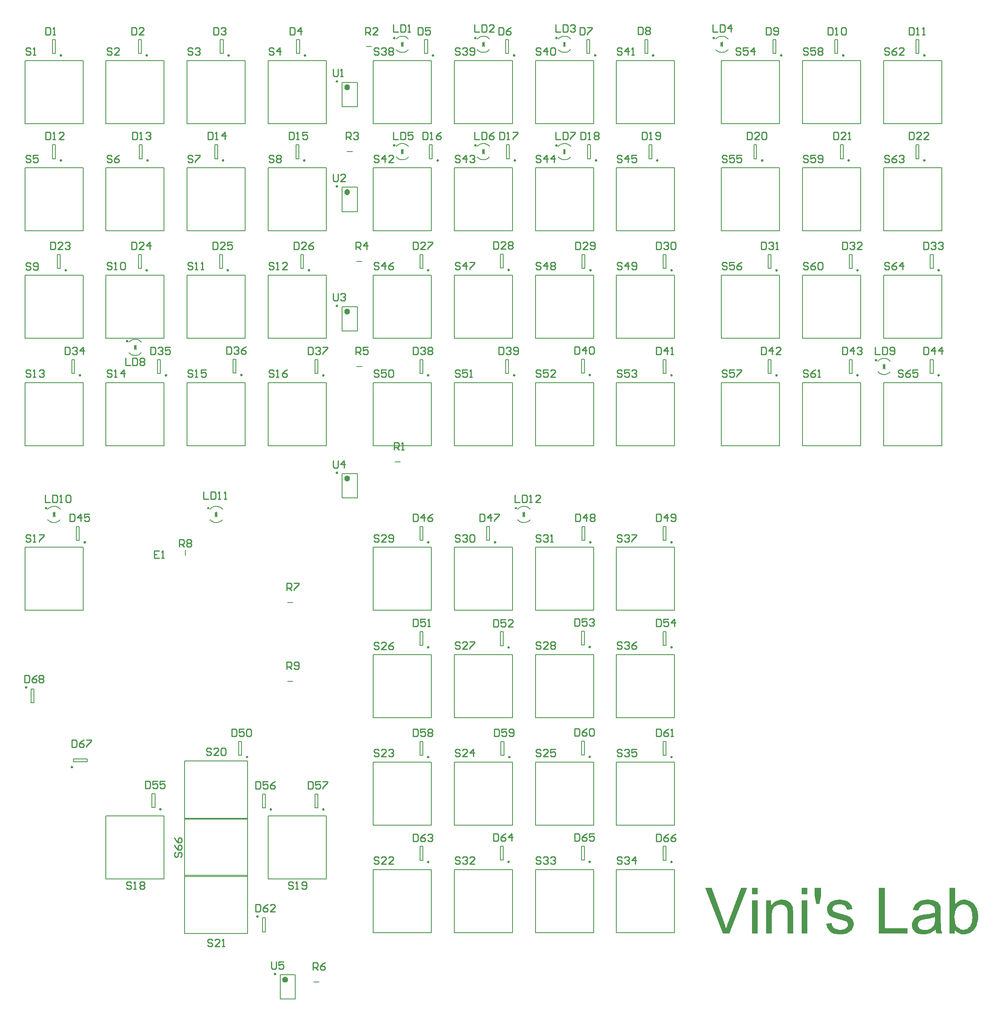
<source format=gbr>
%FSTAX23Y23*%
%MOIN*%
%SFA1B1*%

%IPPOS*%
%ADD30C,0.007874*%
%ADD31C,0.010000*%
%ADD43C,0.009843*%
%ADD44C,0.023622*%
%LNkeyboardmain_legend_top-1*%
%LPD*%
G36*
X06611Y01433D02*
X06565D01*
Y01486*
X06611*
Y01433*
G37*
G36*
X062D02*
X06153D01*
Y01486*
X062*
Y01433*
G37*
G36*
X06724Y01423D02*
X06712Y01352D01*
X06683*
X06671Y01423*
Y01486*
X06724*
Y01423*
G37*
G36*
X06408Y01388D02*
X06414Y01387D01*
X06421Y01386*
X06429Y01385*
X06437Y01382*
X06445Y01379*
X06446Y01379*
X06448Y01377*
X06452Y01376*
X06456Y01373*
X06462Y0137*
X06467Y01365*
X06471Y01361*
X06476Y01356*
X06476Y01355*
X06478Y01353*
X06479Y0135*
X06482Y01346*
X06484Y01341*
X06486Y01335*
X06489Y01329*
X06491Y01322*
Y01321*
X06491Y01319*
X06492Y01316*
X06492Y01311*
Y01305*
X06493Y01297*
X06493Y01288*
Y01276*
Y01108*
X06447*
Y01274*
Y01275*
Y01275*
Y01279*
Y01284*
X06446Y0129*
X06446Y01297*
X06445Y01304*
X06443Y01311*
X06441Y01317*
Y01317*
X0644Y01319*
X06439Y01322*
X06437Y01325*
X06434Y01328*
X06431Y01332*
X06427Y01336*
X06422Y01339*
X06421Y0134*
X0642Y01341*
X06416Y01342*
X06412Y01344*
X06408Y01345*
X06403Y01347*
X06396Y01347*
X06389Y01348*
X06387*
X06385Y01347*
X06379Y01347*
X06372Y01346*
X06364Y01343*
X06356Y0134*
X06347Y01335*
X06339Y01329*
X06338Y01328*
X06335Y01325*
X06334Y01323*
X06332Y0132*
X0633Y01317*
X06328Y01313*
X06326Y01309*
X06324Y01303*
X06322Y01297*
X06321Y01291*
X06319Y01283*
X06318Y01276*
X06317Y01266*
Y01257*
Y01108*
X06271*
Y01382*
X06312*
Y01343*
X06313Y01344*
X06314Y01345*
X06316Y01347*
X06318Y0135*
X06321Y01353*
X06325Y01357*
X06329Y01362*
X06335Y01366*
X0634Y0137*
X06347Y01374*
X06354Y01378*
X06362Y01381*
X0637Y01384*
X06379Y01386*
X06389Y01388*
X06399Y01388*
X06404*
X06408Y01388*
G37*
G36*
X06885D02*
X06893Y01387D01*
X06902Y01386*
X06911Y01384*
X06921Y01382*
X0693Y01379*
X06931*
X06931Y01378*
X06934Y01377*
X06938Y01375*
X06944Y01372*
X0695Y01368*
X06956Y01364*
X06961Y01359*
X06966Y01353*
X06967Y01353*
X06968Y01351*
X0697Y01347*
X06973Y01342*
X06976Y01336*
X06978Y01329*
X06981Y01321*
X06983Y01311*
X06937Y01305*
Y01306*
X06937Y01309*
X06936Y01312*
X06934Y01317*
X06931Y01322*
X06928Y01328*
X06924Y01333*
X06919Y01338*
X06918Y01339*
X06916Y0134*
X06913Y01342*
X06908Y01344*
X06902Y01346*
X06895Y01348*
X06887Y0135*
X06877Y0135*
X06872*
X06866Y0135*
X06859Y01349*
X06852Y01347*
X06844Y01346*
X06837Y01343*
X06831Y01339*
X06831Y01339*
X06829Y01338*
X06827Y01335*
X06825Y01332*
X06822Y01329*
X0682Y01324*
X06818Y01319*
X06818Y01315*
Y01314*
Y01313*
X06818Y01311*
Y01309*
X0682Y01304*
X06823Y01298*
X06824Y01298*
X06824Y01297*
X06825Y01295*
X06827Y01294*
X0683Y01292*
X06833Y0129*
X06837Y01288*
X06841Y01286*
X06842*
X06843Y01286*
X06845Y01285*
X06849Y01283*
X06854Y01282*
X06861Y0128*
X06866Y01278*
X06871Y01277*
X06876Y01276*
X06882Y01274*
X06883*
X06884Y01274*
X06887Y01273*
X0689Y01272*
X06894Y01271*
X06899Y0127*
X06909Y01266*
X06921Y01263*
X06932Y01259*
X06943Y01256*
X06947Y01254*
X06951Y01252*
X06952Y01252*
X06954Y01251*
X06958Y01249*
X06963Y01246*
X06967Y01243*
X06972Y01239*
X06977Y01234*
X06982Y01228*
X06982Y01228*
X06983Y01225*
X06985Y01222*
X06988Y01217*
X06989Y01211*
X06992Y01205*
X06993Y01197*
X06993Y01188*
Y01187*
Y01184*
X06993Y0118*
X06992Y01174*
X0699Y01167*
X06987Y0116*
X06984Y01152*
X06979Y01145*
X06979Y01143*
X06977Y01141*
X06974Y01137*
X0697Y01133*
X06964Y01128*
X06957Y01123*
X06949Y01118*
X0694Y01113*
X0694*
X06939Y01112*
X06936Y01111*
X0693Y0111*
X06923Y01107*
X06914Y01105*
X06905Y01104*
X06894Y01102*
X06882Y01102*
X06877*
X06873Y01102*
X06869*
X06864Y01103*
X06858Y01104*
X06852Y01105*
X06839Y01107*
X06825Y01111*
X06812Y01117*
X06806Y0112*
X06801Y01124*
X068Y01124*
X068Y01125*
X06796Y01128*
X06791Y01133*
X06786Y01141*
X0678Y0115*
X06774Y01161*
X06769Y01175*
X06765Y0119*
X06811Y01197*
Y01196*
Y01196*
X06812Y01193*
X06813Y01187*
X06815Y01181*
X06818Y01175*
X06821Y01167*
X06826Y0116*
X06832Y01154*
X06833Y01154*
X06836Y01152*
X0684Y0115*
X06846Y01147*
X06853Y01145*
X06861Y01142*
X06871Y01141*
X06882Y0114*
X06888*
X06893Y01141*
X069Y01142*
X06908Y01143*
X06916Y01146*
X06923Y01148*
X0693Y01153*
X0693Y01153*
X06932Y01155*
X06935Y01158*
X06938Y01161*
X06941Y01166*
X06943Y01171*
X06945Y01177*
X06946Y01183*
Y01184*
Y01186*
X06945Y01189*
X06944Y01193*
X06942Y01196*
X0694Y012*
X06936Y01205*
X06931Y01208*
X06931Y01208*
X06929Y01209*
X06926Y01211*
X06922Y01212*
X06915Y01215*
X06912Y01216*
X06907Y01217*
X06902Y01219*
X06897Y01221*
X06891Y01222*
X06884Y01224*
X06883*
X06882Y01224*
X06879Y01225*
X06876Y01226*
X06871Y01227*
X06866Y01229*
X06856Y01231*
X06844Y01235*
X06832Y01239*
X06821Y01242*
X06817Y01245*
X06813Y01246*
X06812Y01247*
X06809Y01248*
X06806Y0125*
X06802Y01253*
X06797Y01257*
X06792Y01261*
X06787Y01266*
X06783Y01272*
X06782Y01272*
X06781Y01275*
X06779Y01278*
X06778Y01283*
X06776Y01288*
X06774Y01295*
X06773Y01301*
X06773Y01309*
Y0131*
Y01312*
X06773Y01316*
X06774Y01321*
X06775Y01326*
X06776Y01332*
X06778Y01337*
X06781Y01343*
X06782Y01344*
X06783Y01346*
X06784Y01348*
X06787Y01352*
X0679Y01356*
X06794Y01361*
X06798Y01365*
X06804Y01369*
X06804Y0137*
X06806Y0137*
X06808Y01372*
X06812Y01374*
X06816Y01376*
X06821Y01378*
X06827Y0138*
X06833Y01382*
X06835Y01383*
X06837Y01383*
X06841Y01385*
X06846Y01386*
X06852Y01387*
X06858Y01387*
X06866Y01388*
X06879*
X06885Y01388*
G37*
G36*
X05966Y01108D02*
X05914D01*
X05767Y01486*
X05822*
X0592Y01211*
Y01211*
X05921Y0121*
X05921Y01208*
X05923Y01206*
X05923Y01202*
X05924Y01199*
X05927Y01191*
X0593Y01182*
X05933Y01171*
X0594Y01149*
Y0115*
X05941Y01151*
X05941Y01153*
X05942Y01155*
X05943Y01161*
X05946Y01169*
X05949Y01178*
X05952Y01189*
X05956Y012*
X0596Y01211*
X06063Y01486*
X06114*
X05966Y01108*
G37*
G36*
X07618Y01388D02*
X07626Y01387D01*
X07635Y01386*
X07644Y01385*
X07654Y01382*
X07662Y0138*
X07664Y01379*
X07666Y01378*
X0767Y01376*
X07675Y01374*
X0768Y01371*
X07686Y01368*
X07691Y01363*
X07695Y01359*
X07696Y01358*
X07697Y01357*
X07699Y01354*
X07701Y01351*
X07703Y01346*
X07706Y01341*
X07708Y01335*
X07709Y01328*
Y01327*
X0771Y01326*
X07711Y01322*
X07711Y01318*
Y01312*
X07712Y01305*
X07712Y01295*
Y01285*
Y01223*
Y01222*
Y0122*
Y01217*
Y01212*
Y01207*
Y01201*
X07713Y01188*
Y01175*
X07713Y01161*
X07714Y01155*
Y01149*
X07714Y01145*
X07715Y01141*
Y0114*
X07715Y01138*
X07716Y01135*
X07718Y0113*
X07719Y01125*
X07721Y0112*
X07724Y01114*
X07726Y01108*
X07678*
X07677Y01108*
X07677Y01111*
X07676Y01113*
X07674Y01118*
X07672Y01123*
X07671Y01129*
X0767Y01135*
X07669Y01142*
X07668*
X07668Y01141*
X07665Y01138*
X0766Y01135*
X07653Y0113*
X07645Y01125*
X07637Y01119*
X07628Y01114*
X07619Y01111*
X07618Y0111*
X07614Y0111*
X07609Y01108*
X07603Y01106*
X07596Y01105*
X07587Y01104*
X07577Y01102*
X07567Y01102*
X07563*
X0756Y01102*
X07556*
X07551Y01103*
X07542Y01105*
X07531Y01107*
X07519Y01111*
X07508Y01117*
X07498Y01124*
X07497Y01125*
X07494Y01128*
X0749Y01132*
X07486Y01139*
X07481Y01147*
X07478Y01157*
X07475Y01168*
X07474Y01173*
X07474Y0118*
Y01181*
Y01183*
X07474Y01187*
X07475Y01192*
X07476Y01198*
X07478Y01204*
X0748Y01211*
X07483Y01217*
X07483Y01217*
X07484Y01219*
X07486Y01223*
X07489Y01227*
X07492Y01231*
X07497Y01235*
X07501Y0124*
X07507Y01243*
X07507Y01244*
X07509Y01245*
X07512Y01247*
X07516Y01249*
X07521Y01252*
X07527Y01254*
X07533Y01257*
X0754Y01259*
X07541*
X07543Y01259*
X07547Y0126*
X07551Y01261*
X07556Y01262*
X07563Y01263*
X07572Y01265*
X07581Y01266*
X07582*
X07584Y01266*
X07587*
X07591Y01267*
X07595Y01268*
X07601Y01269*
X07607Y01269*
X07613Y0127*
X07626Y01273*
X07641Y01276*
X07653Y01279*
X07659Y01281*
X07665Y01282*
Y01283*
Y01284*
X07665Y01287*
Y01291*
Y01293*
Y01294*
Y01295*
Y01295*
Y01299*
X07665Y01304*
X07664Y0131*
X07662Y01317*
X07659Y01323*
X07656Y01329*
X07651Y01334*
X07651Y01335*
X07648Y01337*
X07644Y01339*
X07638Y01342*
X07631Y01345*
X07622Y01348*
X07611Y0135*
X07598Y0135*
X07593*
X07588Y0135*
X0758Y01348*
X07572Y01347*
X07564Y01345*
X07556Y01342*
X0755Y01339*
X07549Y01338*
X07547Y01336*
X07544Y01334*
X07541Y01329*
X07538Y01324*
X07534Y01317*
X07531Y01308*
X07527Y01298*
X07482Y01304*
Y01305*
X07483Y01305*
Y01307*
X07483Y01309*
X07485Y01314*
X07487Y01321*
X0749Y01328*
X07493Y01336*
X07497Y01344*
X07502Y01351*
X07503Y01351*
X07505Y01353*
X07508Y01357*
X07513Y01361*
X07519Y01365*
X07526Y0137*
X07534Y01375*
X07543Y01379*
X07544*
X07544Y01379*
X07546Y0138*
X07548Y0138*
X07554Y01382*
X07561Y01383*
X0757Y01385*
X07581Y01387*
X07592Y01388*
X07606Y01388*
X07612*
X07618Y01388*
G37*
G36*
X0725Y01153D02*
X07436D01*
Y01108*
X07199*
Y01486*
X0725*
Y01153*
G37*
G36*
X06611Y01108D02*
X06565D01*
Y01382*
X06611*
Y01108*
G37*
G36*
X062D02*
X06153D01*
Y01382*
X062*
Y01108*
G37*
G36*
X07829Y01351D02*
X0783Y01352D01*
X0783Y01353*
X07832Y01354*
X07835Y01357*
X07837Y0136*
X07841Y01363*
X07845Y01367*
X07849Y0137*
X0786Y01377*
X07873Y01382*
X0788Y01385*
X07888Y01387*
X07896Y01388*
X07904Y01388*
X07908*
X07913Y01388*
X07919Y01387*
X07927Y01386*
X07935Y01384*
X07943Y01381*
X07952Y01378*
X07953Y01377*
X07956Y01376*
X0796Y01374*
X07965Y0137*
X07971Y01367*
X07977Y01362*
X07983Y01356*
X07989Y01349*
X07989Y01348*
X07991Y01346*
X07994Y01342*
X07997Y01337*
X08001Y0133*
X08005Y01323*
X08009Y01314*
X08012Y01305*
Y01304*
X08012Y01304*
X08013Y01302*
X08013Y013*
X08015Y01295*
X08016Y01288*
X08018Y0128*
X08019Y0127*
X0802Y0126*
X08021Y01249*
Y01248*
Y01246*
Y01242*
X0802Y01237*
X08019Y01231*
X08019Y01225*
X08018Y01217*
X08016Y01209*
X08012Y01192*
X08009Y01182*
X08006Y01173*
X08002Y01164*
X07997Y01156*
X07992Y01148*
X07986Y0114*
X07985Y0114*
X07984Y01138*
X07982Y01137*
X0798Y01134*
X07976Y01131*
X07972Y01128*
X07968Y01125*
X07962Y01121*
X07956Y01118*
X0795Y01114*
X07935Y01108*
X07928Y01105*
X07919Y01104*
X07911Y01102*
X07902Y01102*
X079*
X07897Y01102*
X07894*
X0789Y01103*
X07885Y01104*
X07874Y01107*
X07868Y01109*
X07862Y01112*
X07855Y01115*
X07849Y01119*
X07843Y01124*
X07837Y01129*
X07831Y01135*
X07826Y01142*
Y01108*
X07783*
Y01486*
X07829*
Y01351*
G37*
%LNkeyboardmain_legend_top-2*%
%LPC*%
G36*
X07665Y01246D02*
X07665D01*
X07664Y01245*
X07662Y01245*
X0766Y01244*
X07658Y01243*
X07654Y01242*
X0765Y01241*
X07646Y0124*
X07641Y01238*
X07635Y01237*
X07629Y01235*
X07622Y01234*
X07614Y01232*
X07607Y0123*
X07598Y01229*
X07589Y01228*
X07588*
X07584Y01227*
X07579Y01226*
X07573Y01225*
X07566Y01224*
X0756Y01222*
X07554Y01221*
X07548Y01218*
X07548*
X07546Y01217*
X07544Y01216*
X07542Y01215*
X07535Y0121*
X0753Y01204*
Y01203*
X07528Y01202*
X07528Y012*
X07527Y01197*
X07526Y01194*
X07525Y0119*
X07524Y01186*
X07524Y01182*
Y01181*
Y01178*
X07524Y01175*
X07525Y01171*
X07527Y01166*
X0753Y01161*
X07533Y01155*
X07537Y01151*
X07538Y0115*
X0754Y01149*
X07543Y01147*
X07548Y01145*
X07554Y01142*
X07561Y0114*
X07569Y01139*
X07579Y01138*
X07583*
X07589Y01139*
X07595Y0114*
X07602Y01141*
X0761Y01143*
X07618Y01146*
X07626Y0115*
X07627Y01151*
X0763Y01152*
X07633Y01155*
X07638Y01159*
X07643Y01163*
X07648Y01169*
X07653Y01175*
X07657Y01182*
X07658Y01183*
X07658Y01185*
X07659Y01189*
X07661Y01194*
X07662Y012*
X07664Y01208*
X07664Y01217*
X07665Y01228*
X07665Y01246*
G37*
G36*
X07905Y0135D02*
X07897D01*
X07895Y0135*
X07889Y01348*
X07882Y01347*
X07873Y01344*
X07865Y01339*
X0786Y01336*
X07856Y01332*
X07852Y01328*
X07847Y01323*
Y01323*
X07846Y01322*
X07845Y01321*
X07844Y01318*
X07842Y01316*
X0784Y01312*
X07838Y01309*
X07836Y01304*
X07834Y01299*
X07832Y01293*
X0783Y01287*
X07829Y0128*
X07828Y01272*
X07826Y01264*
X07825Y01256*
Y01247*
Y01246*
Y01245*
Y01242*
Y01239*
X07826Y01235*
Y0123*
X07827Y01219*
X07829Y01208*
X07831Y01196*
X07834Y01185*
X07836Y0118*
X07838Y01176*
Y01175*
X0784Y01174*
X07841Y01172*
X07842Y0117*
X07847Y01164*
X07854Y01158*
X07863Y01152*
X07873Y01146*
X07878Y01143*
X07885Y01142*
X07891Y01141*
X07898Y0114*
X07901*
X07903Y01141*
X07909Y01142*
X07916Y01143*
X07924Y01147*
X07933Y01151*
X07942Y01158*
X07946Y01162*
X07951Y01166*
Y01167*
X07952Y01167*
X07953Y01169*
X07954Y01171*
X07956Y01174*
X07958Y01177*
X0796Y01182*
X07962Y01186*
X07964Y01192*
X07966Y01197*
X07968Y01204*
X0797Y01211*
X07971Y01218*
X07972Y01227*
X07973Y01236*
Y01245*
Y01246*
Y01247*
Y0125*
X07972Y01254*
Y01258*
X07972Y01264*
X0797Y01275*
X07968Y01288*
X07964Y01301*
X07959Y01313*
X07956Y01319*
X07952Y01324*
Y01325*
X07951Y01326*
X07948Y01328*
X07943Y01333*
X07937Y01338*
X0793Y01342*
X07921Y01346*
X07911Y01349*
X07905Y0135*
G37*
%LNkeyboardmain_legend_top-3*%
%LPD*%
G54D30*
X01114Y05988D02*
D01*
X0111Y05991*
X01107Y05994*
X01103Y05997*
X011Y06*
X01096Y06003*
X01092Y06005*
X01087Y06007*
X01083Y06008*
X01078Y06009*
X01074Y0601*
X01069Y06011*
X01064Y06011*
X0106Y06011*
X01055Y06011*
X01051Y0601*
X01046Y06009*
X01041Y06008*
X01037Y06006*
X01033Y06004*
X01029Y06002*
X01025Y06*
X01021Y05997*
X01017Y05994*
X01014Y05991*
X01011Y05988*
Y05901D02*
D01*
X01015Y05898*
X01018Y05894*
X01022Y05891*
X01025Y05889*
X01029Y05886*
X01033Y05884*
X01038Y05882*
X01042Y05881*
X01047Y05879*
X01051Y05878*
X01056Y05878*
X01061Y05877*
X01065Y05878*
X0107Y05878*
X01074Y05879*
X01079Y0588*
X01084Y05881*
X01088Y05882*
X01092Y05884*
X01096Y05887*
X011Y05889*
X01104Y05892*
X01108Y05895*
X01111Y05898*
X01114Y05901*
X04322Y0461D02*
D01*
X04319Y04613*
X04316Y04616*
X04312Y04619*
X04308Y04622*
X04304Y04625*
X043Y04627*
X04296Y04629*
X04291Y0463*
X04287Y04631*
X04282Y04632*
X04278Y04633*
X04273Y04633*
X04268Y04633*
X04264Y04633*
X04259Y04632*
X04255Y04631*
X0425Y0463*
X04246Y04628*
X04241Y04626*
X04237Y04624*
X04233Y04622*
X0423Y04619*
X04226Y04616*
X04223Y04613*
X0422Y0461*
Y04523D02*
D01*
X04223Y0452*
X04227Y04516*
X0423Y04513*
X04234Y04511*
X04238Y04508*
X04242Y04506*
X04246Y04504*
X04251Y04503*
X04255Y04501*
X0426Y045*
X04265Y045*
X04269Y045*
X04274Y045*
X04279Y045*
X04283Y04501*
X04288Y04502*
X04292Y04503*
X04297Y04505*
X04301Y04506*
X04305Y04509*
X04309Y04511*
X04313Y04514*
X04316Y04517*
X0432Y0452*
X04322Y04523*
X01783Y0461D02*
D01*
X0178Y04613*
X01776Y04616*
X01773Y04619*
X01769Y04622*
X01765Y04625*
X01761Y04627*
X01757Y04629*
X01752Y0463*
X01748Y04631*
X01743Y04632*
X01738Y04633*
X01734Y04633*
X01729Y04633*
X01724Y04633*
X0172Y04632*
X01715Y04631*
X01711Y0463*
X01706Y04628*
X01702Y04626*
X01698Y04624*
X01694Y04622*
X0169Y04619*
X01687Y04616*
X01683Y04613*
X01681Y0461*
Y04523D02*
D01*
X01684Y0452*
X01687Y04516*
X01691Y04513*
X01695Y04511*
X01699Y04508*
X01703Y04506*
X01707Y04504*
X01711Y04503*
X01716Y04501*
X01721Y045*
X01725Y045*
X0173Y045*
X01734Y045*
X01739Y045*
X01744Y04501*
X01748Y04502*
X01753Y04503*
X01757Y04505*
X01761Y04506*
X01766Y04509*
X0177Y04511*
X01773Y04514*
X01777Y04517*
X0178Y0452*
X01783Y04523*
X00444Y0461D02*
D01*
X00441Y04613*
X00438Y04616*
X00434Y04619*
X0043Y04622*
X00426Y04625*
X00422Y04627*
X00418Y04629*
X00414Y0463*
X00409Y04631*
X00404Y04632*
X004Y04633*
X00395Y04633*
X00391Y04633*
X00386Y04633*
X00381Y04632*
X00377Y04631*
X00372Y0463*
X00368Y04628*
X00364Y04626*
X00359Y04624*
X00355Y04622*
X00352Y04619*
X00348Y04616*
X00345Y04613*
X00342Y0461*
Y04523D02*
D01*
X00345Y0452*
X00349Y04516*
X00352Y04513*
X00356Y04511*
X0036Y04508*
X00364Y04506*
X00368Y04504*
X00373Y04503*
X00377Y04501*
X00382Y045*
X00387Y045*
X00391Y045*
X00396Y045*
X00401Y045*
X00405Y04501*
X0041Y04502*
X00414Y04503*
X00419Y04505*
X00423Y04506*
X00427Y04509*
X00431Y04511*
X00435Y04514*
X00438Y04517*
X00442Y0452*
X00444Y04523*
X07295Y0583D02*
D01*
X07291Y05834*
X07288Y05837*
X07285Y0584*
X07281Y05843*
X07277Y05845*
X07273Y05847*
X07268Y05849*
X07264Y05851*
X07259Y05852*
X07255Y05853*
X0725Y05854*
X07246Y05854*
X07241Y05854*
X07236Y05853*
X07232Y05853*
X07227Y05852*
X07223Y0585*
X07218Y05849*
X07214Y05847*
X0721Y05845*
X07206Y05842*
X07202Y05839*
X07199Y05836*
X07195Y05833*
X07193Y0583*
Y05744D02*
D01*
X07196Y0574*
X07199Y05737*
X07203Y05734*
X07206Y05731*
X0721Y05729*
X07215Y05727*
X07219Y05725*
X07223Y05723*
X07228Y05722*
X07232Y05721*
X07237Y0572*
X07242Y0572*
X07246Y0572*
X07251Y0572*
X07256Y05721*
X0726Y05722*
X07265Y05723*
X07269Y05725*
X07273Y05727*
X07277Y05729*
X07281Y05732*
X07285Y05734*
X07289Y05737*
X07292Y05741*
X07295Y05744*
X04657Y07602D02*
D01*
X04654Y07605*
X0465Y07609*
X04647Y07612*
X04643Y07614*
X04639Y07617*
X04635Y07619*
X04631Y07621*
X04626Y07622*
X04622Y07624*
X04617Y07625*
X04612Y07625*
X04608Y07625*
X04603Y07625*
X04598Y07625*
X04594Y07624*
X04589Y07623*
X04585Y07622*
X0458Y0762*
X04576Y07619*
X04572Y07616*
X04568Y07614*
X04564Y07611*
X04561Y07608*
X04557Y07605*
X04555Y07602*
Y07515D02*
D01*
X04558Y07512*
X04561Y07509*
X04565Y07506*
X04569Y07503*
X04573Y075*
X04577Y07498*
X04581Y07496*
X04585Y07495*
X0459Y07494*
X04595Y07493*
X04599Y07492*
X04604Y07492*
X04608Y07492*
X04613Y07492*
X04618Y07493*
X04622Y07494*
X04627Y07495*
X04631Y07497*
X04635Y07499*
X0464Y07501*
X04644Y07503*
X04647Y07506*
X04651Y07509*
X04654Y07512*
X04657Y07515*
X03988Y07602D02*
D01*
X03984Y07605*
X03981Y07609*
X03977Y07612*
X03974Y07614*
X0397Y07617*
X03966Y07619*
X03961Y07621*
X03957Y07622*
X03952Y07624*
X03948Y07625*
X03943Y07625*
X03938Y07625*
X03934Y07625*
X03929Y07625*
X03925Y07624*
X0392Y07623*
X03915Y07622*
X03911Y0762*
X03907Y07619*
X03903Y07616*
X03899Y07614*
X03895Y07611*
X03891Y07608*
X03888Y07605*
X03885Y07602*
Y07515D02*
D01*
X03889Y07512*
X03892Y07509*
X03896Y07506*
X03899Y07503*
X03903Y075*
X03907Y07498*
X03912Y07496*
X03916Y07495*
X03921Y07494*
X03925Y07493*
X0393Y07492*
X03935Y07492*
X03939Y07492*
X03944Y07492*
X03948Y07493*
X03953Y07494*
X03958Y07495*
X03962Y07497*
X03966Y07499*
X0397Y07501*
X03974Y07503*
X03978Y07506*
X03982Y07509*
X03985Y07512*
X03988Y07515*
X03318Y07602D02*
D01*
X03315Y07605*
X03312Y07609*
X03308Y07612*
X03304Y07614*
X033Y07617*
X03296Y07619*
X03292Y07621*
X03288Y07622*
X03283Y07624*
X03278Y07625*
X03274Y07625*
X03269Y07625*
X03265Y07625*
X0326Y07625*
X03255Y07624*
X03251Y07623*
X03246Y07622*
X03242Y0762*
X03238Y07619*
X03233Y07616*
X03229Y07614*
X03226Y07611*
X03222Y07608*
X03219Y07605*
X03216Y07602*
Y07515D02*
D01*
X03219Y07512*
X03223Y07509*
X03226Y07506*
X0323Y07503*
X03234Y075*
X03238Y07498*
X03242Y07496*
X03247Y07495*
X03251Y07494*
X03256Y07493*
X03261Y07492*
X03265Y07492*
X0327Y07492*
X03275Y07492*
X03279Y07493*
X03284Y07494*
X03288Y07495*
X03293Y07497*
X03297Y07499*
X03301Y07501*
X03305Y07503*
X03309Y07506*
X03312Y07509*
X03316Y07512*
X03318Y07515*
X05956Y08488D02*
D01*
X05953Y08491*
X0595Y08494*
X05946Y08497*
X05942Y085*
X05938Y08503*
X05934Y08505*
X0593Y08507*
X05925Y08508*
X05921Y08509*
X05916Y0851*
X05912Y08511*
X05907Y08511*
X05902Y08511*
X05898Y08511*
X05893Y0851*
X05888Y08509*
X05884Y08508*
X0588Y08506*
X05875Y08504*
X05871Y08502*
X05867Y085*
X05864Y08497*
X0586Y08494*
X05857Y08491*
X05854Y08488*
Y08401D02*
D01*
X05857Y08398*
X0586Y08394*
X05864Y08391*
X05868Y08389*
X05872Y08386*
X05876Y08384*
X0588Y08382*
X05885Y08381*
X05889Y08379*
X05894Y08378*
X05898Y08378*
X05903Y08377*
X05908Y08378*
X05912Y08378*
X05917Y08379*
X05922Y0838*
X05926Y08381*
X0593Y08382*
X05935Y08384*
X05939Y08387*
X05943Y08389*
X05946Y08392*
X0595Y08395*
X05953Y08398*
X05956Y08401*
X04657Y08488D02*
D01*
X04654Y08491*
X0465Y08494*
X04647Y08497*
X04643Y085*
X04639Y08503*
X04635Y08505*
X04631Y08507*
X04626Y08508*
X04622Y08509*
X04617Y0851*
X04612Y08511*
X04608Y08511*
X04603Y08511*
X04598Y08511*
X04594Y0851*
X04589Y08509*
X04585Y08508*
X0458Y08506*
X04576Y08504*
X04572Y08502*
X04568Y085*
X04564Y08497*
X04561Y08494*
X04557Y08491*
X04555Y08488*
Y08401D02*
D01*
X04558Y08398*
X04561Y08394*
X04565Y08391*
X04569Y08389*
X04573Y08386*
X04577Y08384*
X04581Y08382*
X04585Y08381*
X0459Y08379*
X04595Y08378*
X04599Y08378*
X04604Y08377*
X04608Y08378*
X04613Y08378*
X04618Y08379*
X04622Y0838*
X04627Y08381*
X04631Y08382*
X04635Y08384*
X0464Y08387*
X04644Y08389*
X04647Y08392*
X04651Y08395*
X04654Y08398*
X04657Y08401*
X03988Y08488D02*
D01*
X03984Y08491*
X03981Y08494*
X03977Y08497*
X03974Y085*
X0397Y08503*
X03966Y08505*
X03961Y08507*
X03957Y08508*
X03952Y08509*
X03948Y0851*
X03943Y08511*
X03938Y08511*
X03934Y08511*
X03929Y08511*
X03925Y0851*
X0392Y08509*
X03915Y08508*
X03911Y08506*
X03907Y08504*
X03903Y08502*
X03899Y085*
X03895Y08497*
X03891Y08494*
X03888Y08491*
X03885Y08488*
Y08401D02*
D01*
X03889Y08398*
X03892Y08394*
X03896Y08391*
X03899Y08389*
X03903Y08386*
X03907Y08384*
X03912Y08382*
X03916Y08381*
X03921Y08379*
X03925Y08378*
X0393Y08378*
X03935Y08377*
X03939Y08378*
X03944Y08378*
X03948Y08379*
X03953Y0838*
X03958Y08381*
X03962Y08382*
X03966Y08384*
X0397Y08387*
X03974Y08389*
X03978Y08392*
X03982Y08395*
X03985Y08398*
X03988Y08401*
X03318Y08488D02*
D01*
X03315Y08491*
X03312Y08494*
X03308Y08497*
X03304Y085*
X033Y08503*
X03296Y08505*
X03292Y08507*
X03288Y08508*
X03283Y08509*
X03278Y0851*
X03274Y08511*
X03269Y08511*
X03265Y08511*
X0326Y08511*
X03255Y0851*
X03251Y08509*
X03246Y08508*
X03242Y08506*
X03238Y08504*
X03233Y08502*
X03229Y085*
X03226Y08497*
X03222Y08494*
X03219Y08491*
X03216Y08488*
Y08401D02*
D01*
X03219Y08398*
X03223Y08394*
X03226Y08391*
X0323Y08389*
X03234Y08386*
X03238Y08384*
X03242Y08382*
X03247Y08381*
X03251Y08379*
X03256Y08378*
X03261Y08378*
X03265Y08377*
X0327Y08378*
X03275Y08378*
X03279Y08379*
X03284Y0838*
X03288Y08381*
X03293Y08382*
X03297Y08384*
X03301Y08387*
X03305Y08389*
X03309Y08392*
X03312Y08395*
X03316Y08398*
X03318Y08401*
X05901Y07791D02*
Y08311D01*
X06381*
Y07791D02*
Y08311D01*
X05901Y07791D02*
X06381D01*
X0724Y05133D02*
Y05653D01*
X0772*
Y05133D02*
Y05653D01*
X0724Y05133D02*
X0772D01*
X01069Y05925D02*
Y05944D01*
X01056D02*
X01069D01*
X01056D02*
X01069Y05935D01*
X01056Y05944D02*
X01069Y05954D01*
Y05944D02*
Y05964D01*
X01056Y05944D02*
X01069Y05925D01*
X01056Y05944D02*
X01069Y05964D01*
X01056Y05925D02*
Y05964D01*
X00204Y03013D02*
X00228D01*
Y03127*
X00204D02*
X00228D01*
X00204Y03013D02*
Y03127D01*
X00667Y02527D02*
Y02551D01*
X00553D02*
X00667D01*
X00553Y02527D02*
Y02551D01*
Y02527D02*
X00667D01*
X01476Y0423D02*
Y04273D01*
X0232Y03838D02*
X02364D01*
X0232Y03188D02*
X02364D01*
X02259Y00568D02*
X02385D01*
X02259Y00769D02*
X02385D01*
Y00568D02*
Y00769D01*
X02259Y00568D02*
Y00769D01*
X02771Y04702D02*
X02897D01*
X02771Y04903D02*
X02897D01*
Y04702D02*
Y04903D01*
X02771Y04702D02*
Y04903D01*
Y0608D02*
X02897D01*
X02771Y06281D02*
X02897D01*
Y0608D02*
Y06281D01*
X02771Y0608D02*
Y06281D01*
Y07064D02*
X02897D01*
X02771Y07265D02*
X02897D01*
Y07064D02*
Y07265D01*
X02771Y07064D02*
Y07265D01*
Y07931D02*
X02897D01*
X02771Y08131D02*
X02897D01*
Y07931D02*
Y08131D01*
X02771Y07931D02*
Y08131D01*
X01472Y0158D02*
X01992D01*
X01472D02*
Y0206D01*
X01992*
Y0158D02*
Y0206D01*
X0724Y06019D02*
Y06539D01*
X0772*
Y06019D02*
Y06539D01*
X0724Y06019D02*
X0772D01*
X0724Y06905D02*
Y07425D01*
X0772*
Y06905D02*
Y07425D01*
X0724Y06905D02*
X0772D01*
X0724Y07791D02*
Y08311D01*
X0772*
Y07791D02*
Y08311D01*
X0724Y07791D02*
X0772D01*
X06571Y05133D02*
Y05653D01*
X07051*
Y05133D02*
Y05653D01*
X06571Y05133D02*
X07051D01*
X06571Y06019D02*
Y06539D01*
X07051*
Y06019D02*
Y06539D01*
X06571Y06019D02*
X07051D01*
X06571Y06905D02*
Y07425D01*
X07051*
Y06905D02*
Y07425D01*
X06571Y06905D02*
X07051D01*
X06571Y07791D02*
Y08311D01*
X07051*
Y07791D02*
Y08311D01*
X06571Y07791D02*
X07051D01*
X05901Y05133D02*
Y05653D01*
X06381*
Y05133D02*
Y05653D01*
X05901Y05133D02*
X06381D01*
X05901Y06019D02*
Y06539D01*
X06381*
Y06019D02*
Y06539D01*
X05901Y06019D02*
X06381D01*
X05901Y06905D02*
Y07425D01*
X06381*
Y06905D02*
Y07425D01*
X05901Y06905D02*
X06381D01*
X05035Y05133D02*
Y05653D01*
X05515*
Y05133D02*
Y05653D01*
X05035Y05133D02*
X05515D01*
X04366D02*
Y05653D01*
X04846*
Y05133D02*
Y05653D01*
X04366Y05133D02*
X04846D01*
X03697D02*
Y05653D01*
X04177*
Y05133D02*
Y05653D01*
X03697Y05133D02*
X04177D01*
X03027D02*
Y05653D01*
X03507*
Y05133D02*
Y05653D01*
X03027Y05133D02*
X03507D01*
X05035Y06019D02*
Y06539D01*
X05515*
Y06019D02*
Y06539D01*
X05035Y06019D02*
X05515D01*
X04366D02*
Y06539D01*
X04846*
Y06019D02*
Y06539D01*
X04366Y06019D02*
X04846D01*
X03697D02*
Y06539D01*
X04177*
Y06019D02*
Y06539D01*
X03697Y06019D02*
X04177D01*
X03027D02*
Y06539D01*
X03507*
Y06019D02*
Y06539D01*
X03027Y06019D02*
X03507D01*
X05035Y06905D02*
Y07425D01*
X05515*
Y06905D02*
Y07425D01*
X05035Y06905D02*
X05515D01*
X04366D02*
Y07425D01*
X04846*
Y06905D02*
Y07425D01*
X04366Y06905D02*
X04846D01*
X03697D02*
Y07425D01*
X04177*
Y06905D02*
Y07425D01*
X03697Y06905D02*
X04177D01*
X03027D02*
Y07425D01*
X03507*
Y06905D02*
Y07425D01*
X03027Y06905D02*
X03507D01*
X05035Y07791D02*
Y08311D01*
X05515*
Y07791D02*
Y08311D01*
X05035Y07791D02*
X05515D01*
X04366D02*
Y08311D01*
X04846*
Y07791D02*
Y08311D01*
X04366Y07791D02*
X04846D01*
X03697D02*
Y08311D01*
X04177*
Y07791D02*
Y08311D01*
X03697Y07791D02*
X04177D01*
X03027D02*
Y08311D01*
X03507*
Y07791D02*
Y08311D01*
X03027Y07791D02*
X03507D01*
X05035Y03775D02*
Y04295D01*
X05515*
Y03775D02*
Y04295D01*
X05035Y03775D02*
X05515D01*
X05035Y02889D02*
Y03409D01*
X05515*
Y02889D02*
Y03409D01*
X05035Y02889D02*
X05515D01*
X05035Y02003D02*
Y02523D01*
X05515*
Y02003D02*
Y02523D01*
X05035Y02003D02*
X05515D01*
X05035Y01117D02*
Y01637D01*
X05515*
Y01117D02*
Y01637D01*
X05035Y01117D02*
X05515D01*
X04366D02*
Y01637D01*
X04846*
Y01117D02*
Y01637D01*
X04366Y01117D02*
X04846D01*
X03697D02*
Y01637D01*
X04177*
Y01117D02*
Y01637D01*
X03697Y01117D02*
X04177D01*
X04366Y03775D02*
Y04295D01*
X04846*
Y03775D02*
Y04295D01*
X04366Y03775D02*
X04846D01*
X03697D02*
Y04295D01*
X04177*
Y03775D02*
Y04295D01*
X03697Y03775D02*
X04177D01*
X03027D02*
Y04295D01*
X03507*
Y03775D02*
Y04295D01*
X03027Y03775D02*
X03507D01*
X04366Y02889D02*
Y03409D01*
X04846*
Y02889D02*
Y03409D01*
X04366Y02889D02*
X04846D01*
X03697D02*
Y03409D01*
X04177*
Y02889D02*
Y03409D01*
X03697Y02889D02*
X04177D01*
X03027D02*
Y03409D01*
X03507*
Y02889D02*
Y03409D01*
X03027Y02889D02*
X03507D01*
X04366Y02003D02*
Y02523D01*
X04846*
Y02003D02*
Y02523D01*
X04366Y02003D02*
X04846D01*
X03697D02*
Y02523D01*
X04177*
Y02003D02*
Y02523D01*
X03697Y02003D02*
X04177D01*
X03027D02*
Y02523D01*
X03507*
Y02003D02*
Y02523D01*
X03027Y02003D02*
X03507D01*
X03027Y01117D02*
Y01637D01*
X03507*
Y01117D02*
Y01637D01*
X03027Y01117D02*
X03507D01*
X01472Y01108D02*
X01992D01*
X01472D02*
Y01588D01*
X01992*
Y01108D02*
Y01588D01*
X01472Y02053D02*
X01992D01*
X01472D02*
Y02533D01*
X01992*
Y02053D02*
Y02533D01*
X02161Y0156D02*
Y0208D01*
X02641*
Y0156D02*
Y0208D01*
X02161Y0156D02*
X02641D01*
X00822D02*
Y0208D01*
X01302*
Y0156D02*
Y0208D01*
X00822Y0156D02*
X01302D01*
X00153Y03775D02*
Y04295D01*
X00633*
Y03775D02*
Y04295D01*
X00153Y03775D02*
X00633D01*
X02161Y05133D02*
Y05653D01*
X02641*
Y05133D02*
Y05653D01*
X02161Y05133D02*
X02641D01*
X01492D02*
Y05653D01*
X01972*
Y05133D02*
Y05653D01*
X01492Y05133D02*
X01972D01*
X00822D02*
Y05653D01*
X01302*
Y05133D02*
Y05653D01*
X00822Y05133D02*
X01302D01*
X00153D02*
Y05653D01*
X00633*
Y05133D02*
Y05653D01*
X00153Y05133D02*
X00633D01*
X02161Y06019D02*
Y06539D01*
X02641*
Y06019D02*
Y06539D01*
X02161Y06019D02*
X02641D01*
X01492D02*
Y06539D01*
X01972*
Y06019D02*
Y06539D01*
X01492Y06019D02*
X01972D01*
X00822D02*
Y06539D01*
X01302*
Y06019D02*
Y06539D01*
X00822Y06019D02*
X01302D01*
X00153D02*
Y06539D01*
X00633*
Y06019D02*
Y06539D01*
X00153Y06019D02*
X00633D01*
X02161Y06905D02*
Y07425D01*
X02641*
Y06905D02*
Y07425D01*
X02161Y06905D02*
X02641D01*
X01492D02*
Y07425D01*
X01972*
Y06905D02*
Y07425D01*
X01492Y06905D02*
X01972D01*
X00822D02*
Y07425D01*
X01302*
Y06905D02*
Y07425D01*
X00822Y06905D02*
X01302D01*
X00153D02*
Y07425D01*
X00633*
Y06905D02*
Y07425D01*
X00153Y06905D02*
X00633D01*
X02161Y07791D02*
Y08311D01*
X02641*
Y07791D02*
Y08311D01*
X02161Y07791D02*
X02641D01*
X01492D02*
Y08311D01*
X01972*
Y07791D02*
Y08311D01*
X01492Y07791D02*
X01972D01*
X00822D02*
Y08311D01*
X01302*
Y07791D02*
Y08311D01*
X00822Y07791D02*
X01302D01*
X00153D02*
Y08311D01*
X00633*
Y07791D02*
Y08311D01*
X00153Y07791D02*
X00633D01*
X02537Y00708D02*
X0258D01*
X02891Y05787D02*
X02935D01*
X02891Y06653D02*
X02935D01*
X02812Y07559D02*
X02856D01*
X0297Y08425D02*
X03013D01*
X03206Y05D02*
X0325D01*
X04278Y04547D02*
Y04566D01*
X04264D02*
X04278D01*
X04264D02*
X04278Y04557D01*
X04264Y04566D02*
X04278Y04576D01*
Y04566D02*
Y04586D01*
X04264Y04566D02*
X04278Y04547D01*
X04264Y04566D02*
X04278Y04586D01*
X04264Y04547D02*
Y04586D01*
X01738Y04547D02*
Y04566D01*
X01725D02*
X01738D01*
X01725D02*
X01738Y04557D01*
X01725Y04566D02*
X01738Y04576D01*
Y04566D02*
Y04586D01*
X01725Y04566D02*
X01738Y04547D01*
X01725Y04566D02*
X01738Y04586D01*
X01725Y04547D02*
Y04586D01*
X004Y04547D02*
Y04566D01*
X00387D02*
X004D01*
X00387D02*
X004Y04557D01*
X00387Y04566D02*
X004Y04576D01*
Y04566D02*
Y04586D01*
X00387Y04566D02*
X004Y04547D01*
X00387Y04566D02*
X004Y04586D01*
X00387Y04547D02*
Y04586D01*
X0725Y05767D02*
Y05787D01*
X07237D02*
X0725D01*
X07237D02*
X0725Y05777D01*
X07237Y05787D02*
X0725Y05797D01*
Y05787D02*
Y05807D01*
X07237Y05787D02*
X0725Y05767D01*
X07237Y05787D02*
X0725Y05807D01*
X07237Y05767D02*
Y05807D01*
X04612Y07539D02*
Y07559D01*
X04599D02*
X04612D01*
X04599D02*
X04612Y07549D01*
X04599Y07559D02*
X04612Y07568D01*
Y07559D02*
Y07578D01*
X04599Y07559D02*
X04612Y07539D01*
X04599Y07559D02*
X04612Y07578D01*
X04599Y07539D02*
Y07578D01*
X03943Y07539D02*
Y07559D01*
X0393D02*
X03943D01*
X0393D02*
X03943Y07549D01*
X0393Y07559D02*
X03943Y07568D01*
Y07559D02*
Y07578D01*
X0393Y07559D02*
X03943Y07539D01*
X0393Y07559D02*
X03943Y07578D01*
X0393Y07539D02*
Y07578D01*
X03274Y07539D02*
Y07559D01*
X03261D02*
X03274D01*
X03261D02*
X03274Y07549D01*
X03261Y07559D02*
X03274Y07568D01*
Y07559D02*
Y07578D01*
X03261Y07559D02*
X03274Y07539D01*
X03261Y07559D02*
X03274Y07578D01*
X03261Y07539D02*
Y07578D01*
X05912Y08425D02*
Y08444D01*
X05898D02*
X05912D01*
X05898D02*
X05912Y08435D01*
X05898Y08444D02*
X05912Y08454D01*
Y08444D02*
Y08464D01*
X05898Y08444D02*
X05912Y08425D01*
X05898Y08444D02*
X05912Y08464D01*
X05898Y08425D02*
Y08464D01*
X04612Y08425D02*
Y08444D01*
X04599D02*
X04612D01*
X04599D02*
X04612Y08435D01*
X04599Y08444D02*
X04612Y08454D01*
Y08444D02*
Y08464D01*
X04599Y08444D02*
X04612Y08425D01*
X04599Y08444D02*
X04612Y08464D01*
X04599Y08425D02*
Y08464D01*
X03943Y08425D02*
Y08444D01*
X0393D02*
X03943D01*
X0393D02*
X03943Y08435D01*
X0393Y08444D02*
X03943Y08454D01*
Y08444D02*
Y08464D01*
X0393Y08444D02*
X03943Y08425D01*
X0393Y08444D02*
X03943Y08464D01*
X0393Y08425D02*
Y08464D01*
X03274Y08425D02*
Y08444D01*
X03261D02*
X03274D01*
X03261D02*
X03274Y08435D01*
X03261Y08444D02*
X03274Y08454D01*
Y08444D02*
Y08464D01*
X03261Y08444D02*
X03274Y08425D01*
X03261Y08444D02*
X03274Y08464D01*
X03261Y08425D02*
Y08464D01*
X05421Y01828D02*
X05444D01*
X05421Y01714D02*
Y01828D01*
Y01714D02*
X05444D01*
Y01828*
X04746Y0183D02*
X04769D01*
X04746Y01716D02*
Y0183D01*
Y01716D02*
X04769D01*
Y0183*
X04076D02*
X041D01*
X04076Y01716D02*
Y0183D01*
Y01716D02*
X041D01*
Y0183*
X03413Y01828D02*
X03437D01*
X03413Y01714D02*
Y01828D01*
Y01714D02*
X03437D01*
Y01828*
X02114Y01124D02*
X02137D01*
Y01238*
X02114D02*
X02137D01*
X02114Y01124D02*
Y01238D01*
X05421Y02694D02*
X05444D01*
X05421Y0258D02*
Y02694D01*
Y0258D02*
X05444D01*
Y02694*
X04746Y02696D02*
X04769D01*
X04746Y02582D02*
Y02696D01*
Y02582D02*
X04769D01*
Y02696*
X04082Y02694D02*
X04106D01*
X04082Y0258D02*
Y02694D01*
Y0258D02*
X04106D01*
Y02694*
X03413D02*
X03437D01*
X03413Y0258D02*
Y02694D01*
Y0258D02*
X03437D01*
Y02694*
X02547Y02261D02*
X0257D01*
X02547Y02147D02*
Y02261D01*
Y02147D02*
X0257D01*
Y02261*
X02114D02*
X02137D01*
X02114Y02147D02*
Y02261D01*
Y02147D02*
X02137D01*
Y02261*
X01202Y02263D02*
X01226D01*
X01202Y02149D02*
Y02263D01*
Y02149D02*
X01226D01*
Y02263*
X05421Y036D02*
X05444D01*
X05421Y03486D02*
Y036D01*
Y03486D02*
X05444D01*
Y036*
X04746Y03602D02*
X04769D01*
X04746Y03488D02*
Y03602D01*
Y03488D02*
X04769D01*
Y03602*
X04076Y03598D02*
X041D01*
X04076Y03484D02*
Y03598D01*
Y03484D02*
X041D01*
Y03598*
X03413Y036D02*
X03437D01*
X03413Y03486D02*
Y036D01*
Y03486D02*
X03437D01*
Y036*
X01917Y02694D02*
X0194D01*
X01917Y0258D02*
Y02694D01*
Y0258D02*
X0194D01*
Y02694*
X05421Y04466D02*
X05444D01*
X05421Y04352D02*
Y04466D01*
Y04352D02*
X05444D01*
Y04466*
X04751D02*
X04775D01*
X04751Y04352D02*
Y04466D01*
Y04352D02*
X04775D01*
Y04466*
X03964D02*
X03988D01*
X03964Y04352D02*
Y04466D01*
Y04352D02*
X03988D01*
Y04466*
X03413D02*
X03437D01*
X03413Y04352D02*
Y04466D01*
Y04352D02*
X03437D01*
Y04466*
X00578D02*
X00602D01*
X00578Y04352D02*
Y04466D01*
Y04352D02*
X00602D01*
Y04466*
X07625Y05844D02*
X07649D01*
X07625Y0573D02*
Y05844D01*
Y0573D02*
X07649D01*
Y05844*
X06956D02*
X0698D01*
X06956Y0573D02*
Y05844D01*
Y0573D02*
X0698D01*
Y05844*
X06287D02*
X06311D01*
X06287Y0573D02*
Y05844D01*
Y0573D02*
X06311D01*
Y05844*
X05421D02*
X05444D01*
X05421Y0573D02*
Y05844D01*
Y0573D02*
X05444D01*
Y05844*
X04746Y05846D02*
X04769D01*
X04746Y05732D02*
Y05846D01*
Y05732D02*
X04769D01*
Y05846*
X04122Y05844D02*
X04145D01*
X04122Y0573D02*
Y05844D01*
Y0573D02*
X04145D01*
Y05844*
X03413D02*
X03437D01*
X03413Y0573D02*
Y05844D01*
Y0573D02*
X03437D01*
Y05844*
X02547D02*
X0257D01*
X02547Y0573D02*
Y05844D01*
Y0573D02*
X0257D01*
Y05844*
X01872Y05846D02*
X01895D01*
X01872Y05732D02*
Y05846D01*
Y05732D02*
X01895D01*
Y05846*
X01248Y05844D02*
X01271D01*
X01248Y0573D02*
Y05844D01*
Y0573D02*
X01271D01*
Y05844*
X00539D02*
X00562D01*
X00539Y0573D02*
Y05844D01*
Y0573D02*
X00562D01*
Y05844*
X07625Y0671D02*
X07649D01*
X07625Y06596D02*
Y0671D01*
Y06596D02*
X07649D01*
Y0671*
X06956D02*
X0698D01*
X06956Y06596D02*
Y0671D01*
Y06596D02*
X0698D01*
Y0671*
X06287D02*
X06311D01*
X06287Y06596D02*
Y0671D01*
Y06596D02*
X06311D01*
Y0671*
X05421D02*
X05444D01*
X05421Y06596D02*
Y0671D01*
Y06596D02*
X05444D01*
Y0671*
X04751D02*
X04775D01*
X04751Y06596D02*
Y0671D01*
Y06596D02*
X04775D01*
Y0671*
X04076Y06712D02*
X041D01*
X04076Y06598D02*
Y06712D01*
Y06598D02*
X041D01*
Y06712*
X03413Y0671D02*
X03437D01*
X03413Y06596D02*
Y0671D01*
Y06596D02*
X03437D01*
Y0671*
X02429D02*
X02452D01*
X02429Y06596D02*
Y0671D01*
Y06596D02*
X02452D01*
Y0671*
X01759D02*
X01783D01*
X01759Y06596D02*
Y0671D01*
Y06596D02*
X01783D01*
Y0671*
X0109D02*
X01114D01*
X0109Y06596D02*
Y0671D01*
Y06596D02*
X01114D01*
Y0671*
X00421D02*
X00444D01*
X00421Y06596D02*
Y0671D01*
Y06596D02*
X00444D01*
Y0671*
X07507Y07616D02*
X07531D01*
X07507Y07501D02*
Y07616D01*
Y07501D02*
X07531D01*
Y07616*
X06883D02*
X06907D01*
X06883Y07501D02*
Y07616D01*
Y07501D02*
X06907D01*
Y07616*
X06169D02*
X06192D01*
X06169Y07501D02*
Y07616D01*
Y07501D02*
X06192D01*
Y07616*
X05303D02*
X05326D01*
X05303Y07501D02*
Y07616D01*
Y07501D02*
X05326D01*
Y07616*
X04797D02*
X0482D01*
X04797Y07501D02*
Y07616D01*
Y07501D02*
X0482D01*
Y07616*
X04127D02*
X04151D01*
X04127Y07501D02*
Y07616D01*
Y07501D02*
X04151D01*
Y07616*
X03492D02*
X03515D01*
X03492Y07501D02*
Y07616D01*
Y07501D02*
X03515D01*
Y07616*
X02389D02*
X02413D01*
X02389Y07501D02*
Y07616D01*
Y07501D02*
X02413D01*
Y07616*
X0172D02*
X01744D01*
X0172Y07501D02*
Y07616D01*
Y07501D02*
X01744D01*
Y07616*
X01096D02*
X0112D01*
X01096Y07501D02*
Y07616D01*
Y07501D02*
X0112D01*
Y07616*
X00381D02*
X00405D01*
X00381Y07501D02*
Y07616D01*
Y07501D02*
X00405D01*
Y07616*
X07507Y08482D02*
X07531D01*
X07507Y08368D02*
Y08482D01*
Y08368D02*
X07531D01*
Y08482*
X06838D02*
X06862D01*
X06838Y08368D02*
Y08482D01*
Y08368D02*
X06862D01*
Y08482*
X06326D02*
X0635D01*
X06326Y08368D02*
Y08482D01*
Y08368D02*
X0635D01*
Y08482*
X05269D02*
X05293D01*
X05269Y08368D02*
Y08482D01*
Y08368D02*
X05293D01*
Y08482*
X04791D02*
X04814D01*
X04791Y08368D02*
Y08482D01*
Y08368D02*
X04814D01*
Y08482*
X04122D02*
X04145D01*
X04122Y08368D02*
Y08482D01*
Y08368D02*
X04145D01*
Y08482*
X03452D02*
X03476D01*
X03452Y08368D02*
Y08482D01*
Y08368D02*
X03476D01*
Y08482*
X02395D02*
X02419D01*
X02395Y08368D02*
Y08482D01*
Y08368D02*
X02419D01*
Y08482*
X01765D02*
X01789D01*
X01765Y08368D02*
Y08482D01*
Y08368D02*
X01789D01*
Y08482*
X0109D02*
X01114D01*
X0109Y08368D02*
Y08482D01*
Y08368D02*
X01114D01*
Y08482*
X00381D02*
X00405D01*
X00381Y08368D02*
Y08482D01*
Y08368D02*
X00405D01*
Y08482*
G54D31*
X06062Y08405D02*
X06052Y08415D01*
X06032*
X06022Y08405*
Y08395*
X06032Y08385*
X06052*
X06062Y08375*
Y08365*
X06052Y08355*
X06032*
X06022Y08365*
X06122Y08415D02*
X06082D01*
Y08385*
X06102Y08395*
X06112*
X06122Y08385*
Y08365*
X06112Y08355*
X06092*
X06082Y08365*
X06172Y08355D02*
Y08415D01*
X06142Y08385*
X06182*
X074Y05748D02*
X0739Y05758D01*
X0737*
X0736Y05748*
Y05738*
X0737Y05728*
X0739*
X074Y05718*
Y05708*
X0739Y05698*
X0737*
X0736Y05708*
X0746Y05758D02*
X0744Y05748D01*
X0742Y05728*
Y05708*
X0743Y05698*
X0745*
X0746Y05708*
Y05718*
X0745Y05728*
X0742*
X0752Y05758D02*
X0748D01*
Y05728*
X075Y05738*
X0751*
X0752Y05728*
Y05708*
X0751Y05698*
X0749*
X0748Y05708*
X00983Y05856D02*
Y05796D01*
X01023*
X01042Y05856D02*
Y05796D01*
X01072*
X01082Y05806*
Y05846*
X01072Y05856*
X01042*
X01102Y05846D02*
X01112Y05856D01*
X01132*
X01142Y05846*
Y05836*
X01132Y05826*
X01142Y05816*
Y05806*
X01132Y05796*
X01112*
X01102Y05806*
Y05816*
X01112Y05826*
X01102Y05836*
Y05846*
X01112Y05826D02*
X01132D01*
X00149Y03241D02*
Y03181D01*
X00179*
X00189Y03191*
Y03231*
X00179Y03241*
X00149*
X00249D02*
X00229Y03231D01*
X00209Y03211*
Y03191*
X00219Y03181*
X00239*
X00249Y03191*
Y03201*
X00239Y03211*
X00209*
X00268Y03231D02*
X00278Y03241D01*
X00298*
X00308Y03231*
Y03221*
X00298Y03211*
X00308Y03201*
Y03191*
X00298Y03181*
X00278*
X00268Y03191*
Y03201*
X00278Y03211*
X00268Y03221*
Y03231*
X00278Y03211D02*
X00298D01*
X00539Y02706D02*
Y02646D01*
X00569*
X00579Y02656*
Y02696*
X00569Y02706*
X00539*
X00639D02*
X00619Y02696D01*
X00599Y02676*
Y02656*
X00609Y02646*
X00629*
X00639Y02656*
Y02666*
X00629Y02676*
X00599*
X00659Y02706D02*
X00699D01*
Y02696*
X00659Y02656*
Y02646*
X01426Y043D02*
Y0436D01*
X01456*
X01466Y0435*
Y0433*
X01456Y0432*
X01426*
X01446D02*
X01466Y043D01*
X01486Y0435D02*
X01496Y0436D01*
X01516*
X01526Y0435*
Y0434*
X01516Y0433*
X01526Y0432*
Y0431*
X01516Y043*
X01496*
X01486Y0431*
Y0432*
X01496Y0433*
X01486Y0434*
Y0435*
X01496Y0433D02*
X01516D01*
X02314Y03938D02*
Y03998D01*
X02344*
X02354Y03988*
Y03968*
X02344Y03958*
X02314*
X02334D02*
X02354Y03938D01*
X02374Y03998D02*
X02414D01*
Y03988*
X02374Y03948*
Y03938*
X02314Y03288D02*
Y03348D01*
X02344*
X02354Y03338*
Y03318*
X02344Y03308*
X02314*
X02334D02*
X02354Y03288D01*
X02374Y03298D02*
X02384Y03288D01*
X02404*
X02414Y03298*
Y03338*
X02404Y03348*
X02384*
X02374Y03338*
Y03328*
X02384Y03318*
X02414*
X02698Y08239D02*
Y08189D01*
X02708Y08179*
X02728*
X02738Y08189*
Y08239*
X02758Y08179D02*
X02778D01*
X02768*
Y08239*
X02758Y08229*
X02698Y07373D02*
Y07323D01*
X02708Y07313*
X02728*
X02738Y07323*
Y07373*
X02798Y07313D02*
X02758D01*
X02798Y07353*
Y07363*
X02788Y07373*
X02768*
X02758Y07363*
X02698Y06389D02*
Y06339D01*
X02708Y06329*
X02728*
X02738Y06339*
Y06389*
X02758Y06379D02*
X02768Y06389D01*
X02788*
X02798Y06379*
Y06369*
X02788Y06359*
X02778*
X02788*
X02798Y06349*
Y06339*
X02788Y06329*
X02768*
X02758Y06339*
X02698Y05011D02*
Y04961D01*
X02708Y04951*
X02728*
X02738Y04961*
Y05011*
X02788Y04951D02*
Y05011D01*
X02758Y04981*
X02798*
X02186Y00877D02*
Y00827D01*
X02196Y00817*
X02216*
X02226Y00827*
Y00877*
X02286D02*
X02246D01*
Y00847*
X02266Y00857*
X02276*
X02286Y00847*
Y00827*
X02276Y00817*
X02256*
X02246Y00827*
X01626Y04754D02*
Y04694D01*
X01666*
X01686Y04754D02*
Y04694D01*
X01716*
X01726Y04704*
Y04744*
X01716Y04754*
X01686*
X01746Y04694D02*
X01766D01*
X01756*
Y04754*
X01746Y04744*
X01796Y04694D02*
X01816D01*
X01806*
Y04754*
X01796Y04744*
X07452Y08584D02*
Y08524D01*
X07482*
X07492Y08534*
Y08574*
X07482Y08584*
X07452*
X07512Y08524D02*
X07532D01*
X07522*
Y08584*
X07512Y08574*
X07562Y08524D02*
X07582D01*
X07572*
Y08584*
X07562Y08574*
X06782Y08584D02*
Y08524D01*
X06812*
X06822Y08534*
Y08574*
X06812Y08584*
X06782*
X06842Y08524D02*
X06862D01*
X06852*
Y08584*
X06842Y08574*
X06892D02*
X06902Y08584D01*
X06922*
X06932Y08574*
Y08534*
X06922Y08524*
X06902*
X06892Y08534*
Y08574*
X06271Y08584D02*
Y08524D01*
X06301*
X06311Y08534*
Y08574*
X06301Y08584*
X06271*
X06331Y08534D02*
X06341Y08524D01*
X06361*
X06371Y08534*
Y08574*
X06361Y08584*
X06341*
X06331Y08574*
Y08564*
X06341Y08554*
X06371*
X05213Y08585D02*
Y08525D01*
X05243*
X05253Y08535*
Y08575*
X05243Y08585*
X05213*
X05273Y08575D02*
X05283Y08585D01*
X05303*
X05313Y08575*
Y08565*
X05303Y08555*
X05313Y08545*
Y08535*
X05303Y08525*
X05283*
X05273Y08535*
Y08545*
X05283Y08555*
X05273Y08565*
Y08575*
X05283Y08555D02*
X05303D01*
X04735Y08584D02*
Y08524D01*
X04765*
X04775Y08534*
Y08574*
X04765Y08584*
X04735*
X04795D02*
X04835D01*
Y08574*
X04795Y08534*
Y08524*
X04065Y08584D02*
Y08524D01*
X04095*
X04105Y08534*
Y08574*
X04095Y08584*
X04065*
X04165D02*
X04145Y08574D01*
X04125Y08554*
Y08534*
X04135Y08524*
X04155*
X04165Y08534*
Y08544*
X04155Y08554*
X04125*
X03396Y08584D02*
Y08524D01*
X03426*
X03436Y08534*
Y08574*
X03426Y08584*
X03396*
X03496D02*
X03456D01*
Y08554*
X03476Y08564*
X03486*
X03496Y08554*
Y08534*
X03486Y08524*
X03466*
X03456Y08534*
X02339Y08584D02*
Y08524D01*
X02369*
X02379Y08534*
Y08574*
X02369Y08584*
X02339*
X02429Y08524D02*
Y08584D01*
X02399Y08554*
X02439*
X01709Y08584D02*
Y08524D01*
X01739*
X01749Y08534*
Y08574*
X01739Y08584*
X01709*
X01769Y08574D02*
X01779Y08584D01*
X01799*
X01809Y08574*
Y08564*
X01799Y08554*
X01789*
X01799*
X01809Y08544*
Y08534*
X01799Y08524*
X01779*
X01769Y08534*
X01034Y08584D02*
Y08524D01*
X01064*
X01074Y08534*
Y08574*
X01064Y08584*
X01034*
X01134Y08524D02*
X01094D01*
X01134Y08564*
Y08574*
X01124Y08584*
X01104*
X01094Y08574*
X00325Y08584D02*
Y08524D01*
X00355*
X00365Y08534*
Y08574*
X00355Y08584*
X00325*
X00385Y08524D02*
X00405D01*
X00395*
Y08584*
X00385Y08574*
X07451Y07718D02*
Y07658D01*
X07481*
X07491Y07668*
Y07708*
X07481Y07718*
X07451*
X07551Y07658D02*
X07511D01*
X07551Y07698*
Y07708*
X07541Y07718*
X07521*
X07511Y07708*
X07611Y07658D02*
X07571D01*
X07611Y07698*
Y07708*
X07601Y07718*
X07581*
X07571Y07708*
X06827Y07718D02*
Y07658D01*
X06857*
X06867Y07668*
Y07708*
X06857Y07718*
X06827*
X06927Y07658D02*
X06887D01*
X06927Y07698*
Y07708*
X06917Y07718*
X06897*
X06887Y07708*
X06947Y07658D02*
X06967D01*
X06957*
Y07718*
X06947Y07708*
X06113Y07718D02*
Y07658D01*
X06143*
X06153Y07668*
Y07708*
X06143Y07718*
X06113*
X06213Y07658D02*
X06173D01*
X06213Y07698*
Y07708*
X06203Y07718*
X06183*
X06173Y07708*
X06233D02*
X06243Y07718D01*
X06263*
X06273Y07708*
Y07668*
X06263Y07658*
X06243*
X06233Y07668*
Y07708*
X05247Y07719D02*
Y07659D01*
X05277*
X05287Y07669*
Y07709*
X05277Y07719*
X05247*
X05307Y07659D02*
X05327D01*
X05317*
Y07719*
X05307Y07709*
X05357Y07669D02*
X05367Y07659D01*
X05387*
X05397Y07669*
Y07709*
X05387Y07719*
X05367*
X05357Y07709*
Y07699*
X05367Y07689*
X05397*
X0474Y07718D02*
Y07658D01*
X0477*
X0478Y07668*
Y07708*
X0477Y07718*
X0474*
X048Y07658D02*
X0482D01*
X0481*
Y07718*
X048Y07708*
X0485D02*
X0486Y07718D01*
X0488*
X0489Y07708*
Y07698*
X0488Y07688*
X0489Y07678*
Y07668*
X0488Y07658*
X0486*
X0485Y07668*
Y07678*
X0486Y07688*
X0485Y07698*
Y07708*
X0486Y07688D02*
X0488D01*
X04072Y07718D02*
Y07658D01*
X04102*
X04112Y07668*
Y07708*
X04102Y07718*
X04072*
X04132Y07658D02*
X04152D01*
X04142*
Y07718*
X04132Y07708*
X04182Y07718D02*
X04222D01*
Y07708*
X04182Y07668*
Y07658*
X03436Y07718D02*
Y07658D01*
X03466*
X03476Y07668*
Y07708*
X03466Y07718*
X03436*
X03496Y07658D02*
X03516D01*
X03506*
Y07718*
X03496Y07708*
X03586Y07718D02*
X03566Y07708D01*
X03546Y07688*
Y07668*
X03556Y07658*
X03576*
X03586Y07668*
Y07678*
X03576Y07688*
X03546*
X02334Y07718D02*
Y07658D01*
X02364*
X02374Y07668*
Y07708*
X02364Y07718*
X02334*
X02394Y07658D02*
X02414D01*
X02404*
Y07718*
X02394Y07708*
X02484Y07718D02*
X02444D01*
Y07688*
X02464Y07698*
X02474*
X02484Y07688*
Y07668*
X02474Y07658*
X02454*
X02444Y07668*
X01664Y07718D02*
Y07658D01*
X01694*
X01704Y07668*
Y07708*
X01694Y07718*
X01664*
X01724Y07658D02*
X01744D01*
X01734*
Y07718*
X01724Y07708*
X01804Y07658D02*
Y07718D01*
X01774Y07688*
X01814*
X0104Y07718D02*
Y07658D01*
X0107*
X0108Y07668*
Y07708*
X0107Y07718*
X0104*
X011Y07658D02*
X0112D01*
X0111*
Y07718*
X011Y07708*
X0115D02*
X0116Y07718D01*
X0118*
X0119Y07708*
Y07698*
X0118Y07688*
X0117*
X0118*
X0119Y07678*
Y07668*
X0118Y07658*
X0116*
X0115Y07668*
X00325Y07718D02*
Y07658D01*
X00355*
X00365Y07668*
Y07708*
X00355Y07718*
X00325*
X00385Y07658D02*
X00405D01*
X00395*
Y07718*
X00385Y07708*
X00475Y07658D02*
X00435D01*
X00475Y07698*
Y07708*
X00465Y07718*
X00445*
X00435Y07708*
X0757Y06813D02*
Y06753D01*
X076*
X0761Y06763*
Y06803*
X076Y06813*
X0757*
X0763Y06803D02*
X0764Y06813D01*
X0766*
X0767Y06803*
Y06793*
X0766Y06783*
X0765*
X0766*
X0767Y06773*
Y06763*
X0766Y06753*
X0764*
X0763Y06763*
X0769Y06803D02*
X077Y06813D01*
X0772*
X0773Y06803*
Y06793*
X0772Y06783*
X0771*
X0772*
X0773Y06773*
Y06763*
X0772Y06753*
X077*
X0769Y06763*
X069Y06813D02*
Y06753D01*
X0693*
X0694Y06763*
Y06803*
X0693Y06813*
X069*
X0696Y06803D02*
X0697Y06813D01*
X0699*
X07Y06803*
Y06793*
X0699Y06783*
X0698*
X0699*
X07Y06773*
Y06763*
X0699Y06753*
X0697*
X0696Y06763*
X0706Y06753D02*
X0702D01*
X0706Y06793*
Y06803*
X0705Y06813*
X0703*
X0702Y06803*
X06231Y06813D02*
Y06753D01*
X06261*
X06271Y06763*
Y06803*
X06261Y06813*
X06231*
X06291Y06803D02*
X06301Y06813D01*
X06321*
X06331Y06803*
Y06793*
X06321Y06783*
X06311*
X06321*
X06331Y06773*
Y06763*
X06321Y06753*
X06301*
X06291Y06763*
X06351Y06753D02*
X06371D01*
X06361*
Y06813*
X06351Y06803*
X05364Y06813D02*
Y06753D01*
X05394*
X05404Y06763*
Y06803*
X05394Y06813*
X05364*
X05424Y06803D02*
X05434Y06813D01*
X05454*
X05464Y06803*
Y06793*
X05454Y06783*
X05444*
X05454*
X05464Y06773*
Y06763*
X05454Y06753*
X05434*
X05424Y06763*
X05484Y06803D02*
X05494Y06813D01*
X05514*
X05524Y06803*
Y06763*
X05514Y06753*
X05494*
X05484Y06763*
Y06803*
X04696Y06813D02*
Y06753D01*
X04726*
X04736Y06763*
Y06803*
X04726Y06813*
X04696*
X04796Y06753D02*
X04756D01*
X04796Y06793*
Y06803*
X04786Y06813*
X04766*
X04756Y06803*
X04816Y06763D02*
X04826Y06753D01*
X04846*
X04856Y06763*
Y06803*
X04846Y06813*
X04826*
X04816Y06803*
Y06793*
X04826Y06783*
X04856*
X0402Y06815D02*
Y06755D01*
X0405*
X0406Y06765*
Y06805*
X0405Y06815*
X0402*
X0412Y06755D02*
X0408D01*
X0412Y06795*
Y06805*
X0411Y06815*
X0409*
X0408Y06805*
X0414D02*
X0415Y06815D01*
X0417*
X0418Y06805*
Y06795*
X0417Y06785*
X0418Y06775*
Y06765*
X0417Y06755*
X0415*
X0414Y06765*
Y06775*
X0415Y06785*
X0414Y06795*
Y06805*
X0415Y06785D02*
X0417D01*
X03357Y06813D02*
Y06753D01*
X03387*
X03397Y06763*
Y06803*
X03387Y06813*
X03357*
X03457Y06753D02*
X03417D01*
X03457Y06793*
Y06803*
X03447Y06813*
X03427*
X03417Y06803*
X03477Y06813D02*
X03517D01*
Y06803*
X03477Y06763*
Y06753*
X02373Y06813D02*
Y06753D01*
X02403*
X02413Y06763*
Y06803*
X02403Y06813*
X02373*
X02473Y06753D02*
X02433D01*
X02473Y06793*
Y06803*
X02463Y06813*
X02443*
X02433Y06803*
X02533Y06813D02*
X02513Y06803D01*
X02493Y06783*
Y06763*
X02503Y06753*
X02523*
X02533Y06763*
Y06773*
X02523Y06783*
X02493*
X01704Y06813D02*
Y06753D01*
X01734*
X01744Y06763*
Y06803*
X01734Y06813*
X01704*
X01804Y06753D02*
X01764D01*
X01804Y06793*
Y06803*
X01794Y06813*
X01774*
X01764Y06803*
X01864Y06813D02*
X01824D01*
Y06783*
X01844Y06793*
X01854*
X01864Y06783*
Y06763*
X01854Y06753*
X01834*
X01824Y06763*
X01034Y06813D02*
Y06753D01*
X01064*
X01074Y06763*
Y06803*
X01064Y06813*
X01034*
X01134Y06753D02*
X01094D01*
X01134Y06793*
Y06803*
X01124Y06813*
X01104*
X01094Y06803*
X01184Y06753D02*
Y06813D01*
X01154Y06783*
X01194*
X00365Y06813D02*
Y06753D01*
X00395*
X00405Y06763*
Y06803*
X00395Y06813*
X00365*
X00465Y06753D02*
X00425D01*
X00465Y06793*
Y06803*
X00455Y06813*
X00435*
X00425Y06803*
X00485D02*
X00495Y06813D01*
X00515*
X00525Y06803*
Y06793*
X00515Y06783*
X00505*
X00515*
X00525Y06773*
Y06763*
X00515Y06753*
X00495*
X00485Y06763*
X0757Y05946D02*
Y05886D01*
X076*
X0761Y05896*
Y05936*
X076Y05946*
X0757*
X0766Y05886D02*
Y05946D01*
X0763Y05916*
X0767*
X0772Y05886D02*
Y05946D01*
X0769Y05916*
X0773*
X06901Y05946D02*
Y05886D01*
X06931*
X06941Y05896*
Y05936*
X06931Y05946*
X06901*
X06991Y05886D02*
Y05946D01*
X06961Y05916*
X07001*
X07021Y05936D02*
X07031Y05946D01*
X07051*
X07061Y05936*
Y05926*
X07051Y05916*
X07041*
X07051*
X07061Y05906*
Y05896*
X07051Y05886*
X07031*
X07021Y05896*
X06231Y05947D02*
Y05887D01*
X06261*
X06271Y05897*
Y05937*
X06261Y05947*
X06231*
X06321Y05887D02*
Y05947D01*
X06291Y05917*
X06331*
X06391Y05887D02*
X06351D01*
X06391Y05927*
Y05937*
X06381Y05947*
X06361*
X06351Y05937*
X05365Y05947D02*
Y05887D01*
X05395*
X05405Y05897*
Y05937*
X05395Y05947*
X05365*
X05455Y05887D02*
Y05947D01*
X05425Y05917*
X05465*
X05485Y05887D02*
X05505D01*
X05495*
Y05947*
X05485Y05937*
X0469Y05949D02*
Y05889D01*
X0472*
X0473Y05899*
Y05939*
X0472Y05949*
X0469*
X0478Y05889D02*
Y05949D01*
X0475Y05919*
X0479*
X0481Y05939D02*
X0482Y05949D01*
X0484*
X0485Y05939*
Y05899*
X0484Y05889*
X0482*
X0481Y05899*
Y05939*
X04065Y05947D02*
Y05887D01*
X04095*
X04105Y05897*
Y05937*
X04095Y05947*
X04065*
X04125Y05937D02*
X04135Y05947D01*
X04155*
X04165Y05937*
Y05927*
X04155Y05917*
X04145*
X04155*
X04165Y05907*
Y05897*
X04155Y05887*
X04135*
X04125Y05897*
X04185D02*
X04195Y05887D01*
X04215*
X04225Y05897*
Y05937*
X04215Y05947*
X04195*
X04185Y05937*
Y05927*
X04195Y05917*
X04225*
X03357Y05947D02*
Y05887D01*
X03387*
X03397Y05897*
Y05937*
X03387Y05947*
X03357*
X03417Y05937D02*
X03427Y05947D01*
X03447*
X03457Y05937*
Y05927*
X03447Y05917*
X03437*
X03447*
X03457Y05907*
Y05897*
X03447Y05887*
X03427*
X03417Y05897*
X03477Y05937D02*
X03487Y05947D01*
X03507*
X03517Y05937*
Y05927*
X03507Y05917*
X03517Y05907*
Y05897*
X03507Y05887*
X03487*
X03477Y05897*
Y05907*
X03487Y05917*
X03477Y05927*
Y05937*
X03487Y05917D02*
X03507D01*
X02491Y05946D02*
Y05886D01*
X02521*
X02531Y05896*
Y05936*
X02521Y05946*
X02491*
X02551Y05936D02*
X02561Y05946D01*
X02581*
X02591Y05936*
Y05926*
X02581Y05916*
X02571*
X02581*
X02591Y05906*
Y05896*
X02581Y05886*
X02561*
X02551Y05896*
X02611Y05946D02*
X02651D01*
Y05936*
X02611Y05896*
Y05886*
X01816Y05949D02*
Y05889D01*
X01846*
X01856Y05899*
Y05939*
X01846Y05949*
X01816*
X01876Y05939D02*
X01886Y05949D01*
X01906*
X01916Y05939*
Y05929*
X01906Y05919*
X01896*
X01906*
X01916Y05909*
Y05899*
X01906Y05889*
X01886*
X01876Y05899*
X01976Y05949D02*
X01956Y05939D01*
X01936Y05919*
Y05899*
X01946Y05889*
X01966*
X01976Y05899*
Y05909*
X01966Y05919*
X01936*
X01191Y05947D02*
Y05887D01*
X01221*
X01231Y05897*
Y05937*
X01221Y05947*
X01191*
X01251Y05937D02*
X01261Y05947D01*
X01281*
X01291Y05937*
Y05927*
X01281Y05917*
X01271*
X01281*
X01291Y05907*
Y05897*
X01281Y05887*
X01261*
X01251Y05897*
X01351Y05947D02*
X01311D01*
Y05917*
X01331Y05927*
X01341*
X01351Y05917*
Y05897*
X01341Y05887*
X01321*
X01311Y05897*
X00483Y05946D02*
Y05886D01*
X00513*
X00523Y05896*
Y05936*
X00513Y05946*
X00483*
X00543Y05936D02*
X00553Y05946D01*
X00573*
X00583Y05936*
Y05926*
X00573Y05916*
X00563*
X00573*
X00583Y05906*
Y05896*
X00573Y05886*
X00553*
X00543Y05896*
X00633Y05886D02*
Y05946D01*
X00603Y05916*
X00643*
X02963Y08524D02*
Y08584D01*
X02993*
X03003Y08574*
Y08554*
X02993Y08544*
X02963*
X02983D02*
X03003Y08524D01*
X03063D02*
X03023D01*
X03063Y08564*
Y08574*
X03053Y08584*
X03033*
X03023Y08574*
X03199Y05099D02*
Y05159D01*
X03229*
X03239Y05149*
Y05129*
X03229Y05119*
X03199*
X03219D02*
X03239Y05099D01*
X03259D02*
X03279D01*
X03269*
Y05159*
X03259Y05149*
X03194Y08605D02*
Y08545D01*
X03234*
X03254Y08605D02*
Y08545D01*
X03284*
X03294Y08555*
Y08595*
X03284Y08605*
X03254*
X03314Y08545D02*
X03334D01*
X03324*
Y08605*
X03314Y08595*
X03863Y08605D02*
Y08545D01*
X03903*
X03923Y08605D02*
Y08545D01*
X03953*
X03963Y08555*
Y08595*
X03953Y08605*
X03923*
X04023Y08545D02*
X03983D01*
X04023Y08585*
Y08595*
X04013Y08605*
X03993*
X03983Y08595*
X04533Y08605D02*
Y08545D01*
X04573*
X04593Y08605D02*
Y08545D01*
X04623*
X04633Y08555*
Y08595*
X04623Y08605*
X04593*
X04653Y08595D02*
X04663Y08605D01*
X04683*
X04693Y08595*
Y08585*
X04683Y08575*
X04673*
X04683*
X04693Y08565*
Y08555*
X04683Y08545*
X04663*
X04653Y08555*
X02805Y07658D02*
Y07718D01*
X02835*
X02845Y07708*
Y07688*
X02835Y07678*
X02805*
X02825D02*
X02845Y07658D01*
X02865Y07708D02*
X02875Y07718D01*
X02895*
X02905Y07708*
Y07698*
X02895Y07688*
X02885*
X02895*
X02905Y07678*
Y07668*
X02895Y07658*
X02875*
X02865Y07668*
X05365Y04569D02*
Y04509D01*
X05395*
X05405Y04519*
Y04559*
X05395Y04569*
X05365*
X05455Y04509D02*
Y04569D01*
X05425Y04539*
X05465*
X05485Y04519D02*
X05495Y04509D01*
X05515*
X05525Y04519*
Y04559*
X05515Y04569*
X05495*
X05485Y04559*
Y04549*
X05495Y04539*
X05525*
X04696Y04569D02*
Y04509D01*
X04726*
X04736Y04519*
Y04559*
X04726Y04569*
X04696*
X04786Y04509D02*
Y04569D01*
X04756Y04539*
X04796*
X04816Y04559D02*
X04826Y04569D01*
X04846*
X04856Y04559*
Y04549*
X04846Y04539*
X04856Y04529*
Y04519*
X04846Y04509*
X04826*
X04816Y04519*
Y04529*
X04826Y04539*
X04816Y04549*
Y04559*
X04826Y04539D02*
X04846D01*
X03908Y04569D02*
Y04509D01*
X03938*
X03948Y04519*
Y04559*
X03938Y04569*
X03908*
X03998Y04509D02*
Y04569D01*
X03968Y04539*
X04008*
X04028Y04569D02*
X04068D01*
Y04559*
X04028Y04519*
Y04509*
X03357Y04569D02*
Y04509D01*
X03387*
X03397Y04519*
Y04559*
X03387Y04569*
X03357*
X03447Y04509D02*
Y04569D01*
X03417Y04539*
X03457*
X03517Y04569D02*
X03497Y04559D01*
X03477Y04539*
Y04519*
X03487Y04509*
X03507*
X03517Y04519*
Y04529*
X03507Y04539*
X03477*
X00523Y04569D02*
Y04509D01*
X00553*
X00563Y04519*
Y04559*
X00553Y04569*
X00523*
X00613Y04509D02*
Y04569D01*
X00583Y04539*
X00623*
X00683Y04569D02*
X00643D01*
Y04539*
X00663Y04549*
X00673*
X00683Y04539*
Y04519*
X00673Y04509*
X00653*
X00643Y04519*
X05832Y08605D02*
Y08545D01*
X05872*
X05892Y08605D02*
Y08545D01*
X05921*
X05931Y08555*
Y08595*
X05921Y08605*
X05892*
X05981Y08545D02*
Y08605D01*
X05951Y08575*
X05991*
X03194Y07719D02*
Y07659D01*
X03234*
X03254Y07719D02*
Y07659D01*
X03284*
X03294Y07669*
Y07709*
X03284Y07719*
X03254*
X03354D02*
X03314D01*
Y07689*
X03334Y07699*
X03344*
X03354Y07689*
Y07669*
X03344Y07659*
X03324*
X03314Y07669*
X03863Y07719D02*
Y07659D01*
X03903*
X03923Y07719D02*
Y07659D01*
X03953*
X03963Y07669*
Y07709*
X03953Y07719*
X03923*
X04023D02*
X04003Y07709D01*
X03983Y07689*
Y07669*
X03993Y07659*
X04013*
X04023Y07669*
Y07679*
X04013Y07689*
X03983*
X02885Y06753D02*
Y06813D01*
X02915*
X02925Y06803*
Y06783*
X02915Y06773*
X02885*
X02905D02*
X02925Y06753D01*
X02975D02*
Y06813D01*
X02945Y06783*
X02985*
X04533Y07719D02*
Y07659D01*
X04573*
X04593Y07719D02*
Y07659D01*
X04623*
X04633Y07669*
Y07709*
X04623Y07719*
X04593*
X04653D02*
X04693D01*
Y07709*
X04653Y07669*
Y07659*
X05365Y03702D02*
Y03642D01*
X05395*
X05405Y03652*
Y03692*
X05395Y03702*
X05365*
X05465D02*
X05425D01*
Y03672*
X05445Y03682*
X05455*
X05465Y03672*
Y03652*
X05455Y03642*
X05435*
X05425Y03652*
X05515Y03642D02*
Y03702D01*
X05485Y03672*
X05525*
X04689Y03705D02*
Y03645D01*
X04719*
X04729Y03655*
Y03695*
X04719Y03705*
X04689*
X04789D02*
X04749D01*
Y03675*
X04769Y03685*
X04779*
X04789Y03675*
Y03655*
X04779Y03645*
X04759*
X04749Y03655*
X04809Y03695D02*
X04819Y03705D01*
X04839*
X04849Y03695*
Y03685*
X04839Y03675*
X04829*
X04839*
X04849Y03665*
Y03655*
X04839Y03645*
X04819*
X04809Y03655*
X0402Y03701D02*
Y03641D01*
X0405*
X0406Y03651*
Y03691*
X0405Y03701*
X0402*
X0412D02*
X0408D01*
Y03671*
X041Y03681*
X0411*
X0412Y03671*
Y03651*
X0411Y03641*
X0409*
X0408Y03651*
X0418Y03641D02*
X0414D01*
X0418Y03681*
Y03691*
X0417Y03701*
X0415*
X0414Y03691*
X03357Y03703D02*
Y03643D01*
X03387*
X03397Y03653*
Y03693*
X03387Y03703*
X03357*
X03457D02*
X03417D01*
Y03673*
X03437Y03683*
X03447*
X03457Y03673*
Y03653*
X03447Y03643*
X03427*
X03417Y03653*
X03477Y03643D02*
X03497D01*
X03487*
Y03703*
X03477Y03693*
X01861Y02797D02*
Y02737D01*
X01891*
X01901Y02747*
Y02787*
X01891Y02797*
X01861*
X01961D02*
X01921D01*
Y02767*
X01941Y02777*
X01951*
X01961Y02767*
Y02747*
X01951Y02737*
X01931*
X01921Y02747*
X01981Y02787D02*
X01991Y02797D01*
X02011*
X02021Y02787*
Y02747*
X02011Y02737*
X01991*
X01981Y02747*
Y02787*
X07171Y05947D02*
Y05887D01*
X07211*
X07231Y05947D02*
Y05887D01*
X0726*
X0727Y05897*
Y05937*
X0726Y05947*
X07231*
X0729Y05897D02*
X073Y05887D01*
X0732*
X0733Y05897*
Y05937*
X0732Y05947*
X073*
X0729Y05937*
Y05927*
X073Y05917*
X0733*
X02885Y05887D02*
Y05947D01*
X02915*
X02925Y05937*
Y05917*
X02915Y05907*
X02885*
X02905D02*
X02925Y05887D01*
X02985Y05947D02*
X02945D01*
Y05917*
X02965Y05927*
X02975*
X02985Y05917*
Y05897*
X02975Y05887*
X02955*
X02945Y05897*
X0032Y04727D02*
Y04667D01*
X0036*
X0038Y04727D02*
Y04667D01*
X0041*
X0042Y04677*
Y04717*
X0041Y04727*
X0038*
X0044Y04667D02*
X0046D01*
X0045*
Y04727*
X0044Y04717*
X0049D02*
X005Y04727D01*
X0052*
X0053Y04717*
Y04677*
X0052Y04667*
X005*
X0049Y04677*
Y04717*
X05365Y02797D02*
Y02737D01*
X05395*
X05405Y02747*
Y02787*
X05395Y02797*
X05365*
X05465D02*
X05445Y02787D01*
X05425Y02767*
Y02747*
X05435Y02737*
X05455*
X05465Y02747*
Y02757*
X05455Y02767*
X05425*
X05485Y02737D02*
X05505D01*
X05495*
Y02797*
X05485Y02787*
X04689Y02799D02*
Y02739D01*
X04719*
X04729Y02749*
Y02789*
X04719Y02799*
X04689*
X04789D02*
X04769Y02789D01*
X04749Y02769*
Y02749*
X04759Y02739*
X04779*
X04789Y02749*
Y02759*
X04779Y02769*
X04749*
X04809Y02789D02*
X04819Y02799D01*
X04839*
X04849Y02789*
Y02749*
X04839Y02739*
X04819*
X04809Y02749*
Y02789*
X04026Y02797D02*
Y02737D01*
X04056*
X04066Y02747*
Y02787*
X04056Y02797*
X04026*
X04126D02*
X04086D01*
Y02767*
X04106Y02777*
X04116*
X04126Y02767*
Y02747*
X04116Y02737*
X04096*
X04086Y02747*
X04146D02*
X04156Y02737D01*
X04176*
X04186Y02747*
Y02787*
X04176Y02797*
X04156*
X04146Y02787*
Y02777*
X04156Y02767*
X04186*
X03357Y02797D02*
Y02737D01*
X03387*
X03397Y02747*
Y02787*
X03387Y02797*
X03357*
X03457D02*
X03417D01*
Y02767*
X03437Y02777*
X03447*
X03457Y02767*
Y02747*
X03447Y02737*
X03427*
X03417Y02747*
X03477Y02787D02*
X03487Y02797D01*
X03507*
X03517Y02787*
Y02777*
X03507Y02767*
X03517Y02757*
Y02747*
X03507Y02737*
X03487*
X03477Y02747*
Y02757*
X03487Y02767*
X03477Y02777*
Y02787*
X03487Y02767D02*
X03507D01*
X0249Y02364D02*
Y02304D01*
X0252*
X0253Y02314*
Y02354*
X0252Y02364*
X0249*
X0259D02*
X0255D01*
Y02334*
X0257Y02344*
X0258*
X0259Y02334*
Y02314*
X0258Y02304*
X0256*
X0255Y02314*
X0261Y02364D02*
X0265D01*
Y02354*
X0261Y02314*
Y02304*
X02058Y02364D02*
Y02304D01*
X02088*
X02098Y02314*
Y02354*
X02088Y02364*
X02058*
X02158D02*
X02118D01*
Y02334*
X02138Y02344*
X02148*
X02158Y02334*
Y02314*
X02148Y02304*
X02128*
X02118Y02314*
X02218Y02364D02*
X02198Y02354D01*
X02178Y02334*
Y02314*
X02188Y02304*
X02208*
X02218Y02314*
Y02324*
X02208Y02334*
X02178*
X01146Y02366D02*
Y02306D01*
X01176*
X01186Y02316*
Y02356*
X01176Y02366*
X01146*
X01246D02*
X01206D01*
Y02336*
X01226Y02346*
X01236*
X01246Y02336*
Y02316*
X01236Y02306*
X01216*
X01206Y02316*
X01306Y02366D02*
X01266D01*
Y02336*
X01286Y02346*
X01296*
X01306Y02336*
Y02316*
X01296Y02306*
X01276*
X01266Y02316*
X04198Y04727D02*
Y04667D01*
X04238*
X04258Y04727D02*
Y04667D01*
X04288*
X04298Y04677*
Y04717*
X04288Y04727*
X04258*
X04318Y04667D02*
X04338D01*
X04328*
Y04727*
X04318Y04717*
X04408Y04667D02*
X04368D01*
X04408Y04707*
Y04717*
X04398Y04727*
X04378*
X04368Y04717*
X02531Y00808D02*
Y00868D01*
X02561*
X02571Y00858*
Y00838*
X02561Y00828*
X02531*
X02551D02*
X02571Y00808D01*
X02631Y00868D02*
X02611Y00858D01*
X02591Y00838*
Y00818*
X02601Y00808*
X02621*
X02631Y00818*
Y00828*
X02621Y00838*
X02591*
X05365Y01931D02*
Y01871D01*
X05395*
X05405Y01881*
Y01921*
X05395Y01931*
X05365*
X05465D02*
X05445Y01921D01*
X05425Y01901*
Y01881*
X05435Y01871*
X05455*
X05465Y01881*
Y01891*
X05455Y01901*
X05425*
X05525Y01931D02*
X05505Y01921D01*
X05485Y01901*
Y01881*
X05495Y01871*
X05515*
X05525Y01881*
Y01891*
X05515Y01901*
X05485*
X04689Y01933D02*
Y01873D01*
X04719*
X04729Y01883*
Y01923*
X04719Y01933*
X04689*
X04789D02*
X04769Y01923D01*
X04749Y01903*
Y01883*
X04759Y01873*
X04779*
X04789Y01883*
Y01893*
X04779Y01903*
X04749*
X04849Y01933D02*
X04809D01*
Y01903*
X04829Y01913*
X04839*
X04849Y01903*
Y01883*
X04839Y01873*
X04819*
X04809Y01883*
X04021Y01933D02*
Y01873D01*
X04051*
X04061Y01883*
Y01923*
X04051Y01933*
X04021*
X04121D02*
X04101Y01923D01*
X04081Y01903*
Y01883*
X04091Y01873*
X04111*
X04121Y01883*
Y01893*
X04111Y01903*
X04081*
X04171Y01873D02*
Y01933D01*
X04141Y01903*
X04181*
X03357Y01931D02*
Y01871D01*
X03387*
X03397Y01881*
Y01921*
X03387Y01931*
X03357*
X03457D02*
X03437Y01921D01*
X03417Y01901*
Y01881*
X03427Y01871*
X03447*
X03457Y01881*
Y01891*
X03447Y01901*
X03417*
X03477Y01921D02*
X03487Y01931D01*
X03507*
X03517Y01921*
Y01911*
X03507Y01901*
X03497*
X03507*
X03517Y01891*
Y01881*
X03507Y01871*
X03487*
X03477Y01881*
X02058Y01351D02*
Y01291D01*
X02088*
X02098Y01301*
Y01341*
X02088Y01351*
X02058*
X02158D02*
X02138Y01341D01*
X02118Y01321*
Y01301*
X02128Y01291*
X02148*
X02158Y01301*
Y01311*
X02148Y01321*
X02118*
X02218Y01291D02*
X02178D01*
X02218Y01331*
Y01341*
X02208Y01351*
X02188*
X02178Y01341*
X0126Y04266D02*
X0122D01*
Y04206*
X0126*
X0122Y04236D02*
X0124D01*
X0128Y04206D02*
X013D01*
X0129*
Y04266*
X0128Y04256*
X01031Y01525D02*
X01021Y01535D01*
X01001*
X00991Y01525*
Y01515*
X01001Y01505*
X01021*
X01031Y01495*
Y01485*
X01021Y01475*
X01001*
X00991Y01485*
X01051Y01475D02*
X01071D01*
X01061*
Y01535*
X01051Y01525*
X01101D02*
X01111Y01535D01*
X01131*
X01141Y01525*
Y01515*
X01131Y01505*
X01141Y01495*
Y01485*
X01131Y01475*
X01111*
X01101Y01485*
Y01495*
X01111Y01505*
X01101Y01515*
Y01525*
X01111Y01505D02*
X01131D01*
X02366Y01525D02*
X02356Y01535D01*
X02336*
X02326Y01525*
Y01515*
X02336Y01505*
X02356*
X02366Y01495*
Y01485*
X02356Y01475*
X02336*
X02326Y01485*
X02386Y01475D02*
X02406D01*
X02396*
Y01535*
X02386Y01525*
X02436Y01485D02*
X02446Y01475D01*
X02466*
X02476Y01485*
Y01525*
X02466Y01535*
X02446*
X02436Y01525*
Y01515*
X02446Y01505*
X02476*
X01692Y02628D02*
X01682Y02638D01*
X01662*
X01652Y02628*
Y02618*
X01662Y02608*
X01682*
X01692Y02598*
Y02588*
X01682Y02578*
X01662*
X01652Y02588*
X01752Y02578D02*
X01712D01*
X01752Y02618*
Y02628*
X01742Y02638*
X01722*
X01712Y02628*
X01772D02*
X01782Y02638D01*
X01802*
X01812Y02628*
Y02588*
X01802Y02578*
X01782*
X01772Y02588*
Y02628*
X01397Y0178D02*
X01387Y0177D01*
Y0175*
X01397Y0174*
X01407*
X01417Y0175*
Y0177*
X01427Y0178*
X01437*
X01447Y0177*
Y0175*
X01437Y0174*
X01387Y0184D02*
X01397Y0182D01*
X01417Y018*
X01437*
X01447Y0181*
Y0183*
X01437Y0184*
X01427*
X01417Y0183*
Y018*
X01387Y019D02*
X01397Y0188D01*
X01417Y0186*
X01437*
X01447Y0187*
Y0189*
X01437Y019*
X01427*
X01417Y0189*
Y0186*
X01702Y01053D02*
X01692Y01063D01*
X01672*
X01662Y01053*
Y01043*
X01672Y01033*
X01692*
X01702Y01023*
Y01013*
X01692Y01003*
X01672*
X01662Y01013*
X01762Y01003D02*
X01722D01*
X01762Y01043*
Y01053*
X01752Y01063*
X01732*
X01722Y01053*
X01782Y01003D02*
X01802D01*
X01792*
Y01063*
X01782Y01053*
X07286Y08406D02*
X07276Y08416D01*
X07256*
X07246Y08406*
Y08396*
X07256Y08386*
X07276*
X07286Y08376*
Y08366*
X07276Y08356*
X07256*
X07246Y08366*
X07346Y08416D02*
X07326Y08406D01*
X07306Y08386*
Y08366*
X07316Y08356*
X07336*
X07346Y08366*
Y08376*
X07336Y08386*
X07306*
X07406Y08356D02*
X07366D01*
X07406Y08396*
Y08406*
X07396Y08416*
X07376*
X07366Y08406*
X06617D02*
X06607Y08416D01*
X06587*
X06577Y08406*
Y08396*
X06587Y08386*
X06607*
X06617Y08376*
Y08366*
X06607Y08356*
X06587*
X06577Y08366*
X06677Y08416D02*
X06637D01*
Y08386*
X06657Y08396*
X06667*
X06677Y08386*
Y08366*
X06667Y08356*
X06647*
X06637Y08366*
X06697Y08406D02*
X06707Y08416D01*
X06727*
X06737Y08406*
Y08396*
X06727Y08386*
X06737Y08376*
Y08366*
X06727Y08356*
X06707*
X06697Y08366*
Y08376*
X06707Y08386*
X06697Y08396*
Y08406*
X06707Y08386D02*
X06727D01*
X05081Y08406D02*
X05071Y08416D01*
X05051*
X05041Y08406*
Y08396*
X05051Y08386*
X05071*
X05081Y08376*
Y08366*
X05071Y08356*
X05051*
X05041Y08366*
X05131Y08356D02*
Y08416D01*
X05101Y08386*
X05141*
X05161Y08356D02*
X05181D01*
X05171*
Y08416*
X05161Y08406*
X04412D02*
X04402Y08416D01*
X04382*
X04372Y08406*
Y08396*
X04382Y08386*
X04402*
X04412Y08376*
Y08366*
X04402Y08356*
X04382*
X04372Y08366*
X04462Y08356D02*
Y08416D01*
X04432Y08386*
X04472*
X04492Y08406D02*
X04502Y08416D01*
X04522*
X04532Y08406*
Y08366*
X04522Y08356*
X04502*
X04492Y08366*
Y08406*
X03743D02*
X03733Y08416D01*
X03713*
X03703Y08406*
Y08396*
X03713Y08386*
X03733*
X03743Y08376*
Y08366*
X03733Y08356*
X03713*
X03703Y08366*
X03763Y08406D02*
X03773Y08416D01*
X03793*
X03803Y08406*
Y08396*
X03793Y08386*
X03783*
X03793*
X03803Y08376*
Y08366*
X03793Y08356*
X03773*
X03763Y08366*
X03823D02*
X03833Y08356D01*
X03853*
X03863Y08366*
Y08406*
X03853Y08416*
X03833*
X03823Y08406*
Y08396*
X03833Y08386*
X03863*
X03074Y08406D02*
X03064Y08416D01*
X03044*
X03034Y08406*
Y08396*
X03044Y08386*
X03064*
X03074Y08376*
Y08366*
X03064Y08356*
X03044*
X03034Y08366*
X03094Y08406D02*
X03104Y08416D01*
X03124*
X03134Y08406*
Y08396*
X03124Y08386*
X03114*
X03124*
X03134Y08376*
Y08366*
X03124Y08356*
X03104*
X03094Y08366*
X03154Y08406D02*
X03164Y08416D01*
X03184*
X03194Y08406*
Y08396*
X03184Y08386*
X03194Y08376*
Y08366*
X03184Y08356*
X03164*
X03154Y08366*
Y08376*
X03164Y08386*
X03154Y08396*
Y08406*
X03164Y08386D02*
X03184D01*
X02207Y08406D02*
X02197Y08416D01*
X02177*
X02167Y08406*
Y08396*
X02177Y08386*
X02197*
X02207Y08376*
Y08366*
X02197Y08356*
X02177*
X02167Y08366*
X02257Y08356D02*
Y08416D01*
X02227Y08386*
X02267*
X01538Y08406D02*
X01528Y08416D01*
X01508*
X01498Y08406*
Y08396*
X01508Y08386*
X01528*
X01538Y08376*
Y08366*
X01528Y08356*
X01508*
X01498Y08366*
X01558Y08406D02*
X01568Y08416D01*
X01588*
X01598Y08406*
Y08396*
X01588Y08386*
X01578*
X01588*
X01598Y08376*
Y08366*
X01588Y08356*
X01568*
X01558Y08366*
X00869Y08406D02*
X00859Y08416D01*
X00839*
X00829Y08406*
Y08396*
X00839Y08386*
X00859*
X00869Y08376*
Y08366*
X00859Y08356*
X00839*
X00829Y08366*
X00929Y08356D02*
X00889D01*
X00929Y08396*
Y08406*
X00919Y08416*
X00899*
X00889Y08406*
X002D02*
X0019Y08416D01*
X0017*
X0016Y08406*
Y08396*
X0017Y08386*
X0019*
X002Y08376*
Y08366*
X0019Y08356*
X0017*
X0016Y08366*
X0022Y08356D02*
X0024D01*
X0023*
Y08416*
X0022Y08406*
X07286Y0752D02*
X07276Y0753D01*
X07256*
X07246Y0752*
Y0751*
X07256Y075*
X07276*
X07286Y0749*
Y0748*
X07276Y0747*
X07256*
X07246Y0748*
X07346Y0753D02*
X07326Y0752D01*
X07306Y075*
Y0748*
X07316Y0747*
X07336*
X07346Y0748*
Y0749*
X07336Y075*
X07306*
X07366Y0752D02*
X07376Y0753D01*
X07396*
X07406Y0752*
Y0751*
X07396Y075*
X07386*
X07396*
X07406Y0749*
Y0748*
X07396Y0747*
X07376*
X07366Y0748*
X06617Y0752D02*
X06607Y0753D01*
X06587*
X06577Y0752*
Y0751*
X06587Y075*
X06607*
X06617Y0749*
Y0748*
X06607Y0747*
X06587*
X06577Y0748*
X06677Y0753D02*
X06637D01*
Y075*
X06657Y0751*
X06667*
X06677Y075*
Y0748*
X06667Y0747*
X06647*
X06637Y0748*
X06697D02*
X06707Y0747D01*
X06727*
X06737Y0748*
Y0752*
X06727Y0753*
X06707*
X06697Y0752*
Y0751*
X06707Y075*
X06737*
X05948Y0752D02*
X05938Y0753D01*
X05918*
X05908Y0752*
Y0751*
X05918Y075*
X05938*
X05948Y0749*
Y0748*
X05938Y0747*
X05918*
X05908Y0748*
X06008Y0753D02*
X05968D01*
Y075*
X05988Y0751*
X05998*
X06008Y075*
Y0748*
X05998Y0747*
X05978*
X05968Y0748*
X06068Y0753D02*
X06028D01*
Y075*
X06048Y0751*
X06058*
X06068Y075*
Y0748*
X06058Y0747*
X06038*
X06028Y0748*
X05082Y0752D02*
X05072Y0753D01*
X05052*
X05042Y0752*
Y0751*
X05052Y075*
X05072*
X05082Y0749*
Y0748*
X05072Y0747*
X05052*
X05042Y0748*
X05132Y0747D02*
Y0753D01*
X05102Y075*
X05142*
X05202Y0753D02*
X05162D01*
Y075*
X05182Y0751*
X05192*
X05202Y075*
Y0748*
X05192Y0747*
X05172*
X05162Y0748*
X04412Y0752D02*
X04402Y0753D01*
X04382*
X04372Y0752*
Y0751*
X04382Y075*
X04402*
X04412Y0749*
Y0748*
X04402Y0747*
X04382*
X04372Y0748*
X04462Y0747D02*
Y0753D01*
X04432Y075*
X04472*
X04522Y0747D02*
Y0753D01*
X04492Y075*
X04532*
X03743Y0752D02*
X03733Y0753D01*
X03713*
X03703Y0752*
Y0751*
X03713Y075*
X03733*
X03743Y0749*
Y0748*
X03733Y0747*
X03713*
X03703Y0748*
X03793Y0747D02*
Y0753D01*
X03763Y075*
X03803*
X03823Y0752D02*
X03833Y0753D01*
X03853*
X03863Y0752*
Y0751*
X03853Y075*
X03843*
X03853*
X03863Y0749*
Y0748*
X03853Y0747*
X03833*
X03823Y0748*
X03074Y0752D02*
X03064Y0753D01*
X03044*
X03034Y0752*
Y0751*
X03044Y075*
X03064*
X03074Y0749*
Y0748*
X03064Y0747*
X03044*
X03034Y0748*
X03124Y0747D02*
Y0753D01*
X03094Y075*
X03134*
X03194Y0747D02*
X03154D01*
X03194Y0751*
Y0752*
X03184Y0753*
X03164*
X03154Y0752*
X02208D02*
X02198Y0753D01*
X02178*
X02168Y0752*
Y0751*
X02178Y075*
X02198*
X02208Y0749*
Y0748*
X02198Y0747*
X02178*
X02168Y0748*
X02228Y0752D02*
X02238Y0753D01*
X02258*
X02268Y0752*
Y0751*
X02258Y075*
X02268Y0749*
Y0748*
X02258Y0747*
X02238*
X02228Y0748*
Y0749*
X02238Y075*
X02228Y0751*
Y0752*
X02238Y075D02*
X02258D01*
X01538Y0752D02*
X01528Y0753D01*
X01508*
X01498Y0752*
Y0751*
X01508Y075*
X01528*
X01538Y0749*
Y0748*
X01528Y0747*
X01508*
X01498Y0748*
X01558Y0753D02*
X01598D01*
Y0752*
X01558Y0748*
Y0747*
X00869Y0752D02*
X00859Y0753D01*
X00839*
X00829Y0752*
Y0751*
X00839Y075*
X00859*
X00869Y0749*
Y0748*
X00859Y0747*
X00839*
X00829Y0748*
X00929Y0753D02*
X00909Y0752D01*
X00889Y075*
Y0748*
X00899Y0747*
X00919*
X00929Y0748*
Y0749*
X00919Y075*
X00889*
X002Y0752D02*
X0019Y0753D01*
X0017*
X0016Y0752*
Y0751*
X0017Y075*
X0019*
X002Y0749*
Y0748*
X0019Y0747*
X0017*
X0016Y0748*
X0026Y0753D02*
X0022D01*
Y075*
X0024Y0751*
X0025*
X0026Y075*
Y0748*
X0025Y0747*
X0023*
X0022Y0748*
X07286Y06635D02*
X07276Y06645D01*
X07256*
X07246Y06635*
Y06625*
X07256Y06615*
X07276*
X07286Y06605*
Y06595*
X07276Y06585*
X07256*
X07246Y06595*
X07346Y06645D02*
X07326Y06635D01*
X07306Y06615*
Y06595*
X07316Y06585*
X07336*
X07346Y06595*
Y06605*
X07336Y06615*
X07306*
X07396Y06585D02*
Y06645D01*
X07366Y06615*
X07406*
X06617Y06635D02*
X06607Y06645D01*
X06587*
X06577Y06635*
Y06625*
X06587Y06615*
X06607*
X06617Y06605*
Y06595*
X06607Y06585*
X06587*
X06577Y06595*
X06677Y06645D02*
X06657Y06635D01*
X06637Y06615*
Y06595*
X06647Y06585*
X06667*
X06677Y06595*
Y06605*
X06667Y06615*
X06637*
X06697Y06635D02*
X06707Y06645D01*
X06727*
X06737Y06635*
Y06595*
X06727Y06585*
X06707*
X06697Y06595*
Y06635*
X05948D02*
X05938Y06645D01*
X05918*
X05908Y06635*
Y06625*
X05918Y06615*
X05938*
X05948Y06605*
Y06595*
X05938Y06585*
X05918*
X05908Y06595*
X06008Y06645D02*
X05968D01*
Y06615*
X05988Y06625*
X05998*
X06008Y06615*
Y06595*
X05998Y06585*
X05978*
X05968Y06595*
X06068Y06645D02*
X06048Y06635D01*
X06028Y06615*
Y06595*
X06038Y06585*
X06058*
X06068Y06595*
Y06605*
X06058Y06615*
X06028*
X05082Y06635D02*
X05072Y06645D01*
X05052*
X05042Y06635*
Y06625*
X05052Y06615*
X05072*
X05082Y06605*
Y06595*
X05072Y06585*
X05052*
X05042Y06595*
X05132Y06585D02*
Y06645D01*
X05102Y06615*
X05142*
X05162Y06595D02*
X05172Y06585D01*
X05192*
X05202Y06595*
Y06635*
X05192Y06645*
X05172*
X05162Y06635*
Y06625*
X05172Y06615*
X05202*
X04412Y06635D02*
X04402Y06645D01*
X04382*
X04372Y06635*
Y06625*
X04382Y06615*
X04402*
X04412Y06605*
Y06595*
X04402Y06585*
X04382*
X04372Y06595*
X04462Y06585D02*
Y06645D01*
X04432Y06615*
X04472*
X04492Y06635D02*
X04502Y06645D01*
X04522*
X04532Y06635*
Y06625*
X04522Y06615*
X04532Y06605*
Y06595*
X04522Y06585*
X04502*
X04492Y06595*
Y06605*
X04502Y06615*
X04492Y06625*
Y06635*
X04502Y06615D02*
X04522D01*
X03743Y06635D02*
X03733Y06645D01*
X03713*
X03703Y06635*
Y06625*
X03713Y06615*
X03733*
X03743Y06605*
Y06595*
X03733Y06585*
X03713*
X03703Y06595*
X03793Y06585D02*
Y06645D01*
X03763Y06615*
X03803*
X03823Y06645D02*
X03863D01*
Y06635*
X03823Y06595*
Y06585*
X03074Y06635D02*
X03064Y06645D01*
X03044*
X03034Y06635*
Y06625*
X03044Y06615*
X03064*
X03074Y06605*
Y06595*
X03064Y06585*
X03044*
X03034Y06595*
X03124Y06585D02*
Y06645D01*
X03094Y06615*
X03134*
X03194Y06645D02*
X03174Y06635D01*
X03154Y06615*
Y06595*
X03164Y06585*
X03184*
X03194Y06595*
Y06605*
X03184Y06615*
X03154*
X02208Y06635D02*
X02198Y06645D01*
X02178*
X02168Y06635*
Y06625*
X02178Y06615*
X02198*
X02208Y06605*
Y06595*
X02198Y06585*
X02178*
X02168Y06595*
X02228Y06585D02*
X02248D01*
X02238*
Y06645*
X02228Y06635*
X02318Y06585D02*
X02278D01*
X02318Y06625*
Y06635*
X02308Y06645*
X02288*
X02278Y06635*
X01538D02*
X01528Y06645D01*
X01508*
X01498Y06635*
Y06625*
X01508Y06615*
X01528*
X01538Y06605*
Y06595*
X01528Y06585*
X01508*
X01498Y06595*
X01558Y06585D02*
X01578D01*
X01568*
Y06645*
X01558Y06635*
X01608Y06585D02*
X01628D01*
X01618*
Y06645*
X01608Y06635*
X00869D02*
X00859Y06645D01*
X00839*
X00829Y06635*
Y06625*
X00839Y06615*
X00859*
X00869Y06605*
Y06595*
X00859Y06585*
X00839*
X00829Y06595*
X00889Y06585D02*
X00909D01*
X00899*
Y06645*
X00889Y06635*
X00939D02*
X00949Y06645D01*
X00969*
X00979Y06635*
Y06595*
X00969Y06585*
X00949*
X00939Y06595*
Y06635*
X002Y06634D02*
X0019Y06644D01*
X0017*
X0016Y06634*
Y06624*
X0017Y06614*
X0019*
X002Y06604*
Y06594*
X0019Y06584*
X0017*
X0016Y06594*
X0022D02*
X0023Y06584D01*
X0025*
X0026Y06594*
Y06634*
X0025Y06644*
X0023*
X0022Y06634*
Y06624*
X0023Y06614*
X0026*
X06617Y05749D02*
X06607Y05759D01*
X06587*
X06577Y05749*
Y05739*
X06587Y05729*
X06607*
X06617Y05719*
Y05709*
X06607Y05699*
X06587*
X06577Y05709*
X06677Y05759D02*
X06657Y05749D01*
X06637Y05729*
Y05709*
X06647Y05699*
X06667*
X06677Y05709*
Y05719*
X06667Y05729*
X06637*
X06697Y05699D02*
X06717D01*
X06707*
Y05759*
X06697Y05749*
X05948D02*
X05938Y05759D01*
X05918*
X05908Y05749*
Y05739*
X05918Y05729*
X05938*
X05948Y05719*
Y05709*
X05938Y05699*
X05918*
X05908Y05709*
X06008Y05759D02*
X05968D01*
Y05729*
X05988Y05739*
X05998*
X06008Y05729*
Y05709*
X05998Y05699*
X05978*
X05968Y05709*
X06028Y05759D02*
X06068D01*
Y05749*
X06028Y05709*
Y05699*
X05082Y05749D02*
X05072Y05759D01*
X05052*
X05042Y05749*
Y05739*
X05052Y05729*
X05072*
X05082Y05719*
Y05709*
X05072Y05699*
X05052*
X05042Y05709*
X05142Y05759D02*
X05102D01*
Y05729*
X05122Y05739*
X05132*
X05142Y05729*
Y05709*
X05132Y05699*
X05112*
X05102Y05709*
X05162Y05749D02*
X05172Y05759D01*
X05192*
X05202Y05749*
Y05739*
X05192Y05729*
X05182*
X05192*
X05202Y05719*
Y05709*
X05192Y05699*
X05172*
X05162Y05709*
X04412Y05749D02*
X04402Y05759D01*
X04382*
X04372Y05749*
Y05739*
X04382Y05729*
X04402*
X04412Y05719*
Y05709*
X04402Y05699*
X04382*
X04372Y05709*
X04472Y05759D02*
X04432D01*
Y05729*
X04452Y05739*
X04462*
X04472Y05729*
Y05709*
X04462Y05699*
X04442*
X04432Y05709*
X04532Y05699D02*
X04492D01*
X04532Y05739*
Y05749*
X04522Y05759*
X04502*
X04492Y05749*
X03743D02*
X03733Y05759D01*
X03713*
X03703Y05749*
Y05739*
X03713Y05729*
X03733*
X03743Y05719*
Y05709*
X03733Y05699*
X03713*
X03703Y05709*
X03803Y05759D02*
X03763D01*
Y05729*
X03783Y05739*
X03793*
X03803Y05729*
Y05709*
X03793Y05699*
X03773*
X03763Y05709*
X03823Y05699D02*
X03843D01*
X03833*
Y05759*
X03823Y05749*
X03074D02*
X03064Y05759D01*
X03044*
X03034Y05749*
Y05739*
X03044Y05729*
X03064*
X03074Y05719*
Y05709*
X03064Y05699*
X03044*
X03034Y05709*
X03134Y05759D02*
X03094D01*
Y05729*
X03114Y05739*
X03124*
X03134Y05729*
Y05709*
X03124Y05699*
X03104*
X03094Y05709*
X03154Y05749D02*
X03164Y05759D01*
X03184*
X03194Y05749*
Y05709*
X03184Y05699*
X03164*
X03154Y05709*
Y05749*
X02208D02*
X02198Y05759D01*
X02178*
X02168Y05749*
Y05739*
X02178Y05729*
X02198*
X02208Y05719*
Y05709*
X02198Y05699*
X02178*
X02168Y05709*
X02228Y05699D02*
X02248D01*
X02238*
Y05759*
X02228Y05749*
X02318Y05759D02*
X02298Y05749D01*
X02278Y05729*
Y05709*
X02288Y05699*
X02308*
X02318Y05709*
Y05719*
X02308Y05729*
X02278*
X01538Y05749D02*
X01528Y05759D01*
X01508*
X01498Y05749*
Y05739*
X01508Y05729*
X01528*
X01538Y05719*
Y05709*
X01528Y05699*
X01508*
X01498Y05709*
X01558Y05699D02*
X01578D01*
X01568*
Y05759*
X01558Y05749*
X01648Y05759D02*
X01608D01*
Y05729*
X01628Y05739*
X01638*
X01648Y05729*
Y05709*
X01638Y05699*
X01618*
X01608Y05709*
X00869Y05749D02*
X00859Y05759D01*
X00839*
X00829Y05749*
Y05739*
X00839Y05729*
X00859*
X00869Y05719*
Y05709*
X00859Y05699*
X00839*
X00829Y05709*
X00889Y05699D02*
X00909D01*
X00899*
Y05759*
X00889Y05749*
X00969Y05699D02*
Y05759D01*
X00939Y05729*
X00979*
X002Y05748D02*
X0019Y05758D01*
X0017*
X0016Y05748*
Y05738*
X0017Y05728*
X0019*
X002Y05718*
Y05708*
X0019Y05698*
X0017*
X0016Y05708*
X0022Y05698D02*
X0024D01*
X0023*
Y05758*
X0022Y05748*
X0027D02*
X0028Y05758D01*
X003*
X0031Y05748*
Y05738*
X003Y05728*
X0029*
X003*
X0031Y05718*
Y05708*
X003Y05698*
X0028*
X0027Y05708*
X05082Y0439D02*
X05072Y044D01*
X05052*
X05042Y0439*
Y0438*
X05052Y0437*
X05072*
X05082Y0436*
Y0435*
X05072Y0434*
X05052*
X05042Y0435*
X05102Y0439D02*
X05112Y044D01*
X05132*
X05142Y0439*
Y0438*
X05132Y0437*
X05122*
X05132*
X05142Y0436*
Y0435*
X05132Y0434*
X05112*
X05102Y0435*
X05162Y044D02*
X05202D01*
Y0439*
X05162Y0435*
Y0434*
X04412Y0439D02*
X04402Y044D01*
X04382*
X04372Y0439*
Y0438*
X04382Y0437*
X04402*
X04412Y0436*
Y0435*
X04402Y0434*
X04382*
X04372Y0435*
X04432Y0439D02*
X04442Y044D01*
X04462*
X04472Y0439*
Y0438*
X04462Y0437*
X04452*
X04462*
X04472Y0436*
Y0435*
X04462Y0434*
X04442*
X04432Y0435*
X04492Y0434D02*
X04512D01*
X04502*
Y044*
X04492Y0439*
X03743D02*
X03733Y044D01*
X03713*
X03703Y0439*
Y0438*
X03713Y0437*
X03733*
X03743Y0436*
Y0435*
X03733Y0434*
X03713*
X03703Y0435*
X03763Y0439D02*
X03773Y044D01*
X03793*
X03803Y0439*
Y0438*
X03793Y0437*
X03783*
X03793*
X03803Y0436*
Y0435*
X03793Y0434*
X03773*
X03763Y0435*
X03823Y0439D02*
X03833Y044D01*
X03853*
X03863Y0439*
Y0435*
X03853Y0434*
X03833*
X03823Y0435*
Y0439*
X03074D02*
X03064Y044D01*
X03044*
X03034Y0439*
Y0438*
X03044Y0437*
X03064*
X03074Y0436*
Y0435*
X03064Y0434*
X03044*
X03034Y0435*
X03134Y0434D02*
X03094D01*
X03134Y0438*
Y0439*
X03124Y044*
X03104*
X03094Y0439*
X03154Y0435D02*
X03164Y0434D01*
X03184*
X03194Y0435*
Y0439*
X03184Y044*
X03164*
X03154Y0439*
Y0438*
X03164Y0437*
X03194*
X002Y0439D02*
X0019Y044D01*
X0017*
X0016Y0439*
Y0438*
X0017Y0437*
X0019*
X002Y0436*
Y0435*
X0019Y0434*
X0017*
X0016Y0435*
X0022Y0434D02*
X0024D01*
X0023*
Y044*
X0022Y0439*
X0027Y044D02*
X0031D01*
Y0439*
X0027Y0435*
Y0434*
X05082Y03505D02*
X05072Y03515D01*
X05052*
X05042Y03505*
Y03495*
X05052Y03485*
X05072*
X05082Y03475*
Y03465*
X05072Y03455*
X05052*
X05042Y03465*
X05102Y03505D02*
X05112Y03515D01*
X05132*
X05142Y03505*
Y03495*
X05132Y03485*
X05122*
X05132*
X05142Y03475*
Y03465*
X05132Y03455*
X05112*
X05102Y03465*
X05202Y03515D02*
X05182Y03505D01*
X05162Y03485*
Y03465*
X05172Y03455*
X05192*
X05202Y03465*
Y03475*
X05192Y03485*
X05162*
X04412Y03505D02*
X04402Y03515D01*
X04382*
X04372Y03505*
Y03495*
X04382Y03485*
X04402*
X04412Y03475*
Y03465*
X04402Y03455*
X04382*
X04372Y03465*
X04472Y03455D02*
X04432D01*
X04472Y03495*
Y03505*
X04462Y03515*
X04442*
X04432Y03505*
X04492D02*
X04502Y03515D01*
X04522*
X04532Y03505*
Y03495*
X04522Y03485*
X04532Y03475*
Y03465*
X04522Y03455*
X04502*
X04492Y03465*
Y03475*
X04502Y03485*
X04492Y03495*
Y03505*
X04502Y03485D02*
X04522D01*
X03743Y03505D02*
X03733Y03515D01*
X03713*
X03703Y03505*
Y03495*
X03713Y03485*
X03733*
X03743Y03475*
Y03465*
X03733Y03455*
X03713*
X03703Y03465*
X03803Y03455D02*
X03763D01*
X03803Y03495*
Y03505*
X03793Y03515*
X03773*
X03763Y03505*
X03823Y03515D02*
X03863D01*
Y03505*
X03823Y03465*
Y03455*
X03074Y03504D02*
X03064Y03514D01*
X03044*
X03034Y03504*
Y03494*
X03044Y03484*
X03064*
X03074Y03474*
Y03464*
X03064Y03454*
X03044*
X03034Y03464*
X03134Y03454D02*
X03094D01*
X03134Y03494*
Y03504*
X03124Y03514*
X03104*
X03094Y03504*
X03194Y03514D02*
X03174Y03504D01*
X03154Y03484*
Y03464*
X03164Y03454*
X03184*
X03194Y03464*
Y03474*
X03184Y03484*
X03154*
X05082Y02619D02*
X05072Y02629D01*
X05052*
X05042Y02619*
Y02609*
X05052Y02599*
X05072*
X05082Y02589*
Y02579*
X05072Y02569*
X05052*
X05042Y02579*
X05102Y02619D02*
X05112Y02629D01*
X05132*
X05142Y02619*
Y02609*
X05132Y02599*
X05122*
X05132*
X05142Y02589*
Y02579*
X05132Y02569*
X05112*
X05102Y02579*
X05202Y02629D02*
X05162D01*
Y02599*
X05182Y02609*
X05192*
X05202Y02599*
Y02579*
X05192Y02569*
X05172*
X05162Y02579*
X04412Y02619D02*
X04402Y02629D01*
X04382*
X04372Y02619*
Y02609*
X04382Y02599*
X04402*
X04412Y02589*
Y02579*
X04402Y02569*
X04382*
X04372Y02579*
X04472Y02569D02*
X04432D01*
X04472Y02609*
Y02619*
X04462Y02629*
X04442*
X04432Y02619*
X04532Y02629D02*
X04492D01*
Y02599*
X04512Y02609*
X04522*
X04532Y02599*
Y02579*
X04522Y02569*
X04502*
X04492Y02579*
X03743Y02619D02*
X03733Y02629D01*
X03713*
X03703Y02619*
Y02609*
X03713Y02599*
X03733*
X03743Y02589*
Y02579*
X03733Y02569*
X03713*
X03703Y02579*
X03803Y02569D02*
X03763D01*
X03803Y02609*
Y02619*
X03793Y02629*
X03773*
X03763Y02619*
X03853Y02569D02*
Y02629D01*
X03823Y02599*
X03863*
X03074Y02619D02*
X03064Y02629D01*
X03044*
X03034Y02619*
Y02609*
X03044Y02599*
X03064*
X03074Y02589*
Y02579*
X03064Y02569*
X03044*
X03034Y02579*
X03134Y02569D02*
X03094D01*
X03134Y02609*
Y02619*
X03124Y02629*
X03104*
X03094Y02619*
X03154D02*
X03164Y02629D01*
X03184*
X03194Y02619*
Y02609*
X03184Y02599*
X03174*
X03184*
X03194Y02589*
Y02579*
X03184Y02569*
X03164*
X03154Y02579*
X05082Y01733D02*
X05072Y01743D01*
X05052*
X05042Y01733*
Y01723*
X05052Y01713*
X05072*
X05082Y01703*
Y01693*
X05072Y01683*
X05052*
X05042Y01693*
X05102Y01733D02*
X05112Y01743D01*
X05132*
X05142Y01733*
Y01723*
X05132Y01713*
X05122*
X05132*
X05142Y01703*
Y01693*
X05132Y01683*
X05112*
X05102Y01693*
X05192Y01683D02*
Y01743D01*
X05162Y01713*
X05202*
X04412Y01733D02*
X04402Y01743D01*
X04382*
X04372Y01733*
Y01723*
X04382Y01713*
X04402*
X04412Y01703*
Y01693*
X04402Y01683*
X04382*
X04372Y01693*
X04432Y01733D02*
X04442Y01743D01*
X04462*
X04472Y01733*
Y01723*
X04462Y01713*
X04452*
X04462*
X04472Y01703*
Y01693*
X04462Y01683*
X04442*
X04432Y01693*
X04492Y01733D02*
X04502Y01743D01*
X04522*
X04532Y01733*
Y01723*
X04522Y01713*
X04512*
X04522*
X04532Y01703*
Y01693*
X04522Y01683*
X04502*
X04492Y01693*
X03743Y01733D02*
X03733Y01743D01*
X03713*
X03703Y01733*
Y01723*
X03713Y01713*
X03733*
X03743Y01703*
Y01693*
X03733Y01683*
X03713*
X03703Y01693*
X03763Y01733D02*
X03773Y01743D01*
X03793*
X03803Y01733*
Y01723*
X03793Y01713*
X03783*
X03793*
X03803Y01703*
Y01693*
X03793Y01683*
X03773*
X03763Y01693*
X03863Y01683D02*
X03823D01*
X03863Y01723*
Y01733*
X03853Y01743*
X03833*
X03823Y01733*
X03074Y01733D02*
X03064Y01743D01*
X03044*
X03034Y01733*
Y01723*
X03044Y01713*
X03064*
X03074Y01703*
Y01693*
X03064Y01683*
X03044*
X03034Y01693*
X03134Y01683D02*
X03094D01*
X03134Y01723*
Y01733*
X03124Y01743*
X03104*
X03094Y01733*
X03194Y01683D02*
X03154D01*
X03194Y01723*
Y01733*
X03184Y01743*
X03164*
X03154Y01733*
G54D43*
X01Y05998D02*
D01*
X00999Y05998*
X00999Y05998*
X00999Y05999*
X00999Y05999*
X00999Y05999*
X00999Y06*
X00999Y06*
X00999Y06*
X00999Y06*
X00998Y06001*
X00998Y06001*
X00998Y06001*
X00998Y06001*
X00997Y06002*
X00997Y06002*
X00997Y06002*
X00996Y06002*
X00996Y06002*
X00996Y06002*
X00995Y06002*
X00995Y06002*
X00995Y06002*
X00994*
X00994Y06002*
X00994Y06002*
X00993Y06002*
X00993Y06002*
X00993Y06002*
X00992Y06002*
X00992Y06002*
X00992Y06002*
X00992Y06001*
X00991Y06001*
X00991Y06001*
X00991Y06001*
X00991Y06*
X0099Y06*
X0099Y06*
X0099Y06*
X0099Y05999*
X0099Y05999*
X0099Y05999*
X0099Y05998*
X0099Y05998*
X0099Y05998*
X0099Y05997*
X0099Y05997*
X0099Y05997*
X0099Y05996*
X0099Y05996*
X0099Y05996*
X0099Y05995*
X0099Y05995*
X00991Y05995*
X00991Y05994*
X00991Y05994*
X00991Y05994*
X00992Y05994*
X00992Y05993*
X00992Y05993*
X00992Y05993*
X00993Y05993*
X00993Y05993*
X00993Y05993*
X00994Y05993*
X00994Y05993*
X00994Y05993*
X00995*
X00995Y05993*
X00995Y05993*
X00996Y05993*
X00996Y05993*
X00996Y05993*
X00997Y05993*
X00997Y05993*
X00997Y05993*
X00998Y05994*
X00998Y05994*
X00998Y05994*
X00998Y05994*
X00999Y05995*
X00999Y05995*
X00999Y05995*
X00999Y05996*
X00999Y05996*
X00999Y05996*
X00999Y05997*
X00999Y05997*
X00999Y05997*
X01Y05998*
X00166Y03141D02*
D01*
X00166Y03142*
X00166Y03142*
X00166Y03142*
X00166Y03143*
X00166Y03143*
X00165Y03143*
X00165Y03144*
X00165Y03144*
X00165Y03144*
X00165Y03144*
X00164Y03145*
X00164Y03145*
X00164Y03145*
X00164Y03145*
X00163Y03145*
X00163Y03146*
X00163Y03146*
X00162Y03146*
X00162Y03146*
X00162Y03146*
X00161Y03146*
X00161Y03146*
X00161*
X0016Y03146*
X0016Y03146*
X0016Y03146*
X00159Y03146*
X00159Y03146*
X00159Y03146*
X00158Y03145*
X00158Y03145*
X00158Y03145*
X00158Y03145*
X00157Y03145*
X00157Y03144*
X00157Y03144*
X00157Y03144*
X00157Y03144*
X00156Y03143*
X00156Y03143*
X00156Y03143*
X00156Y03142*
X00156Y03142*
X00156Y03142*
X00156Y03141*
X00156Y03141*
X00156Y03141*
X00156Y0314*
X00156Y0314*
X00156Y0314*
X00156Y03139*
X00157Y03139*
X00157Y03139*
X00157Y03138*
X00157Y03138*
X00157Y03138*
X00158Y03138*
X00158Y03137*
X00158Y03137*
X00158Y03137*
X00159Y03137*
X00159Y03137*
X00159Y03137*
X0016Y03136*
X0016Y03136*
X0016Y03136*
X00161Y03136*
X00161*
X00161Y03136*
X00162Y03136*
X00162Y03136*
X00162Y03137*
X00163Y03137*
X00163Y03137*
X00163Y03137*
X00164Y03137*
X00164Y03137*
X00164Y03138*
X00164Y03138*
X00165Y03138*
X00165Y03138*
X00165Y03139*
X00165Y03139*
X00165Y03139*
X00166Y0314*
X00166Y0314*
X00166Y0314*
X00166Y03141*
X00166Y03141*
X00166Y03141*
X00544Y02484D02*
D01*
X00544Y02484*
X00544Y02484*
X00544Y02485*
X00544Y02485*
X00543Y02485*
X00543Y02486*
X00543Y02486*
X00543Y02486*
X00543Y02487*
X00543Y02487*
X00542Y02487*
X00542Y02487*
X00542Y02488*
X00542Y02488*
X00541Y02488*
X00541Y02488*
X00541Y02488*
X0054Y02488*
X0054Y02489*
X0054Y02489*
X00539Y02489*
X00539Y02489*
X00539*
X00538Y02489*
X00538Y02489*
X00538Y02489*
X00537Y02488*
X00537Y02488*
X00537Y02488*
X00536Y02488*
X00536Y02488*
X00536Y02488*
X00536Y02487*
X00535Y02487*
X00535Y02487*
X00535Y02487*
X00535Y02486*
X00535Y02486*
X00534Y02486*
X00534Y02485*
X00534Y02485*
X00534Y02485*
X00534Y02484*
X00534Y02484*
X00534Y02484*
X00534Y02483*
X00534Y02483*
X00534Y02483*
X00534Y02482*
X00534Y02482*
X00534Y02482*
X00535Y02481*
X00535Y02481*
X00535Y02481*
X00535Y02481*
X00535Y0248*
X00536Y0248*
X00536Y0248*
X00536Y0248*
X00536Y02479*
X00537Y02479*
X00537Y02479*
X00537Y02479*
X00538Y02479*
X00538Y02479*
X00538Y02479*
X00539Y02479*
X00539*
X00539Y02479*
X0054Y02479*
X0054Y02479*
X0054Y02479*
X00541Y02479*
X00541Y02479*
X00541Y02479*
X00542Y0248*
X00542Y0248*
X00542Y0248*
X00542Y0248*
X00543Y02481*
X00543Y02481*
X00543Y02481*
X00543Y02481*
X00543Y02482*
X00543Y02482*
X00544Y02482*
X00544Y02483*
X00544Y02483*
X00544Y02483*
X00544Y02484*
X0222Y00777D02*
D01*
X0222Y00778*
X0222Y00778*
X0222Y00778*
X0222Y00779*
X0222Y00779*
X0222Y00779*
X02219Y0078*
X02219Y0078*
X02219Y0078*
X02219Y0078*
X02219Y00781*
X02218Y00781*
X02218Y00781*
X02218Y00781*
X02218Y00782*
X02217Y00782*
X02217Y00782*
X02217Y00782*
X02216Y00782*
X02216Y00782*
X02216Y00782*
X02215Y00782*
X02215*
X02215Y00782*
X02214Y00782*
X02214Y00782*
X02214Y00782*
X02213Y00782*
X02213Y00782*
X02213Y00782*
X02212Y00781*
X02212Y00781*
X02212Y00781*
X02212Y00781*
X02211Y0078*
X02211Y0078*
X02211Y0078*
X02211Y0078*
X02211Y00779*
X0221Y00779*
X0221Y00779*
X0221Y00778*
X0221Y00778*
X0221Y00778*
X0221Y00777*
X0221Y00777*
X0221Y00777*
X0221Y00776*
X0221Y00776*
X0221Y00776*
X02211Y00775*
X02211Y00775*
X02211Y00775*
X02211Y00774*
X02211Y00774*
X02212Y00774*
X02212Y00774*
X02212Y00773*
X02212Y00773*
X02213Y00773*
X02213Y00773*
X02213Y00773*
X02214Y00773*
X02214Y00772*
X02214Y00772*
X02215Y00772*
X02215Y00772*
X02215*
X02216Y00772*
X02216Y00772*
X02216Y00772*
X02217Y00773*
X02217Y00773*
X02217Y00773*
X02218Y00773*
X02218Y00773*
X02218Y00773*
X02218Y00774*
X02219Y00774*
X02219Y00774*
X02219Y00774*
X02219Y00775*
X02219Y00775*
X0222Y00775*
X0222Y00776*
X0222Y00776*
X0222Y00776*
X0222Y00777*
X0222Y00777*
X0222Y00777*
X02732Y04911D02*
D01*
X02732Y04911*
X02732Y04912*
X02732Y04912*
X02732Y04912*
X02731Y04913*
X02731Y04913*
X02731Y04913*
X02731Y04914*
X02731Y04914*
X02731Y04914*
X0273Y04915*
X0273Y04915*
X0273Y04915*
X0273Y04915*
X02729Y04915*
X02729Y04916*
X02729Y04916*
X02728Y04916*
X02728Y04916*
X02728Y04916*
X02727Y04916*
X02727Y04916*
X02727*
X02726Y04916*
X02726Y04916*
X02726Y04916*
X02725Y04916*
X02725Y04916*
X02725Y04916*
X02724Y04915*
X02724Y04915*
X02724Y04915*
X02724Y04915*
X02723Y04915*
X02723Y04914*
X02723Y04914*
X02723Y04914*
X02723Y04913*
X02722Y04913*
X02722Y04913*
X02722Y04912*
X02722Y04912*
X02722Y04912*
X02722Y04911*
X02722Y04911*
X02722Y04911*
X02722Y0491*
X02722Y0491*
X02722Y0491*
X02722Y04909*
X02722Y04909*
X02723Y04909*
X02723Y04909*
X02723Y04908*
X02723Y04908*
X02723Y04908*
X02724Y04907*
X02724Y04907*
X02724Y04907*
X02724Y04907*
X02725Y04907*
X02725Y04907*
X02725Y04906*
X02726Y04906*
X02726Y04906*
X02726Y04906*
X02727Y04906*
X02727*
X02727Y04906*
X02728Y04906*
X02728Y04906*
X02728Y04906*
X02729Y04907*
X02729Y04907*
X02729Y04907*
X0273Y04907*
X0273Y04907*
X0273Y04907*
X0273Y04908*
X02731Y04908*
X02731Y04908*
X02731Y04909*
X02731Y04909*
X02731Y04909*
X02731Y04909*
X02732Y0491*
X02732Y0491*
X02732Y0491*
X02732Y04911*
X02732Y04911*
Y06289D02*
D01*
X02732Y06289*
X02732Y0629*
X02732Y0629*
X02732Y0629*
X02731Y06291*
X02731Y06291*
X02731Y06291*
X02731Y06292*
X02731Y06292*
X02731Y06292*
X0273Y06292*
X0273Y06293*
X0273Y06293*
X0273Y06293*
X02729Y06293*
X02729Y06293*
X02729Y06294*
X02728Y06294*
X02728Y06294*
X02728Y06294*
X02727Y06294*
X02727Y06294*
X02727*
X02726Y06294*
X02726Y06294*
X02726Y06294*
X02725Y06294*
X02725Y06294*
X02725Y06293*
X02724Y06293*
X02724Y06293*
X02724Y06293*
X02724Y06293*
X02723Y06292*
X02723Y06292*
X02723Y06292*
X02723Y06292*
X02723Y06291*
X02722Y06291*
X02722Y06291*
X02722Y0629*
X02722Y0629*
X02722Y0629*
X02722Y06289*
X02722Y06289*
X02722Y06289*
X02722Y06288*
X02722Y06288*
X02722Y06288*
X02722Y06287*
X02722Y06287*
X02723Y06287*
X02723Y06286*
X02723Y06286*
X02723Y06286*
X02723Y06286*
X02724Y06285*
X02724Y06285*
X02724Y06285*
X02724Y06285*
X02725Y06285*
X02725Y06285*
X02725Y06284*
X02726Y06284*
X02726Y06284*
X02726Y06284*
X02727Y06284*
X02727*
X02727Y06284*
X02728Y06284*
X02728Y06284*
X02728Y06284*
X02729Y06285*
X02729Y06285*
X02729Y06285*
X0273Y06285*
X0273Y06285*
X0273Y06285*
X0273Y06286*
X02731Y06286*
X02731Y06286*
X02731Y06286*
X02731Y06287*
X02731Y06287*
X02731Y06287*
X02732Y06288*
X02732Y06288*
X02732Y06288*
X02732Y06289*
X02732Y06289*
Y07273D02*
D01*
X02732Y07274*
X02732Y07274*
X02732Y07274*
X02732Y07275*
X02731Y07275*
X02731Y07275*
X02731Y07276*
X02731Y07276*
X02731Y07276*
X02731Y07276*
X0273Y07277*
X0273Y07277*
X0273Y07277*
X0273Y07277*
X02729Y07278*
X02729Y07278*
X02729Y07278*
X02728Y07278*
X02728Y07278*
X02728Y07278*
X02727Y07278*
X02727Y07278*
X02727*
X02726Y07278*
X02726Y07278*
X02726Y07278*
X02725Y07278*
X02725Y07278*
X02725Y07278*
X02724Y07278*
X02724Y07277*
X02724Y07277*
X02724Y07277*
X02723Y07277*
X02723Y07276*
X02723Y07276*
X02723Y07276*
X02723Y07276*
X02722Y07275*
X02722Y07275*
X02722Y07275*
X02722Y07274*
X02722Y07274*
X02722Y07274*
X02722Y07273*
X02722Y07273*
X02722Y07273*
X02722Y07272*
X02722Y07272*
X02722Y07272*
X02722Y07271*
X02723Y07271*
X02723Y07271*
X02723Y0727*
X02723Y0727*
X02723Y0727*
X02724Y0727*
X02724Y07269*
X02724Y07269*
X02724Y07269*
X02725Y07269*
X02725Y07269*
X02725Y07269*
X02726Y07269*
X02726Y07268*
X02726Y07268*
X02727Y07268*
X02727*
X02727Y07268*
X02728Y07268*
X02728Y07269*
X02728Y07269*
X02729Y07269*
X02729Y07269*
X02729Y07269*
X0273Y07269*
X0273Y07269*
X0273Y0727*
X0273Y0727*
X02731Y0727*
X02731Y0727*
X02731Y07271*
X02731Y07271*
X02731Y07271*
X02731Y07272*
X02732Y07272*
X02732Y07272*
X02732Y07273*
X02732Y07273*
X02732Y07273*
Y08139D02*
D01*
X02732Y0814*
X02732Y0814*
X02732Y0814*
X02732Y08141*
X02731Y08141*
X02731Y08141*
X02731Y08142*
X02731Y08142*
X02731Y08142*
X02731Y08143*
X0273Y08143*
X0273Y08143*
X0273Y08143*
X0273Y08144*
X02729Y08144*
X02729Y08144*
X02729Y08144*
X02728Y08144*
X02728Y08144*
X02728Y08144*
X02727Y08144*
X02727Y08144*
X02727*
X02726Y08144*
X02726Y08144*
X02726Y08144*
X02725Y08144*
X02725Y08144*
X02725Y08144*
X02724Y08144*
X02724Y08144*
X02724Y08143*
X02724Y08143*
X02723Y08143*
X02723Y08143*
X02723Y08142*
X02723Y08142*
X02723Y08142*
X02722Y08141*
X02722Y08141*
X02722Y08141*
X02722Y0814*
X02722Y0814*
X02722Y0814*
X02722Y08139*
X02722Y08139*
X02722Y08139*
X02722Y08138*
X02722Y08138*
X02722Y08138*
X02722Y08137*
X02723Y08137*
X02723Y08137*
X02723Y08137*
X02723Y08136*
X02723Y08136*
X02724Y08136*
X02724Y08136*
X02724Y08135*
X02724Y08135*
X02725Y08135*
X02725Y08135*
X02725Y08135*
X02726Y08135*
X02726Y08135*
X02726Y08135*
X02727Y08135*
X02727*
X02727Y08135*
X02728Y08135*
X02728Y08135*
X02728Y08135*
X02729Y08135*
X02729Y08135*
X02729Y08135*
X0273Y08135*
X0273Y08136*
X0273Y08136*
X0273Y08136*
X02731Y08136*
X02731Y08137*
X02731Y08137*
X02731Y08137*
X02731Y08137*
X02731Y08138*
X02732Y08138*
X02732Y08138*
X02732Y08139*
X02732Y08139*
X02732Y08139*
X04208Y0462D02*
D01*
X04208Y0462*
X04208Y0462*
X04208Y04621*
X04208Y04621*
X04208Y04621*
X04208Y04622*
X04208Y04622*
X04207Y04622*
X04207Y04622*
X04207Y04623*
X04207Y04623*
X04207Y04623*
X04206Y04623*
X04206Y04624*
X04206Y04624*
X04205Y04624*
X04205Y04624*
X04205Y04624*
X04204Y04624*
X04204Y04624*
X04204Y04624*
X04203Y04624*
X04203*
X04203Y04624*
X04202Y04624*
X04202Y04624*
X04202Y04624*
X04201Y04624*
X04201Y04624*
X04201Y04624*
X042Y04624*
X042Y04623*
X042Y04623*
X042Y04623*
X04199Y04623*
X04199Y04622*
X04199Y04622*
X04199Y04622*
X04199Y04622*
X04199Y04621*
X04199Y04621*
X04198Y04621*
X04198Y0462*
X04198Y0462*
X04198Y0462*
X04198Y04619*
X04198Y04619*
X04198Y04619*
X04199Y04618*
X04199Y04618*
X04199Y04618*
X04199Y04617*
X04199Y04617*
X04199Y04617*
X04199Y04616*
X042Y04616*
X042Y04616*
X042Y04616*
X042Y04615*
X04201Y04615*
X04201Y04615*
X04201Y04615*
X04202Y04615*
X04202Y04615*
X04202Y04615*
X04203Y04615*
X04203Y04615*
X04203*
X04204Y04615*
X04204Y04615*
X04204Y04615*
X04205Y04615*
X04205Y04615*
X04205Y04615*
X04206Y04615*
X04206Y04615*
X04206Y04616*
X04207Y04616*
X04207Y04616*
X04207Y04616*
X04207Y04617*
X04207Y04617*
X04208Y04617*
X04208Y04618*
X04208Y04618*
X04208Y04618*
X04208Y04619*
X04208Y04619*
X04208Y04619*
X04208Y0462*
X01669D02*
D01*
X01669Y0462*
X01669Y0462*
X01669Y04621*
X01669Y04621*
X01668Y04621*
X01668Y04622*
X01668Y04622*
X01668Y04622*
X01668Y04622*
X01668Y04623*
X01667Y04623*
X01667Y04623*
X01667Y04623*
X01667Y04624*
X01666Y04624*
X01666Y04624*
X01666Y04624*
X01665Y04624*
X01665Y04624*
X01665Y04624*
X01664Y04624*
X01664Y04624*
X01664*
X01663Y04624*
X01663Y04624*
X01663Y04624*
X01662Y04624*
X01662Y04624*
X01662Y04624*
X01661Y04624*
X01661Y04624*
X01661Y04623*
X01661Y04623*
X0166Y04623*
X0166Y04623*
X0166Y04622*
X0166Y04622*
X0166Y04622*
X01659Y04622*
X01659Y04621*
X01659Y04621*
X01659Y04621*
X01659Y0462*
X01659Y0462*
X01659Y0462*
X01659Y04619*
X01659Y04619*
X01659Y04619*
X01659Y04618*
X01659Y04618*
X01659Y04618*
X0166Y04617*
X0166Y04617*
X0166Y04617*
X0166Y04616*
X0166Y04616*
X01661Y04616*
X01661Y04616*
X01661Y04615*
X01661Y04615*
X01662Y04615*
X01662Y04615*
X01662Y04615*
X01663Y04615*
X01663Y04615*
X01663Y04615*
X01664Y04615*
X01664*
X01664Y04615*
X01665Y04615*
X01665Y04615*
X01665Y04615*
X01666Y04615*
X01666Y04615*
X01666Y04615*
X01667Y04615*
X01667Y04616*
X01667Y04616*
X01667Y04616*
X01668Y04616*
X01668Y04617*
X01668Y04617*
X01668Y04617*
X01668Y04618*
X01668Y04618*
X01669Y04618*
X01669Y04619*
X01669Y04619*
X01669Y04619*
X01669Y0462*
X0033D02*
D01*
X0033Y0462*
X0033Y0462*
X0033Y04621*
X0033Y04621*
X0033Y04621*
X0033Y04622*
X0033Y04622*
X00329Y04622*
X00329Y04622*
X00329Y04623*
X00329Y04623*
X00329Y04623*
X00328Y04623*
X00328Y04624*
X00328Y04624*
X00327Y04624*
X00327Y04624*
X00327Y04624*
X00326Y04624*
X00326Y04624*
X00326Y04624*
X00325Y04624*
X00325*
X00325Y04624*
X00324Y04624*
X00324Y04624*
X00324Y04624*
X00323Y04624*
X00323Y04624*
X00323Y04624*
X00323Y04624*
X00322Y04623*
X00322Y04623*
X00322Y04623*
X00322Y04623*
X00321Y04622*
X00321Y04622*
X00321Y04622*
X00321Y04622*
X00321Y04621*
X00321Y04621*
X0032Y04621*
X0032Y0462*
X0032Y0462*
X0032Y0462*
X0032Y04619*
X0032Y04619*
X0032Y04619*
X00321Y04618*
X00321Y04618*
X00321Y04618*
X00321Y04617*
X00321Y04617*
X00321Y04617*
X00322Y04616*
X00322Y04616*
X00322Y04616*
X00322Y04616*
X00323Y04615*
X00323Y04615*
X00323Y04615*
X00323Y04615*
X00324Y04615*
X00324Y04615*
X00324Y04615*
X00325Y04615*
X00325Y04615*
X00325*
X00326Y04615*
X00326Y04615*
X00326Y04615*
X00327Y04615*
X00327Y04615*
X00327Y04615*
X00328Y04615*
X00328Y04615*
X00328Y04616*
X00329Y04616*
X00329Y04616*
X00329Y04616*
X00329Y04617*
X00329Y04617*
X0033Y04617*
X0033Y04618*
X0033Y04618*
X0033Y04618*
X0033Y04619*
X0033Y04619*
X0033Y04619*
X0033Y0462*
X07181Y0584D02*
D01*
X07181Y0584*
X07181Y05841*
X0718Y05841*
X0718Y05841*
X0718Y05842*
X0718Y05842*
X0718Y05842*
X0718Y05843*
X0718Y05843*
X07179Y05843*
X07179Y05843*
X07179Y05844*
X07179Y05844*
X07178Y05844*
X07178Y05844*
X07178Y05844*
X07178Y05845*
X07177Y05845*
X07177Y05845*
X07177Y05845*
X07176Y05845*
X07176Y05845*
X07176*
X07175Y05845*
X07175Y05845*
X07174Y05845*
X07174Y05845*
X07174Y05845*
X07174Y05844*
X07173Y05844*
X07173Y05844*
X07173Y05844*
X07172Y05844*
X07172Y05843*
X07172Y05843*
X07172Y05843*
X07172Y05843*
X07171Y05842*
X07171Y05842*
X07171Y05842*
X07171Y05841*
X07171Y05841*
X07171Y05841*
X07171Y0584*
X07171Y0584*
X07171Y0584*
X07171Y05839*
X07171Y05839*
X07171Y05839*
X07171Y05838*
X07171Y05838*
X07171Y05838*
X07172Y05837*
X07172Y05837*
X07172Y05837*
X07172Y05837*
X07172Y05836*
X07173Y05836*
X07173Y05836*
X07173Y05836*
X07174Y05836*
X07174Y05835*
X07174Y05835*
X07174Y05835*
X07175Y05835*
X07175Y05835*
X07176Y05835*
X07176*
X07176Y05835*
X07177Y05835*
X07177Y05835*
X07177Y05835*
X07178Y05835*
X07178Y05836*
X07178Y05836*
X07178Y05836*
X07179Y05836*
X07179Y05836*
X07179Y05837*
X07179Y05837*
X0718Y05837*
X0718Y05837*
X0718Y05838*
X0718Y05838*
X0718Y05838*
X0718Y05839*
X0718Y05839*
X07181Y05839*
X07181Y0584*
X07181Y0584*
X04543Y07612D02*
D01*
X04543Y07612*
X04543Y07612*
X04543Y07613*
X04543Y07613*
X04543Y07613*
X04542Y07614*
X04542Y07614*
X04542Y07614*
X04542Y07615*
X04542Y07615*
X04541Y07615*
X04541Y07615*
X04541Y07616*
X04541Y07616*
X0454Y07616*
X0454Y07616*
X0454Y07616*
X04539Y07616*
X04539Y07616*
X04539Y07617*
X04538Y07617*
X04538Y07617*
X04538*
X04537Y07617*
X04537Y07617*
X04537Y07616*
X04536Y07616*
X04536Y07616*
X04536Y07616*
X04535Y07616*
X04535Y07616*
X04535Y07616*
X04535Y07615*
X04534Y07615*
X04534Y07615*
X04534Y07615*
X04534Y07614*
X04534Y07614*
X04533Y07614*
X04533Y07613*
X04533Y07613*
X04533Y07613*
X04533Y07612*
X04533Y07612*
X04533Y07612*
X04533Y07611*
X04533Y07611*
X04533Y07611*
X04533Y0761*
X04533Y0761*
X04533Y0761*
X04534Y07609*
X04534Y07609*
X04534Y07609*
X04534Y07609*
X04534Y07608*
X04535Y07608*
X04535Y07608*
X04535Y07608*
X04535Y07607*
X04536Y07607*
X04536Y07607*
X04536Y07607*
X04537Y07607*
X04537Y07607*
X04537Y07607*
X04538Y07607*
X04538*
X04538Y07607*
X04539Y07607*
X04539Y07607*
X04539Y07607*
X0454Y07607*
X0454Y07607*
X0454Y07607*
X04541Y07608*
X04541Y07608*
X04541Y07608*
X04541Y07608*
X04542Y07609*
X04542Y07609*
X04542Y07609*
X04542Y07609*
X04542Y0761*
X04543Y0761*
X04543Y0761*
X04543Y07611*
X04543Y07611*
X04543Y07611*
X04543Y07612*
X03874D02*
D01*
X03874Y07612*
X03873Y07612*
X03873Y07613*
X03873Y07613*
X03873Y07613*
X03873Y07614*
X03873Y07614*
X03873Y07614*
X03873Y07615*
X03872Y07615*
X03872Y07615*
X03872Y07615*
X03872Y07616*
X03871Y07616*
X03871Y07616*
X03871Y07616*
X0387Y07616*
X0387Y07616*
X0387Y07616*
X03869Y07617*
X03869Y07617*
X03869Y07617*
X03868*
X03868Y07617*
X03868Y07617*
X03867Y07616*
X03867Y07616*
X03867Y07616*
X03866Y07616*
X03866Y07616*
X03866Y07616*
X03866Y07616*
X03865Y07615*
X03865Y07615*
X03865Y07615*
X03865Y07615*
X03864Y07614*
X03864Y07614*
X03864Y07614*
X03864Y07613*
X03864Y07613*
X03864Y07613*
X03864Y07612*
X03864Y07612*
X03864Y07612*
X03864Y07611*
X03864Y07611*
X03864Y07611*
X03864Y0761*
X03864Y0761*
X03864Y0761*
X03864Y07609*
X03864Y07609*
X03865Y07609*
X03865Y07609*
X03865Y07608*
X03865Y07608*
X03866Y07608*
X03866Y07608*
X03866Y07607*
X03866Y07607*
X03867Y07607*
X03867Y07607*
X03867Y07607*
X03868Y07607*
X03868Y07607*
X03868Y07607*
X03869*
X03869Y07607*
X03869Y07607*
X0387Y07607*
X0387Y07607*
X0387Y07607*
X03871Y07607*
X03871Y07607*
X03871Y07608*
X03872Y07608*
X03872Y07608*
X03872Y07608*
X03872Y07609*
X03873Y07609*
X03873Y07609*
X03873Y07609*
X03873Y0761*
X03873Y0761*
X03873Y0761*
X03873Y07611*
X03873Y07611*
X03874Y07611*
X03874Y07612*
X03204D02*
D01*
X03204Y07612*
X03204Y07612*
X03204Y07613*
X03204Y07613*
X03204Y07613*
X03204Y07614*
X03204Y07614*
X03203Y07614*
X03203Y07615*
X03203Y07615*
X03203Y07615*
X03203Y07615*
X03202Y07616*
X03202Y07616*
X03202Y07616*
X03201Y07616*
X03201Y07616*
X03201Y07616*
X032Y07616*
X032Y07617*
X032Y07617*
X03199Y07617*
X03199*
X03199Y07617*
X03198Y07617*
X03198Y07616*
X03198Y07616*
X03197Y07616*
X03197Y07616*
X03197Y07616*
X03197Y07616*
X03196Y07616*
X03196Y07615*
X03196Y07615*
X03196Y07615*
X03195Y07615*
X03195Y07614*
X03195Y07614*
X03195Y07614*
X03195Y07613*
X03195Y07613*
X03194Y07613*
X03194Y07612*
X03194Y07612*
X03194Y07612*
X03194Y07611*
X03194Y07611*
X03194Y07611*
X03195Y0761*
X03195Y0761*
X03195Y0761*
X03195Y07609*
X03195Y07609*
X03195Y07609*
X03196Y07609*
X03196Y07608*
X03196Y07608*
X03196Y07608*
X03197Y07608*
X03197Y07607*
X03197Y07607*
X03197Y07607*
X03198Y07607*
X03198Y07607*
X03198Y07607*
X03199Y07607*
X03199Y07607*
X03199*
X032Y07607*
X032Y07607*
X032Y07607*
X03201Y07607*
X03201Y07607*
X03201Y07607*
X03202Y07607*
X03202Y07608*
X03202Y07608*
X03203Y07608*
X03203Y07608*
X03203Y07609*
X03203Y07609*
X03203Y07609*
X03204Y07609*
X03204Y0761*
X03204Y0761*
X03204Y0761*
X03204Y07611*
X03204Y07611*
X03204Y07611*
X03204Y07612*
X05842Y08498D02*
D01*
X05842Y08498*
X05842Y08498*
X05842Y08499*
X05842Y08499*
X05842Y08499*
X05842Y085*
X05841Y085*
X05841Y085*
X05841Y085*
X05841Y08501*
X05841Y08501*
X0584Y08501*
X0584Y08501*
X0584Y08502*
X0584Y08502*
X05839Y08502*
X05839Y08502*
X05839Y08502*
X05838Y08502*
X05838Y08502*
X05838Y08502*
X05837Y08502*
X05837*
X05837Y08502*
X05836Y08502*
X05836Y08502*
X05836Y08502*
X05835Y08502*
X05835Y08502*
X05835Y08502*
X05834Y08502*
X05834Y08501*
X05834Y08501*
X05834Y08501*
X05833Y08501*
X05833Y085*
X05833Y085*
X05833Y085*
X05833Y085*
X05832Y08499*
X05832Y08499*
X05832Y08499*
X05832Y08498*
X05832Y08498*
X05832Y08498*
X05832Y08497*
X05832Y08497*
X05832Y08497*
X05832Y08496*
X05832Y08496*
X05833Y08496*
X05833Y08495*
X05833Y08495*
X05833Y08495*
X05833Y08494*
X05834Y08494*
X05834Y08494*
X05834Y08494*
X05834Y08493*
X05835Y08493*
X05835Y08493*
X05835Y08493*
X05836Y08493*
X05836Y08493*
X05836Y08493*
X05837Y08493*
X05837Y08493*
X05837*
X05838Y08493*
X05838Y08493*
X05838Y08493*
X05839Y08493*
X05839Y08493*
X05839Y08493*
X0584Y08493*
X0584Y08493*
X0584Y08494*
X0584Y08494*
X05841Y08494*
X05841Y08494*
X05841Y08495*
X05841Y08495*
X05841Y08495*
X05842Y08496*
X05842Y08496*
X05842Y08496*
X05842Y08497*
X05842Y08497*
X05842Y08497*
X05842Y08498*
X04543D02*
D01*
X04543Y08498*
X04543Y08498*
X04543Y08499*
X04543Y08499*
X04543Y08499*
X04542Y085*
X04542Y085*
X04542Y085*
X04542Y085*
X04542Y08501*
X04541Y08501*
X04541Y08501*
X04541Y08501*
X04541Y08502*
X0454Y08502*
X0454Y08502*
X0454Y08502*
X04539Y08502*
X04539Y08502*
X04539Y08502*
X04538Y08502*
X04538Y08502*
X04538*
X04537Y08502*
X04537Y08502*
X04537Y08502*
X04536Y08502*
X04536Y08502*
X04536Y08502*
X04535Y08502*
X04535Y08502*
X04535Y08501*
X04535Y08501*
X04534Y08501*
X04534Y08501*
X04534Y085*
X04534Y085*
X04534Y085*
X04533Y085*
X04533Y08499*
X04533Y08499*
X04533Y08499*
X04533Y08498*
X04533Y08498*
X04533Y08498*
X04533Y08497*
X04533Y08497*
X04533Y08497*
X04533Y08496*
X04533Y08496*
X04533Y08496*
X04534Y08495*
X04534Y08495*
X04534Y08495*
X04534Y08494*
X04534Y08494*
X04535Y08494*
X04535Y08494*
X04535Y08493*
X04535Y08493*
X04536Y08493*
X04536Y08493*
X04536Y08493*
X04537Y08493*
X04537Y08493*
X04537Y08493*
X04538Y08493*
X04538*
X04538Y08493*
X04539Y08493*
X04539Y08493*
X04539Y08493*
X0454Y08493*
X0454Y08493*
X0454Y08493*
X04541Y08493*
X04541Y08494*
X04541Y08494*
X04541Y08494*
X04542Y08494*
X04542Y08495*
X04542Y08495*
X04542Y08495*
X04542Y08496*
X04543Y08496*
X04543Y08496*
X04543Y08497*
X04543Y08497*
X04543Y08497*
X04543Y08498*
X03874D02*
D01*
X03874Y08498*
X03873Y08498*
X03873Y08499*
X03873Y08499*
X03873Y08499*
X03873Y085*
X03873Y085*
X03873Y085*
X03873Y085*
X03872Y08501*
X03872Y08501*
X03872Y08501*
X03872Y08501*
X03871Y08502*
X03871Y08502*
X03871Y08502*
X0387Y08502*
X0387Y08502*
X0387Y08502*
X03869Y08502*
X03869Y08502*
X03869Y08502*
X03868*
X03868Y08502*
X03868Y08502*
X03867Y08502*
X03867Y08502*
X03867Y08502*
X03866Y08502*
X03866Y08502*
X03866Y08502*
X03866Y08501*
X03865Y08501*
X03865Y08501*
X03865Y08501*
X03865Y085*
X03864Y085*
X03864Y085*
X03864Y085*
X03864Y08499*
X03864Y08499*
X03864Y08499*
X03864Y08498*
X03864Y08498*
X03864Y08498*
X03864Y08497*
X03864Y08497*
X03864Y08497*
X03864Y08496*
X03864Y08496*
X03864Y08496*
X03864Y08495*
X03864Y08495*
X03865Y08495*
X03865Y08494*
X03865Y08494*
X03865Y08494*
X03866Y08494*
X03866Y08493*
X03866Y08493*
X03866Y08493*
X03867Y08493*
X03867Y08493*
X03867Y08493*
X03868Y08493*
X03868Y08493*
X03868Y08493*
X03869*
X03869Y08493*
X03869Y08493*
X0387Y08493*
X0387Y08493*
X0387Y08493*
X03871Y08493*
X03871Y08493*
X03871Y08493*
X03872Y08494*
X03872Y08494*
X03872Y08494*
X03872Y08494*
X03873Y08495*
X03873Y08495*
X03873Y08495*
X03873Y08496*
X03873Y08496*
X03873Y08496*
X03873Y08497*
X03873Y08497*
X03874Y08497*
X03874Y08498*
X03204D02*
D01*
X03204Y08498*
X03204Y08498*
X03204Y08499*
X03204Y08499*
X03204Y08499*
X03204Y085*
X03204Y085*
X03203Y085*
X03203Y085*
X03203Y08501*
X03203Y08501*
X03203Y08501*
X03202Y08501*
X03202Y08502*
X03202Y08502*
X03201Y08502*
X03201Y08502*
X03201Y08502*
X032Y08502*
X032Y08502*
X032Y08502*
X03199Y08502*
X03199*
X03199Y08502*
X03198Y08502*
X03198Y08502*
X03198Y08502*
X03197Y08502*
X03197Y08502*
X03197Y08502*
X03197Y08502*
X03196Y08501*
X03196Y08501*
X03196Y08501*
X03196Y08501*
X03195Y085*
X03195Y085*
X03195Y085*
X03195Y085*
X03195Y08499*
X03195Y08499*
X03194Y08499*
X03194Y08498*
X03194Y08498*
X03194Y08498*
X03194Y08497*
X03194Y08497*
X03194Y08497*
X03195Y08496*
X03195Y08496*
X03195Y08496*
X03195Y08495*
X03195Y08495*
X03195Y08495*
X03196Y08494*
X03196Y08494*
X03196Y08494*
X03196Y08494*
X03197Y08493*
X03197Y08493*
X03197Y08493*
X03197Y08493*
X03198Y08493*
X03198Y08493*
X03198Y08493*
X03199Y08493*
X03199Y08493*
X03199*
X032Y08493*
X032Y08493*
X032Y08493*
X03201Y08493*
X03201Y08493*
X03201Y08493*
X03202Y08493*
X03202Y08493*
X03202Y08494*
X03203Y08494*
X03203Y08494*
X03203Y08494*
X03203Y08495*
X03203Y08495*
X03204Y08495*
X03204Y08496*
X03204Y08496*
X03204Y08496*
X03204Y08497*
X03204Y08497*
X03204Y08497*
X03204Y08498*
X05493Y017D02*
D01*
X05493Y01701*
X05493Y01701*
X05493Y01701*
X05492Y01702*
X05492Y01702*
X05492Y01702*
X05492Y01703*
X05492Y01703*
X05492Y01703*
X05491Y01703*
X05491Y01704*
X05491Y01704*
X05491Y01704*
X0549Y01704*
X0549Y01705*
X0549Y01705*
X0549Y01705*
X05489Y01705*
X05489Y01705*
X05489Y01705*
X05488Y01705*
X05488Y01705*
X05488*
X05487Y01705*
X05487Y01705*
X05486Y01705*
X05486Y01705*
X05486Y01705*
X05486Y01705*
X05485Y01705*
X05485Y01704*
X05485Y01704*
X05484Y01704*
X05484Y01704*
X05484Y01703*
X05484Y01703*
X05484Y01703*
X05483Y01703*
X05483Y01702*
X05483Y01702*
X05483Y01702*
X05483Y01701*
X05483Y01701*
X05483Y01701*
X05483Y017*
X05483Y017*
X05483Y017*
X05483Y01699*
X05483Y01699*
X05483Y01699*
X05483Y01698*
X05483Y01698*
X05484Y01698*
X05484Y01697*
X05484Y01697*
X05484Y01697*
X05484Y01697*
X05485Y01696*
X05485Y01696*
X05485Y01696*
X05486Y01696*
X05486Y01696*
X05486Y01696*
X05486Y01696*
X05487Y01695*
X05487Y01695*
X05488Y01695*
X05488*
X05488Y01695*
X05489Y01695*
X05489Y01696*
X05489Y01696*
X0549Y01696*
X0549Y01696*
X0549Y01696*
X0549Y01696*
X05491Y01696*
X05491Y01697*
X05491Y01697*
X05491Y01697*
X05492Y01697*
X05492Y01698*
X05492Y01698*
X05492Y01698*
X05492Y01699*
X05492Y01699*
X05493Y01699*
X05493Y017*
X05493Y017*
X05493Y017*
X04817Y01702D02*
D01*
X04817Y01703*
X04817Y01703*
X04817Y01703*
X04817Y01704*
X04817Y01704*
X04817Y01704*
X04817Y01705*
X04817Y01705*
X04816Y01705*
X04816Y01705*
X04816Y01706*
X04816Y01706*
X04816Y01706*
X04815Y01706*
X04815Y01707*
X04815Y01707*
X04814Y01707*
X04814Y01707*
X04814Y01707*
X04813Y01707*
X04813Y01707*
X04813Y01707*
X04812*
X04812Y01707*
X04812Y01707*
X04811Y01707*
X04811Y01707*
X04811Y01707*
X0481Y01707*
X0481Y01707*
X0481Y01706*
X04809Y01706*
X04809Y01706*
X04809Y01706*
X04809Y01705*
X04809Y01705*
X04808Y01705*
X04808Y01705*
X04808Y01704*
X04808Y01704*
X04808Y01704*
X04808Y01703*
X04808Y01703*
X04808Y01703*
X04808Y01702*
X04808Y01702*
X04808Y01702*
X04808Y01701*
X04808Y01701*
X04808Y01701*
X04808Y017*
X04808Y017*
X04808Y017*
X04809Y01699*
X04809Y01699*
X04809Y01699*
X04809Y01699*
X04809Y01698*
X0481Y01698*
X0481Y01698*
X0481Y01698*
X04811Y01698*
X04811Y01698*
X04811Y01697*
X04812Y01697*
X04812Y01697*
X04812Y01697*
X04813*
X04813Y01697*
X04813Y01697*
X04814Y01697*
X04814Y01698*
X04814Y01698*
X04815Y01698*
X04815Y01698*
X04815Y01698*
X04816Y01698*
X04816Y01699*
X04816Y01699*
X04816Y01699*
X04816Y01699*
X04817Y017*
X04817Y017*
X04817Y017*
X04817Y01701*
X04817Y01701*
X04817Y01701*
X04817Y01702*
X04817Y01702*
X04817Y01702*
X04148D02*
D01*
X04148Y01703*
X04148Y01703*
X04148Y01703*
X04148Y01704*
X04148Y01704*
X04148Y01704*
X04148Y01705*
X04147Y01705*
X04147Y01705*
X04147Y01705*
X04147Y01706*
X04146Y01706*
X04146Y01706*
X04146Y01706*
X04146Y01707*
X04145Y01707*
X04145Y01707*
X04145Y01707*
X04144Y01707*
X04144Y01707*
X04144Y01707*
X04143Y01707*
X04143*
X04143Y01707*
X04142Y01707*
X04142Y01707*
X04142Y01707*
X04141Y01707*
X04141Y01707*
X04141Y01707*
X0414Y01706*
X0414Y01706*
X0414Y01706*
X0414Y01706*
X04139Y01705*
X04139Y01705*
X04139Y01705*
X04139Y01705*
X04139Y01704*
X04139Y01704*
X04138Y01704*
X04138Y01703*
X04138Y01703*
X04138Y01703*
X04138Y01702*
X04138Y01702*
X04138Y01702*
X04138Y01701*
X04138Y01701*
X04139Y01701*
X04139Y017*
X04139Y017*
X04139Y017*
X04139Y01699*
X04139Y01699*
X0414Y01699*
X0414Y01699*
X0414Y01698*
X0414Y01698*
X04141Y01698*
X04141Y01698*
X04141Y01698*
X04142Y01698*
X04142Y01697*
X04142Y01697*
X04143Y01697*
X04143Y01697*
X04143*
X04144Y01697*
X04144Y01697*
X04144Y01697*
X04145Y01698*
X04145Y01698*
X04145Y01698*
X04146Y01698*
X04146Y01698*
X04146Y01698*
X04146Y01699*
X04147Y01699*
X04147Y01699*
X04147Y01699*
X04147Y017*
X04148Y017*
X04148Y017*
X04148Y01701*
X04148Y01701*
X04148Y01701*
X04148Y01702*
X04148Y01702*
X04148Y01702*
X03485Y017D02*
D01*
X03485Y01701*
X03485Y01701*
X03485Y01701*
X03485Y01702*
X03484Y01702*
X03484Y01702*
X03484Y01703*
X03484Y01703*
X03484Y01703*
X03484Y01703*
X03483Y01704*
X03483Y01704*
X03483Y01704*
X03483Y01704*
X03482Y01705*
X03482Y01705*
X03482Y01705*
X03481Y01705*
X03481Y01705*
X03481Y01705*
X0348Y01705*
X0348Y01705*
X0348*
X03479Y01705*
X03479Y01705*
X03479Y01705*
X03478Y01705*
X03478Y01705*
X03478Y01705*
X03477Y01705*
X03477Y01704*
X03477Y01704*
X03477Y01704*
X03476Y01704*
X03476Y01703*
X03476Y01703*
X03476Y01703*
X03475Y01703*
X03475Y01702*
X03475Y01702*
X03475Y01702*
X03475Y01701*
X03475Y01701*
X03475Y01701*
X03475Y017*
X03475Y017*
X03475Y017*
X03475Y01699*
X03475Y01699*
X03475Y01699*
X03475Y01698*
X03475Y01698*
X03476Y01698*
X03476Y01697*
X03476Y01697*
X03476Y01697*
X03477Y01697*
X03477Y01696*
X03477Y01696*
X03477Y01696*
X03478Y01696*
X03478Y01696*
X03478Y01696*
X03479Y01696*
X03479Y01695*
X03479Y01695*
X0348Y01695*
X0348*
X0348Y01695*
X03481Y01695*
X03481Y01696*
X03481Y01696*
X03482Y01696*
X03482Y01696*
X03482Y01696*
X03483Y01696*
X03483Y01696*
X03483Y01697*
X03483Y01697*
X03484Y01697*
X03484Y01697*
X03484Y01698*
X03484Y01698*
X03484Y01698*
X03484Y01699*
X03485Y01699*
X03485Y01699*
X03485Y017*
X03485Y017*
X03485Y017*
X02075Y01251D02*
D01*
X02075Y01252*
X02075Y01252*
X02075Y01252*
X02075Y01253*
X02075Y01253*
X02075Y01253*
X02075Y01254*
X02075Y01254*
X02074Y01254*
X02074Y01255*
X02074Y01255*
X02074Y01255*
X02073Y01255*
X02073Y01256*
X02073Y01256*
X02073Y01256*
X02072Y01256*
X02072Y01256*
X02072Y01256*
X02071Y01256*
X02071Y01256*
X02071Y01256*
X0207*
X0207Y01256*
X0207Y01256*
X02069Y01256*
X02069Y01256*
X02069Y01256*
X02068Y01256*
X02068Y01256*
X02068Y01256*
X02067Y01255*
X02067Y01255*
X02067Y01255*
X02067Y01255*
X02066Y01254*
X02066Y01254*
X02066Y01254*
X02066Y01253*
X02066Y01253*
X02066Y01253*
X02066Y01252*
X02065Y01252*
X02065Y01252*
X02065Y01251*
X02065Y01251*
X02065Y01251*
X02066Y0125*
X02066Y0125*
X02066Y0125*
X02066Y01249*
X02066Y01249*
X02066Y01249*
X02066Y01249*
X02067Y01248*
X02067Y01248*
X02067Y01248*
X02067Y01248*
X02068Y01247*
X02068Y01247*
X02068Y01247*
X02069Y01247*
X02069Y01247*
X02069Y01247*
X0207Y01247*
X0207Y01247*
X0207Y01247*
X02071*
X02071Y01247*
X02071Y01247*
X02072Y01247*
X02072Y01247*
X02072Y01247*
X02073Y01247*
X02073Y01247*
X02073Y01247*
X02073Y01248*
X02074Y01248*
X02074Y01248*
X02074Y01248*
X02074Y01249*
X02075Y01249*
X02075Y01249*
X02075Y01249*
X02075Y0125*
X02075Y0125*
X02075Y0125*
X02075Y01251*
X02075Y01251*
X02075Y01251*
X05493Y02566D02*
D01*
X05493Y02567*
X05493Y02567*
X05493Y02567*
X05492Y02568*
X05492Y02568*
X05492Y02568*
X05492Y02569*
X05492Y02569*
X05492Y02569*
X05491Y0257*
X05491Y0257*
X05491Y0257*
X05491Y0257*
X0549Y02571*
X0549Y02571*
X0549Y02571*
X0549Y02571*
X05489Y02571*
X05489Y02571*
X05489Y02571*
X05488Y02571*
X05488Y02571*
X05488*
X05487Y02571*
X05487Y02571*
X05486Y02571*
X05486Y02571*
X05486Y02571*
X05486Y02571*
X05485Y02571*
X05485Y02571*
X05485Y0257*
X05484Y0257*
X05484Y0257*
X05484Y0257*
X05484Y02569*
X05484Y02569*
X05483Y02569*
X05483Y02568*
X05483Y02568*
X05483Y02568*
X05483Y02567*
X05483Y02567*
X05483Y02567*
X05483Y02566*
X05483Y02566*
X05483Y02566*
X05483Y02565*
X05483Y02565*
X05483Y02565*
X05483Y02564*
X05483Y02564*
X05484Y02564*
X05484Y02564*
X05484Y02563*
X05484Y02563*
X05484Y02563*
X05485Y02563*
X05485Y02562*
X05485Y02562*
X05486Y02562*
X05486Y02562*
X05486Y02562*
X05486Y02562*
X05487Y02562*
X05487Y02562*
X05488Y02562*
X05488*
X05488Y02562*
X05489Y02562*
X05489Y02562*
X05489Y02562*
X0549Y02562*
X0549Y02562*
X0549Y02562*
X0549Y02562*
X05491Y02563*
X05491Y02563*
X05491Y02563*
X05491Y02563*
X05492Y02564*
X05492Y02564*
X05492Y02564*
X05492Y02564*
X05492Y02565*
X05492Y02565*
X05493Y02565*
X05493Y02566*
X05493Y02566*
X05493Y02566*
X04817Y02568D02*
D01*
X04817Y02569*
X04817Y02569*
X04817Y02569*
X04817Y0257*
X04817Y0257*
X04817Y0257*
X04817Y02571*
X04817Y02571*
X04816Y02571*
X04816Y02572*
X04816Y02572*
X04816Y02572*
X04816Y02572*
X04815Y02572*
X04815Y02573*
X04815Y02573*
X04814Y02573*
X04814Y02573*
X04814Y02573*
X04813Y02573*
X04813Y02573*
X04813Y02573*
X04812*
X04812Y02573*
X04812Y02573*
X04811Y02573*
X04811Y02573*
X04811Y02573*
X0481Y02573*
X0481Y02573*
X0481Y02572*
X04809Y02572*
X04809Y02572*
X04809Y02572*
X04809Y02572*
X04809Y02571*
X04808Y02571*
X04808Y02571*
X04808Y0257*
X04808Y0257*
X04808Y0257*
X04808Y02569*
X04808Y02569*
X04808Y02569*
X04808Y02568*
X04808Y02568*
X04808Y02568*
X04808Y02567*
X04808Y02567*
X04808Y02567*
X04808Y02566*
X04808Y02566*
X04808Y02566*
X04809Y02566*
X04809Y02565*
X04809Y02565*
X04809Y02565*
X04809Y02565*
X0481Y02564*
X0481Y02564*
X0481Y02564*
X04811Y02564*
X04811Y02564*
X04811Y02564*
X04812Y02564*
X04812Y02564*
X04812Y02563*
X04813*
X04813Y02564*
X04813Y02564*
X04814Y02564*
X04814Y02564*
X04814Y02564*
X04815Y02564*
X04815Y02564*
X04815Y02564*
X04816Y02565*
X04816Y02565*
X04816Y02565*
X04816Y02565*
X04816Y02566*
X04817Y02566*
X04817Y02566*
X04817Y02566*
X04817Y02567*
X04817Y02567*
X04817Y02567*
X04817Y02568*
X04817Y02568*
X04817Y02568*
X04154Y02566D02*
D01*
X04154Y02567*
X04154Y02567*
X04154Y02567*
X04154Y02568*
X04154Y02568*
X04154Y02568*
X04153Y02569*
X04153Y02569*
X04153Y02569*
X04153Y0257*
X04153Y0257*
X04152Y0257*
X04152Y0257*
X04152Y02571*
X04152Y02571*
X04151Y02571*
X04151Y02571*
X04151Y02571*
X0415Y02571*
X0415Y02571*
X0415Y02571*
X04149Y02571*
X04149*
X04149Y02571*
X04148Y02571*
X04148Y02571*
X04148Y02571*
X04147Y02571*
X04147Y02571*
X04147Y02571*
X04146Y02571*
X04146Y0257*
X04146Y0257*
X04146Y0257*
X04145Y0257*
X04145Y02569*
X04145Y02569*
X04145Y02569*
X04145Y02568*
X04144Y02568*
X04144Y02568*
X04144Y02567*
X04144Y02567*
X04144Y02567*
X04144Y02566*
X04144Y02566*
X04144Y02566*
X04144Y02565*
X04144Y02565*
X04144Y02565*
X04145Y02564*
X04145Y02564*
X04145Y02564*
X04145Y02564*
X04145Y02563*
X04146Y02563*
X04146Y02563*
X04146Y02563*
X04146Y02562*
X04147Y02562*
X04147Y02562*
X04147Y02562*
X04148Y02562*
X04148Y02562*
X04148Y02562*
X04149Y02562*
X04149Y02562*
X04149*
X0415Y02562*
X0415Y02562*
X0415Y02562*
X04151Y02562*
X04151Y02562*
X04151Y02562*
X04152Y02562*
X04152Y02562*
X04152Y02563*
X04152Y02563*
X04153Y02563*
X04153Y02563*
X04153Y02564*
X04153Y02564*
X04153Y02564*
X04154Y02564*
X04154Y02565*
X04154Y02565*
X04154Y02565*
X04154Y02566*
X04154Y02566*
X04154Y02566*
X03485D02*
D01*
X03485Y02567*
X03485Y02567*
X03485Y02567*
X03485Y02568*
X03484Y02568*
X03484Y02568*
X03484Y02569*
X03484Y02569*
X03484Y02569*
X03484Y0257*
X03483Y0257*
X03483Y0257*
X03483Y0257*
X03483Y02571*
X03482Y02571*
X03482Y02571*
X03482Y02571*
X03481Y02571*
X03481Y02571*
X03481Y02571*
X0348Y02571*
X0348Y02571*
X0348*
X03479Y02571*
X03479Y02571*
X03479Y02571*
X03478Y02571*
X03478Y02571*
X03478Y02571*
X03477Y02571*
X03477Y02571*
X03477Y0257*
X03477Y0257*
X03476Y0257*
X03476Y0257*
X03476Y02569*
X03476Y02569*
X03475Y02569*
X03475Y02568*
X03475Y02568*
X03475Y02568*
X03475Y02567*
X03475Y02567*
X03475Y02567*
X03475Y02566*
X03475Y02566*
X03475Y02566*
X03475Y02565*
X03475Y02565*
X03475Y02565*
X03475Y02564*
X03475Y02564*
X03476Y02564*
X03476Y02564*
X03476Y02563*
X03476Y02563*
X03477Y02563*
X03477Y02563*
X03477Y02562*
X03477Y02562*
X03478Y02562*
X03478Y02562*
X03478Y02562*
X03479Y02562*
X03479Y02562*
X03479Y02562*
X0348Y02562*
X0348*
X0348Y02562*
X03481Y02562*
X03481Y02562*
X03481Y02562*
X03482Y02562*
X03482Y02562*
X03482Y02562*
X03483Y02562*
X03483Y02563*
X03483Y02563*
X03483Y02563*
X03484Y02563*
X03484Y02564*
X03484Y02564*
X03484Y02564*
X03484Y02564*
X03484Y02565*
X03485Y02565*
X03485Y02565*
X03485Y02566*
X03485Y02566*
X03485Y02566*
X02619Y02133D02*
D01*
X02619Y02134*
X02619Y02134*
X02618Y02134*
X02618Y02135*
X02618Y02135*
X02618Y02135*
X02618Y02136*
X02618Y02136*
X02618Y02136*
X02617Y02137*
X02617Y02137*
X02617Y02137*
X02617Y02137*
X02616Y02137*
X02616Y02138*
X02616Y02138*
X02616Y02138*
X02615Y02138*
X02615Y02138*
X02615Y02138*
X02614Y02138*
X02614Y02138*
X02614*
X02613Y02138*
X02613Y02138*
X02612Y02138*
X02612Y02138*
X02612Y02138*
X02612Y02138*
X02611Y02138*
X02611Y02137*
X02611Y02137*
X0261Y02137*
X0261Y02137*
X0261Y02137*
X0261Y02136*
X02609Y02136*
X02609Y02136*
X02609Y02135*
X02609Y02135*
X02609Y02135*
X02609Y02134*
X02609Y02134*
X02609Y02134*
X02609Y02133*
X02609Y02133*
X02609Y02133*
X02609Y02132*
X02609Y02132*
X02609Y02132*
X02609Y02131*
X02609Y02131*
X02609Y02131*
X0261Y0213*
X0261Y0213*
X0261Y0213*
X0261Y0213*
X02611Y02129*
X02611Y02129*
X02611Y02129*
X02612Y02129*
X02612Y02129*
X02612Y02129*
X02612Y02129*
X02613Y02129*
X02613Y02128*
X02614Y02128*
X02614*
X02614Y02128*
X02615Y02129*
X02615Y02129*
X02615Y02129*
X02616Y02129*
X02616Y02129*
X02616Y02129*
X02616Y02129*
X02617Y02129*
X02617Y0213*
X02617Y0213*
X02617Y0213*
X02618Y0213*
X02618Y02131*
X02618Y02131*
X02618Y02131*
X02618Y02132*
X02618Y02132*
X02618Y02132*
X02619Y02133*
X02619Y02133*
X02619Y02133*
X02186D02*
D01*
X02186Y02134*
X02185Y02134*
X02185Y02134*
X02185Y02135*
X02185Y02135*
X02185Y02135*
X02185Y02136*
X02185Y02136*
X02185Y02136*
X02184Y02137*
X02184Y02137*
X02184Y02137*
X02184Y02137*
X02183Y02137*
X02183Y02138*
X02183Y02138*
X02182Y02138*
X02182Y02138*
X02182Y02138*
X02181Y02138*
X02181Y02138*
X02181Y02138*
X0218*
X0218Y02138*
X0218Y02138*
X02179Y02138*
X02179Y02138*
X02179Y02138*
X02178Y02138*
X02178Y02138*
X02178Y02137*
X02178Y02137*
X02177Y02137*
X02177Y02137*
X02177Y02137*
X02177Y02136*
X02176Y02136*
X02176Y02136*
X02176Y02135*
X02176Y02135*
X02176Y02135*
X02176Y02134*
X02176Y02134*
X02176Y02134*
X02176Y02133*
X02176Y02133*
X02176Y02133*
X02176Y02132*
X02176Y02132*
X02176Y02132*
X02176Y02131*
X02176Y02131*
X02176Y02131*
X02177Y0213*
X02177Y0213*
X02177Y0213*
X02177Y0213*
X02178Y02129*
X02178Y02129*
X02178Y02129*
X02178Y02129*
X02179Y02129*
X02179Y02129*
X02179Y02129*
X0218Y02129*
X0218Y02128*
X0218Y02128*
X02181*
X02181Y02128*
X02181Y02129*
X02182Y02129*
X02182Y02129*
X02182Y02129*
X02183Y02129*
X02183Y02129*
X02183Y02129*
X02184Y02129*
X02184Y0213*
X02184Y0213*
X02184Y0213*
X02185Y0213*
X02185Y02131*
X02185Y02131*
X02185Y02131*
X02185Y02132*
X02185Y02132*
X02185Y02132*
X02185Y02133*
X02186Y02133*
X02186Y02133*
X01274Y02135D02*
D01*
X01274Y02136*
X01274Y02136*
X01274Y02136*
X01274Y02137*
X01274Y02137*
X01274Y02137*
X01274Y02138*
X01273Y02138*
X01273Y02138*
X01273Y02138*
X01273Y02139*
X01272Y02139*
X01272Y02139*
X01272Y02139*
X01272Y0214*
X01271Y0214*
X01271Y0214*
X01271Y0214*
X0127Y0214*
X0127Y0214*
X0127Y0214*
X01269Y0214*
X01269*
X01269Y0214*
X01268Y0214*
X01268Y0214*
X01268Y0214*
X01267Y0214*
X01267Y0214*
X01267Y0214*
X01266Y02139*
X01266Y02139*
X01266Y02139*
X01266Y02139*
X01265Y02138*
X01265Y02138*
X01265Y02138*
X01265Y02138*
X01265Y02137*
X01265Y02137*
X01264Y02137*
X01264Y02136*
X01264Y02136*
X01264Y02136*
X01264Y02135*
X01264Y02135*
X01264Y02135*
X01264Y02134*
X01264Y02134*
X01265Y02134*
X01265Y02133*
X01265Y02133*
X01265Y02133*
X01265Y02132*
X01265Y02132*
X01266Y02132*
X01266Y02132*
X01266Y02131*
X01266Y02131*
X01267Y02131*
X01267Y02131*
X01267Y02131*
X01268Y02131*
X01268Y02131*
X01268Y0213*
X01269Y0213*
X01269Y0213*
X01269*
X0127Y0213*
X0127Y0213*
X0127Y02131*
X01271Y02131*
X01271Y02131*
X01271Y02131*
X01272Y02131*
X01272Y02131*
X01272Y02131*
X01272Y02132*
X01273Y02132*
X01273Y02132*
X01273Y02132*
X01273Y02133*
X01274Y02133*
X01274Y02133*
X01274Y02134*
X01274Y02134*
X01274Y02134*
X01274Y02135*
X01274Y02135*
X01274Y02135*
X05493Y03472D02*
D01*
X05493Y03472*
X05493Y03473*
X05493Y03473*
X05492Y03473*
X05492Y03474*
X05492Y03474*
X05492Y03474*
X05492Y03475*
X05492Y03475*
X05491Y03475*
X05491Y03475*
X05491Y03476*
X05491Y03476*
X0549Y03476*
X0549Y03476*
X0549Y03476*
X0549Y03477*
X05489Y03477*
X05489Y03477*
X05489Y03477*
X05488Y03477*
X05488Y03477*
X05488*
X05487Y03477*
X05487Y03477*
X05486Y03477*
X05486Y03477*
X05486Y03477*
X05486Y03476*
X05485Y03476*
X05485Y03476*
X05485Y03476*
X05484Y03476*
X05484Y03475*
X05484Y03475*
X05484Y03475*
X05484Y03475*
X05483Y03474*
X05483Y03474*
X05483Y03474*
X05483Y03473*
X05483Y03473*
X05483Y03473*
X05483Y03472*
X05483Y03472*
X05483Y03472*
X05483Y03471*
X05483Y03471*
X05483Y03471*
X05483Y0347*
X05483Y0347*
X05483Y0347*
X05484Y03469*
X05484Y03469*
X05484Y03469*
X05484Y03469*
X05484Y03468*
X05485Y03468*
X05485Y03468*
X05485Y03468*
X05486Y03468*
X05486Y03467*
X05486Y03467*
X05486Y03467*
X05487Y03467*
X05487Y03467*
X05488Y03467*
X05488*
X05488Y03467*
X05489Y03467*
X05489Y03467*
X05489Y03467*
X0549Y03467*
X0549Y03468*
X0549Y03468*
X0549Y03468*
X05491Y03468*
X05491Y03468*
X05491Y03469*
X05491Y03469*
X05492Y03469*
X05492Y03469*
X05492Y0347*
X05492Y0347*
X05492Y0347*
X05492Y03471*
X05493Y03471*
X05493Y03471*
X05493Y03472*
X05493Y03472*
X04817Y03474D02*
D01*
X04817Y03474*
X04817Y03475*
X04817Y03475*
X04817Y03475*
X04817Y03476*
X04817Y03476*
X04817Y03476*
X04817Y03477*
X04816Y03477*
X04816Y03477*
X04816Y03477*
X04816Y03478*
X04816Y03478*
X04815Y03478*
X04815Y03478*
X04815Y03478*
X04814Y03478*
X04814Y03479*
X04814Y03479*
X04813Y03479*
X04813Y03479*
X04813Y03479*
X04812*
X04812Y03479*
X04812Y03479*
X04811Y03479*
X04811Y03479*
X04811Y03478*
X0481Y03478*
X0481Y03478*
X0481Y03478*
X04809Y03478*
X04809Y03478*
X04809Y03477*
X04809Y03477*
X04809Y03477*
X04808Y03477*
X04808Y03476*
X04808Y03476*
X04808Y03476*
X04808Y03475*
X04808Y03475*
X04808Y03475*
X04808Y03474*
X04808Y03474*
X04808Y03474*
X04808Y03473*
X04808Y03473*
X04808Y03473*
X04808Y03472*
X04808Y03472*
X04808Y03472*
X04808Y03471*
X04809Y03471*
X04809Y03471*
X04809Y0347*
X04809Y0347*
X04809Y0347*
X0481Y0347*
X0481Y0347*
X0481Y03469*
X04811Y03469*
X04811Y03469*
X04811Y03469*
X04812Y03469*
X04812Y03469*
X04812Y03469*
X04813*
X04813Y03469*
X04813Y03469*
X04814Y03469*
X04814Y03469*
X04814Y03469*
X04815Y03469*
X04815Y0347*
X04815Y0347*
X04816Y0347*
X04816Y0347*
X04816Y0347*
X04816Y03471*
X04816Y03471*
X04817Y03471*
X04817Y03472*
X04817Y03472*
X04817Y03472*
X04817Y03473*
X04817Y03473*
X04817Y03473*
X04817Y03474*
X04817Y03474*
X04148Y0347D02*
D01*
X04148Y0347*
X04148Y03471*
X04148Y03471*
X04148Y03471*
X04148Y03472*
X04148Y03472*
X04148Y03472*
X04147Y03473*
X04147Y03473*
X04147Y03473*
X04147Y03473*
X04146Y03474*
X04146Y03474*
X04146Y03474*
X04146Y03474*
X04145Y03474*
X04145Y03475*
X04145Y03475*
X04144Y03475*
X04144Y03475*
X04144Y03475*
X04143Y03475*
X04143*
X04143Y03475*
X04142Y03475*
X04142Y03475*
X04142Y03475*
X04141Y03475*
X04141Y03474*
X04141Y03474*
X0414Y03474*
X0414Y03474*
X0414Y03474*
X0414Y03473*
X04139Y03473*
X04139Y03473*
X04139Y03473*
X04139Y03472*
X04139Y03472*
X04139Y03472*
X04138Y03471*
X04138Y03471*
X04138Y03471*
X04138Y0347*
X04138Y0347*
X04138Y0347*
X04138Y03469*
X04138Y03469*
X04138Y03469*
X04139Y03468*
X04139Y03468*
X04139Y03468*
X04139Y03467*
X04139Y03467*
X04139Y03467*
X0414Y03467*
X0414Y03466*
X0414Y03466*
X0414Y03466*
X04141Y03466*
X04141Y03466*
X04141Y03465*
X04142Y03465*
X04142Y03465*
X04142Y03465*
X04143Y03465*
X04143Y03465*
X04143*
X04144Y03465*
X04144Y03465*
X04144Y03465*
X04145Y03465*
X04145Y03465*
X04145Y03466*
X04146Y03466*
X04146Y03466*
X04146Y03466*
X04146Y03466*
X04147Y03467*
X04147Y03467*
X04147Y03467*
X04147Y03467*
X04148Y03468*
X04148Y03468*
X04148Y03468*
X04148Y03469*
X04148Y03469*
X04148Y03469*
X04148Y0347*
X04148Y0347*
X03485Y03472D02*
D01*
X03485Y03472*
X03485Y03473*
X03485Y03473*
X03485Y03473*
X03484Y03474*
X03484Y03474*
X03484Y03474*
X03484Y03475*
X03484Y03475*
X03484Y03475*
X03483Y03475*
X03483Y03476*
X03483Y03476*
X03483Y03476*
X03482Y03476*
X03482Y03476*
X03482Y03477*
X03481Y03477*
X03481Y03477*
X03481Y03477*
X0348Y03477*
X0348Y03477*
X0348*
X03479Y03477*
X03479Y03477*
X03479Y03477*
X03478Y03477*
X03478Y03477*
X03478Y03476*
X03477Y03476*
X03477Y03476*
X03477Y03476*
X03477Y03476*
X03476Y03475*
X03476Y03475*
X03476Y03475*
X03476Y03475*
X03475Y03474*
X03475Y03474*
X03475Y03474*
X03475Y03473*
X03475Y03473*
X03475Y03473*
X03475Y03472*
X03475Y03472*
X03475Y03472*
X03475Y03471*
X03475Y03471*
X03475Y03471*
X03475Y0347*
X03475Y0347*
X03475Y0347*
X03476Y03469*
X03476Y03469*
X03476Y03469*
X03476Y03469*
X03477Y03468*
X03477Y03468*
X03477Y03468*
X03477Y03468*
X03478Y03468*
X03478Y03467*
X03478Y03467*
X03479Y03467*
X03479Y03467*
X03479Y03467*
X0348Y03467*
X0348*
X0348Y03467*
X03481Y03467*
X03481Y03467*
X03481Y03467*
X03482Y03467*
X03482Y03468*
X03482Y03468*
X03483Y03468*
X03483Y03468*
X03483Y03468*
X03483Y03469*
X03484Y03469*
X03484Y03469*
X03484Y03469*
X03484Y0347*
X03484Y0347*
X03484Y0347*
X03485Y03471*
X03485Y03471*
X03485Y03471*
X03485Y03472*
X03485Y03472*
X01989Y02566D02*
D01*
X01989Y02567*
X01989Y02567*
X01989Y02567*
X01988Y02568*
X01988Y02568*
X01988Y02568*
X01988Y02569*
X01988Y02569*
X01988Y02569*
X01988Y0257*
X01987Y0257*
X01987Y0257*
X01987Y0257*
X01987Y02571*
X01986Y02571*
X01986Y02571*
X01986Y02571*
X01985Y02571*
X01985Y02571*
X01985Y02571*
X01984Y02571*
X01984Y02571*
X01984*
X01983Y02571*
X01983Y02571*
X01983Y02571*
X01982Y02571*
X01982Y02571*
X01982Y02571*
X01981Y02571*
X01981Y02571*
X01981Y0257*
X0198Y0257*
X0198Y0257*
X0198Y0257*
X0198Y02569*
X0198Y02569*
X01979Y02569*
X01979Y02568*
X01979Y02568*
X01979Y02568*
X01979Y02567*
X01979Y02567*
X01979Y02567*
X01979Y02566*
X01979Y02566*
X01979Y02566*
X01979Y02565*
X01979Y02565*
X01979Y02565*
X01979Y02564*
X01979Y02564*
X0198Y02564*
X0198Y02564*
X0198Y02563*
X0198Y02563*
X0198Y02563*
X01981Y02563*
X01981Y02562*
X01981Y02562*
X01982Y02562*
X01982Y02562*
X01982Y02562*
X01983Y02562*
X01983Y02562*
X01983Y02562*
X01984Y02562*
X01984*
X01984Y02562*
X01985Y02562*
X01985Y02562*
X01985Y02562*
X01986Y02562*
X01986Y02562*
X01986Y02562*
X01987Y02562*
X01987Y02563*
X01987Y02563*
X01987Y02563*
X01988Y02563*
X01988Y02564*
X01988Y02564*
X01988Y02564*
X01988Y02564*
X01988Y02565*
X01988Y02565*
X01989Y02565*
X01989Y02566*
X01989Y02566*
X01989Y02566*
X05493Y04338D02*
D01*
X05493Y04338*
X05493Y04339*
X05493Y04339*
X05492Y04339*
X05492Y0434*
X05492Y0434*
X05492Y0434*
X05492Y04341*
X05492Y04341*
X05491Y04341*
X05491Y04342*
X05491Y04342*
X05491Y04342*
X0549Y04342*
X0549Y04342*
X0549Y04343*
X0549Y04343*
X05489Y04343*
X05489Y04343*
X05489Y04343*
X05488Y04343*
X05488Y04343*
X05488*
X05487Y04343*
X05487Y04343*
X05486Y04343*
X05486Y04343*
X05486Y04343*
X05486Y04343*
X05485Y04342*
X05485Y04342*
X05485Y04342*
X05484Y04342*
X05484Y04342*
X05484Y04341*
X05484Y04341*
X05484Y04341*
X05483Y0434*
X05483Y0434*
X05483Y0434*
X05483Y04339*
X05483Y04339*
X05483Y04339*
X05483Y04338*
X05483Y04338*
X05483Y04338*
X05483Y04337*
X05483Y04337*
X05483Y04337*
X05483Y04336*
X05483Y04336*
X05483Y04336*
X05484Y04335*
X05484Y04335*
X05484Y04335*
X05484Y04335*
X05484Y04334*
X05485Y04334*
X05485Y04334*
X05485Y04334*
X05486Y04334*
X05486Y04334*
X05486Y04333*
X05486Y04333*
X05487Y04333*
X05487Y04333*
X05488Y04333*
X05488*
X05488Y04333*
X05489Y04333*
X05489Y04333*
X05489Y04333*
X0549Y04334*
X0549Y04334*
X0549Y04334*
X0549Y04334*
X05491Y04334*
X05491Y04334*
X05491Y04335*
X05491Y04335*
X05492Y04335*
X05492Y04335*
X05492Y04336*
X05492Y04336*
X05492Y04336*
X05492Y04337*
X05493Y04337*
X05493Y04337*
X05493Y04338*
X05493Y04338*
X04823D02*
D01*
X04823Y04338*
X04823Y04339*
X04823Y04339*
X04823Y04339*
X04823Y0434*
X04823Y0434*
X04823Y0434*
X04823Y04341*
X04822Y04341*
X04822Y04341*
X04822Y04342*
X04822Y04342*
X04821Y04342*
X04821Y04342*
X04821Y04342*
X04821Y04343*
X0482Y04343*
X0482Y04343*
X0482Y04343*
X04819Y04343*
X04819Y04343*
X04819Y04343*
X04818*
X04818Y04343*
X04818Y04343*
X04817Y04343*
X04817Y04343*
X04817Y04343*
X04816Y04343*
X04816Y04342*
X04816Y04342*
X04815Y04342*
X04815Y04342*
X04815Y04342*
X04815Y04341*
X04814Y04341*
X04814Y04341*
X04814Y0434*
X04814Y0434*
X04814Y0434*
X04814Y04339*
X04814Y04339*
X04814Y04339*
X04813Y04338*
X04813Y04338*
X04813Y04338*
X04814Y04337*
X04814Y04337*
X04814Y04337*
X04814Y04336*
X04814Y04336*
X04814Y04336*
X04814Y04335*
X04814Y04335*
X04815Y04335*
X04815Y04335*
X04815Y04334*
X04815Y04334*
X04816Y04334*
X04816Y04334*
X04816Y04334*
X04817Y04334*
X04817Y04333*
X04817Y04333*
X04818Y04333*
X04818Y04333*
X04818Y04333*
X04819*
X04819Y04333*
X04819Y04333*
X0482Y04333*
X0482Y04333*
X0482Y04334*
X04821Y04334*
X04821Y04334*
X04821Y04334*
X04821Y04334*
X04822Y04334*
X04822Y04335*
X04822Y04335*
X04822Y04335*
X04823Y04335*
X04823Y04336*
X04823Y04336*
X04823Y04336*
X04823Y04337*
X04823Y04337*
X04823Y04337*
X04823Y04338*
X04823Y04338*
X04036D02*
D01*
X04036Y04338*
X04036Y04339*
X04036Y04339*
X04036Y04339*
X04036Y0434*
X04035Y0434*
X04035Y0434*
X04035Y04341*
X04035Y04341*
X04035Y04341*
X04035Y04342*
X04034Y04342*
X04034Y04342*
X04034Y04342*
X04033Y04342*
X04033Y04343*
X04033Y04343*
X04033Y04343*
X04032Y04343*
X04032Y04343*
X04032Y04343*
X04031Y04343*
X04031*
X0403Y04343*
X0403Y04343*
X0403Y04343*
X04029Y04343*
X04029Y04343*
X04029Y04343*
X04029Y04342*
X04028Y04342*
X04028Y04342*
X04028Y04342*
X04027Y04342*
X04027Y04341*
X04027Y04341*
X04027Y04341*
X04027Y0434*
X04027Y0434*
X04026Y0434*
X04026Y04339*
X04026Y04339*
X04026Y04339*
X04026Y04338*
X04026Y04338*
X04026Y04338*
X04026Y04337*
X04026Y04337*
X04026Y04337*
X04026Y04336*
X04027Y04336*
X04027Y04336*
X04027Y04335*
X04027Y04335*
X04027Y04335*
X04027Y04335*
X04028Y04334*
X04028Y04334*
X04028Y04334*
X04029Y04334*
X04029Y04334*
X04029Y04334*
X04029Y04333*
X0403Y04333*
X0403Y04333*
X0403Y04333*
X04031Y04333*
X04031*
X04032Y04333*
X04032Y04333*
X04032Y04333*
X04033Y04333*
X04033Y04334*
X04033Y04334*
X04033Y04334*
X04034Y04334*
X04034Y04334*
X04034Y04334*
X04035Y04335*
X04035Y04335*
X04035Y04335*
X04035Y04335*
X04035Y04336*
X04035Y04336*
X04036Y04336*
X04036Y04337*
X04036Y04337*
X04036Y04337*
X04036Y04338*
X04036Y04338*
X03485D02*
D01*
X03485Y04338*
X03485Y04339*
X03485Y04339*
X03485Y04339*
X03484Y0434*
X03484Y0434*
X03484Y0434*
X03484Y04341*
X03484Y04341*
X03484Y04341*
X03483Y04342*
X03483Y04342*
X03483Y04342*
X03483Y04342*
X03482Y04342*
X03482Y04343*
X03482Y04343*
X03481Y04343*
X03481Y04343*
X03481Y04343*
X0348Y04343*
X0348Y04343*
X0348*
X03479Y04343*
X03479Y04343*
X03479Y04343*
X03478Y04343*
X03478Y04343*
X03478Y04343*
X03477Y04342*
X03477Y04342*
X03477Y04342*
X03477Y04342*
X03476Y04342*
X03476Y04341*
X03476Y04341*
X03476Y04341*
X03475Y0434*
X03475Y0434*
X03475Y0434*
X03475Y04339*
X03475Y04339*
X03475Y04339*
X03475Y04338*
X03475Y04338*
X03475Y04338*
X03475Y04337*
X03475Y04337*
X03475Y04337*
X03475Y04336*
X03475Y04336*
X03475Y04336*
X03476Y04335*
X03476Y04335*
X03476Y04335*
X03476Y04335*
X03477Y04334*
X03477Y04334*
X03477Y04334*
X03477Y04334*
X03478Y04334*
X03478Y04334*
X03478Y04333*
X03479Y04333*
X03479Y04333*
X03479Y04333*
X0348Y04333*
X0348*
X0348Y04333*
X03481Y04333*
X03481Y04333*
X03481Y04333*
X03482Y04334*
X03482Y04334*
X03482Y04334*
X03483Y04334*
X03483Y04334*
X03483Y04334*
X03483Y04335*
X03484Y04335*
X03484Y04335*
X03484Y04335*
X03484Y04336*
X03484Y04336*
X03484Y04336*
X03485Y04337*
X03485Y04337*
X03485Y04337*
X03485Y04338*
X03485Y04338*
X0065D02*
D01*
X0065Y04338*
X0065Y04339*
X0065Y04339*
X0065Y04339*
X0065Y0434*
X0065Y0434*
X0065Y0434*
X00649Y04341*
X00649Y04341*
X00649Y04341*
X00649Y04342*
X00648Y04342*
X00648Y04342*
X00648Y04342*
X00648Y04342*
X00647Y04343*
X00647Y04343*
X00647Y04343*
X00646Y04343*
X00646Y04343*
X00646Y04343*
X00645Y04343*
X00645*
X00645Y04343*
X00644Y04343*
X00644Y04343*
X00644Y04343*
X00643Y04343*
X00643Y04343*
X00643Y04342*
X00642Y04342*
X00642Y04342*
X00642Y04342*
X00642Y04342*
X00641Y04341*
X00641Y04341*
X00641Y04341*
X00641Y0434*
X00641Y0434*
X00641Y0434*
X0064Y04339*
X0064Y04339*
X0064Y04339*
X0064Y04338*
X0064Y04338*
X0064Y04338*
X0064Y04337*
X0064Y04337*
X0064Y04337*
X00641Y04336*
X00641Y04336*
X00641Y04336*
X00641Y04335*
X00641Y04335*
X00641Y04335*
X00642Y04335*
X00642Y04334*
X00642Y04334*
X00642Y04334*
X00643Y04334*
X00643Y04334*
X00643Y04334*
X00644Y04333*
X00644Y04333*
X00644Y04333*
X00645Y04333*
X00645Y04333*
X00645*
X00646Y04333*
X00646Y04333*
X00646Y04333*
X00647Y04333*
X00647Y04334*
X00647Y04334*
X00648Y04334*
X00648Y04334*
X00648Y04334*
X00648Y04334*
X00649Y04335*
X00649Y04335*
X00649Y04335*
X00649Y04335*
X0065Y04336*
X0065Y04336*
X0065Y04336*
X0065Y04337*
X0065Y04337*
X0065Y04337*
X0065Y04338*
X0065Y04338*
X07697Y05716D02*
D01*
X07697Y05716*
X07697Y05717*
X07697Y05717*
X07697Y05717*
X07697Y05718*
X07697Y05718*
X07697Y05718*
X07697Y05719*
X07696Y05719*
X07696Y05719*
X07696Y05719*
X07696Y0572*
X07695Y0572*
X07695Y0572*
X07695Y0572*
X07695Y0572*
X07694Y05721*
X07694Y05721*
X07694Y05721*
X07693Y05721*
X07693Y05721*
X07693Y05721*
X07692*
X07692Y05721*
X07692Y05721*
X07691Y05721*
X07691Y05721*
X07691Y05721*
X0769Y0572*
X0769Y0572*
X0769Y0572*
X07689Y0572*
X07689Y0572*
X07689Y05719*
X07689Y05719*
X07688Y05719*
X07688Y05719*
X07688Y05718*
X07688Y05718*
X07688Y05718*
X07688Y05717*
X07688Y05717*
X07688Y05717*
X07688Y05716*
X07687Y05716*
X07688Y05716*
X07688Y05715*
X07688Y05715*
X07688Y05715*
X07688Y05714*
X07688Y05714*
X07688Y05714*
X07688Y05713*
X07688Y05713*
X07689Y05713*
X07689Y05713*
X07689Y05712*
X07689Y05712*
X0769Y05712*
X0769Y05712*
X0769Y05712*
X07691Y05711*
X07691Y05711*
X07691Y05711*
X07692Y05711*
X07692Y05711*
X07692Y05711*
X07693*
X07693Y05711*
X07693Y05711*
X07694Y05711*
X07694Y05711*
X07694Y05711*
X07695Y05712*
X07695Y05712*
X07695Y05712*
X07695Y05712*
X07696Y05712*
X07696Y05713*
X07696Y05713*
X07696Y05713*
X07697Y05713*
X07697Y05714*
X07697Y05714*
X07697Y05714*
X07697Y05715*
X07697Y05715*
X07697Y05715*
X07697Y05716*
X07697Y05716*
X07028D02*
D01*
X07028Y05716*
X07028Y05717*
X07028Y05717*
X07028Y05717*
X07028Y05718*
X07028Y05718*
X07027Y05718*
X07027Y05719*
X07027Y05719*
X07027Y05719*
X07027Y05719*
X07026Y0572*
X07026Y0572*
X07026Y0572*
X07026Y0572*
X07025Y0572*
X07025Y05721*
X07025Y05721*
X07024Y05721*
X07024Y05721*
X07024Y05721*
X07023Y05721*
X07023*
X07023Y05721*
X07022Y05721*
X07022Y05721*
X07022Y05721*
X07021Y05721*
X07021Y0572*
X07021Y0572*
X0702Y0572*
X0702Y0572*
X0702Y0572*
X0702Y05719*
X07019Y05719*
X07019Y05719*
X07019Y05719*
X07019Y05718*
X07019Y05718*
X07018Y05718*
X07018Y05717*
X07018Y05717*
X07018Y05717*
X07018Y05716*
X07018Y05716*
X07018Y05716*
X07018Y05715*
X07018Y05715*
X07018Y05715*
X07018Y05714*
X07019Y05714*
X07019Y05714*
X07019Y05713*
X07019Y05713*
X07019Y05713*
X0702Y05713*
X0702Y05712*
X0702Y05712*
X0702Y05712*
X07021Y05712*
X07021Y05712*
X07021Y05711*
X07022Y05711*
X07022Y05711*
X07022Y05711*
X07023Y05711*
X07023Y05711*
X07023*
X07024Y05711*
X07024Y05711*
X07024Y05711*
X07025Y05711*
X07025Y05711*
X07025Y05712*
X07026Y05712*
X07026Y05712*
X07026Y05712*
X07026Y05712*
X07027Y05713*
X07027Y05713*
X07027Y05713*
X07027Y05713*
X07027Y05714*
X07028Y05714*
X07028Y05714*
X07028Y05715*
X07028Y05715*
X07028Y05715*
X07028Y05716*
X07028Y05716*
X06359D02*
D01*
X06359Y05716*
X06359Y05717*
X06359Y05717*
X06359Y05717*
X06358Y05718*
X06358Y05718*
X06358Y05718*
X06358Y05719*
X06358Y05719*
X06358Y05719*
X06357Y05719*
X06357Y0572*
X06357Y0572*
X06357Y0572*
X06356Y0572*
X06356Y0572*
X06356Y05721*
X06355Y05721*
X06355Y05721*
X06355Y05721*
X06354Y05721*
X06354Y05721*
X06354*
X06353Y05721*
X06353Y05721*
X06353Y05721*
X06352Y05721*
X06352Y05721*
X06352Y0572*
X06351Y0572*
X06351Y0572*
X06351Y0572*
X06351Y0572*
X0635Y05719*
X0635Y05719*
X0635Y05719*
X0635Y05719*
X06349Y05718*
X06349Y05718*
X06349Y05718*
X06349Y05717*
X06349Y05717*
X06349Y05717*
X06349Y05716*
X06349Y05716*
X06349Y05716*
X06349Y05715*
X06349Y05715*
X06349Y05715*
X06349Y05714*
X06349Y05714*
X06349Y05714*
X0635Y05713*
X0635Y05713*
X0635Y05713*
X0635Y05713*
X06351Y05712*
X06351Y05712*
X06351Y05712*
X06351Y05712*
X06352Y05712*
X06352Y05711*
X06352Y05711*
X06353Y05711*
X06353Y05711*
X06353Y05711*
X06354Y05711*
X06354*
X06354Y05711*
X06355Y05711*
X06355Y05711*
X06355Y05711*
X06356Y05711*
X06356Y05712*
X06356Y05712*
X06357Y05712*
X06357Y05712*
X06357Y05712*
X06357Y05713*
X06358Y05713*
X06358Y05713*
X06358Y05713*
X06358Y05714*
X06358Y05714*
X06358Y05714*
X06359Y05715*
X06359Y05715*
X06359Y05715*
X06359Y05716*
X06359Y05716*
X05493D02*
D01*
X05493Y05716*
X05493Y05717*
X05493Y05717*
X05492Y05717*
X05492Y05718*
X05492Y05718*
X05492Y05718*
X05492Y05719*
X05492Y05719*
X05491Y05719*
X05491Y05719*
X05491Y0572*
X05491Y0572*
X0549Y0572*
X0549Y0572*
X0549Y0572*
X0549Y05721*
X05489Y05721*
X05489Y05721*
X05489Y05721*
X05488Y05721*
X05488Y05721*
X05488*
X05487Y05721*
X05487Y05721*
X05486Y05721*
X05486Y05721*
X05486Y05721*
X05486Y0572*
X05485Y0572*
X05485Y0572*
X05485Y0572*
X05484Y0572*
X05484Y05719*
X05484Y05719*
X05484Y05719*
X05484Y05719*
X05483Y05718*
X05483Y05718*
X05483Y05718*
X05483Y05717*
X05483Y05717*
X05483Y05717*
X05483Y05716*
X05483Y05716*
X05483Y05716*
X05483Y05715*
X05483Y05715*
X05483Y05715*
X05483Y05714*
X05483Y05714*
X05483Y05714*
X05484Y05713*
X05484Y05713*
X05484Y05713*
X05484Y05713*
X05484Y05712*
X05485Y05712*
X05485Y05712*
X05485Y05712*
X05486Y05712*
X05486Y05711*
X05486Y05711*
X05486Y05711*
X05487Y05711*
X05487Y05711*
X05488Y05711*
X05488*
X05488Y05711*
X05489Y05711*
X05489Y05711*
X05489Y05711*
X0549Y05711*
X0549Y05712*
X0549Y05712*
X0549Y05712*
X05491Y05712*
X05491Y05712*
X05491Y05713*
X05491Y05713*
X05492Y05713*
X05492Y05713*
X05492Y05714*
X05492Y05714*
X05492Y05714*
X05492Y05715*
X05493Y05715*
X05493Y05715*
X05493Y05716*
X05493Y05716*
X04817Y05718D02*
D01*
X04817Y05718*
X04817Y05719*
X04817Y05719*
X04817Y05719*
X04817Y0572*
X04817Y0572*
X04817Y0572*
X04817Y05721*
X04816Y05721*
X04816Y05721*
X04816Y05721*
X04816Y05722*
X04816Y05722*
X04815Y05722*
X04815Y05722*
X04815Y05722*
X04814Y05723*
X04814Y05723*
X04814Y05723*
X04813Y05723*
X04813Y05723*
X04813Y05723*
X04812*
X04812Y05723*
X04812Y05723*
X04811Y05723*
X04811Y05723*
X04811Y05723*
X0481Y05722*
X0481Y05722*
X0481Y05722*
X04809Y05722*
X04809Y05722*
X04809Y05721*
X04809Y05721*
X04809Y05721*
X04808Y05721*
X04808Y0572*
X04808Y0572*
X04808Y0572*
X04808Y05719*
X04808Y05719*
X04808Y05719*
X04808Y05718*
X04808Y05718*
X04808Y05718*
X04808Y05717*
X04808Y05717*
X04808Y05717*
X04808Y05716*
X04808Y05716*
X04808Y05716*
X04808Y05715*
X04809Y05715*
X04809Y05715*
X04809Y05715*
X04809Y05714*
X04809Y05714*
X0481Y05714*
X0481Y05714*
X0481Y05714*
X04811Y05713*
X04811Y05713*
X04811Y05713*
X04812Y05713*
X04812Y05713*
X04812Y05713*
X04813*
X04813Y05713*
X04813Y05713*
X04814Y05713*
X04814Y05713*
X04814Y05713*
X04815Y05714*
X04815Y05714*
X04815Y05714*
X04816Y05714*
X04816Y05714*
X04816Y05715*
X04816Y05715*
X04816Y05715*
X04817Y05715*
X04817Y05716*
X04817Y05716*
X04817Y05716*
X04817Y05717*
X04817Y05717*
X04817Y05717*
X04817Y05718*
X04817Y05718*
X04193Y05716D02*
D01*
X04193Y05716*
X04193Y05717*
X04193Y05717*
X04193Y05717*
X04193Y05718*
X04193Y05718*
X04193Y05718*
X04193Y05719*
X04192Y05719*
X04192Y05719*
X04192Y05719*
X04192Y0572*
X04192Y0572*
X04191Y0572*
X04191Y0572*
X04191Y0572*
X0419Y05721*
X0419Y05721*
X0419Y05721*
X04189Y05721*
X04189Y05721*
X04189Y05721*
X04188*
X04188Y05721*
X04188Y05721*
X04187Y05721*
X04187Y05721*
X04187Y05721*
X04186Y0572*
X04186Y0572*
X04186Y0572*
X04185Y0572*
X04185Y0572*
X04185Y05719*
X04185Y05719*
X04184Y05719*
X04184Y05719*
X04184Y05718*
X04184Y05718*
X04184Y05718*
X04184Y05717*
X04184Y05717*
X04184Y05717*
X04184Y05716*
X04184Y05716*
X04184Y05716*
X04184Y05715*
X04184Y05715*
X04184Y05715*
X04184Y05714*
X04184Y05714*
X04184Y05714*
X04184Y05713*
X04184Y05713*
X04185Y05713*
X04185Y05713*
X04185Y05712*
X04185Y05712*
X04186Y05712*
X04186Y05712*
X04186Y05712*
X04187Y05711*
X04187Y05711*
X04187Y05711*
X04188Y05711*
X04188Y05711*
X04188Y05711*
X04189*
X04189Y05711*
X04189Y05711*
X0419Y05711*
X0419Y05711*
X0419Y05711*
X04191Y05712*
X04191Y05712*
X04191Y05712*
X04192Y05712*
X04192Y05712*
X04192Y05713*
X04192Y05713*
X04192Y05713*
X04193Y05713*
X04193Y05714*
X04193Y05714*
X04193Y05714*
X04193Y05715*
X04193Y05715*
X04193Y05715*
X04193Y05716*
X04193Y05716*
X03485D02*
D01*
X03485Y05716*
X03485Y05717*
X03485Y05717*
X03485Y05717*
X03484Y05718*
X03484Y05718*
X03484Y05718*
X03484Y05719*
X03484Y05719*
X03484Y05719*
X03483Y05719*
X03483Y0572*
X03483Y0572*
X03483Y0572*
X03482Y0572*
X03482Y0572*
X03482Y05721*
X03481Y05721*
X03481Y05721*
X03481Y05721*
X0348Y05721*
X0348Y05721*
X0348*
X03479Y05721*
X03479Y05721*
X03479Y05721*
X03478Y05721*
X03478Y05721*
X03478Y0572*
X03477Y0572*
X03477Y0572*
X03477Y0572*
X03477Y0572*
X03476Y05719*
X03476Y05719*
X03476Y05719*
X03476Y05719*
X03475Y05718*
X03475Y05718*
X03475Y05718*
X03475Y05717*
X03475Y05717*
X03475Y05717*
X03475Y05716*
X03475Y05716*
X03475Y05716*
X03475Y05715*
X03475Y05715*
X03475Y05715*
X03475Y05714*
X03475Y05714*
X03475Y05714*
X03476Y05713*
X03476Y05713*
X03476Y05713*
X03476Y05713*
X03477Y05712*
X03477Y05712*
X03477Y05712*
X03477Y05712*
X03478Y05712*
X03478Y05711*
X03478Y05711*
X03479Y05711*
X03479Y05711*
X03479Y05711*
X0348Y05711*
X0348*
X0348Y05711*
X03481Y05711*
X03481Y05711*
X03481Y05711*
X03482Y05711*
X03482Y05712*
X03482Y05712*
X03483Y05712*
X03483Y05712*
X03483Y05712*
X03483Y05713*
X03484Y05713*
X03484Y05713*
X03484Y05713*
X03484Y05714*
X03484Y05714*
X03484Y05714*
X03485Y05715*
X03485Y05715*
X03485Y05715*
X03485Y05716*
X03485Y05716*
X02619D02*
D01*
X02619Y05716*
X02619Y05717*
X02618Y05717*
X02618Y05717*
X02618Y05718*
X02618Y05718*
X02618Y05718*
X02618Y05719*
X02618Y05719*
X02617Y05719*
X02617Y05719*
X02617Y0572*
X02617Y0572*
X02616Y0572*
X02616Y0572*
X02616Y0572*
X02616Y05721*
X02615Y05721*
X02615Y05721*
X02615Y05721*
X02614Y05721*
X02614Y05721*
X02614*
X02613Y05721*
X02613Y05721*
X02612Y05721*
X02612Y05721*
X02612Y05721*
X02612Y0572*
X02611Y0572*
X02611Y0572*
X02611Y0572*
X0261Y0572*
X0261Y05719*
X0261Y05719*
X0261Y05719*
X02609Y05719*
X02609Y05718*
X02609Y05718*
X02609Y05718*
X02609Y05717*
X02609Y05717*
X02609Y05717*
X02609Y05716*
X02609Y05716*
X02609Y05716*
X02609Y05715*
X02609Y05715*
X02609Y05715*
X02609Y05714*
X02609Y05714*
X02609Y05714*
X02609Y05713*
X0261Y05713*
X0261Y05713*
X0261Y05713*
X0261Y05712*
X02611Y05712*
X02611Y05712*
X02611Y05712*
X02612Y05712*
X02612Y05711*
X02612Y05711*
X02612Y05711*
X02613Y05711*
X02613Y05711*
X02614Y05711*
X02614*
X02614Y05711*
X02615Y05711*
X02615Y05711*
X02615Y05711*
X02616Y05711*
X02616Y05712*
X02616Y05712*
X02616Y05712*
X02617Y05712*
X02617Y05712*
X02617Y05713*
X02617Y05713*
X02618Y05713*
X02618Y05713*
X02618Y05714*
X02618Y05714*
X02618Y05714*
X02618Y05715*
X02618Y05715*
X02619Y05715*
X02619Y05716*
X02619Y05716*
X01943Y05718D02*
D01*
X01943Y05718*
X01943Y05719*
X01943Y05719*
X01943Y05719*
X01943Y0572*
X01943Y0572*
X01943Y0572*
X01943Y05721*
X01942Y05721*
X01942Y05721*
X01942Y05721*
X01942Y05722*
X01942Y05722*
X01941Y05722*
X01941Y05722*
X01941Y05722*
X0194Y05723*
X0194Y05723*
X0194Y05723*
X01939Y05723*
X01939Y05723*
X01939Y05723*
X01938*
X01938Y05723*
X01938Y05723*
X01937Y05723*
X01937Y05723*
X01937Y05723*
X01936Y05722*
X01936Y05722*
X01936Y05722*
X01935Y05722*
X01935Y05722*
X01935Y05721*
X01935Y05721*
X01934Y05721*
X01934Y05721*
X01934Y0572*
X01934Y0572*
X01934Y0572*
X01934Y05719*
X01934Y05719*
X01934Y05719*
X01934Y05718*
X01934Y05718*
X01934Y05718*
X01934Y05717*
X01934Y05717*
X01934Y05717*
X01934Y05716*
X01934Y05716*
X01934Y05716*
X01934Y05715*
X01934Y05715*
X01935Y05715*
X01935Y05715*
X01935Y05714*
X01935Y05714*
X01936Y05714*
X01936Y05714*
X01936Y05714*
X01937Y05713*
X01937Y05713*
X01937Y05713*
X01938Y05713*
X01938Y05713*
X01938Y05713*
X01939*
X01939Y05713*
X01939Y05713*
X0194Y05713*
X0194Y05713*
X0194Y05713*
X01941Y05714*
X01941Y05714*
X01941Y05714*
X01942Y05714*
X01942Y05714*
X01942Y05715*
X01942Y05715*
X01942Y05715*
X01943Y05715*
X01943Y05716*
X01943Y05716*
X01943Y05716*
X01943Y05717*
X01943Y05717*
X01943Y05717*
X01943Y05718*
X01943Y05718*
X01319Y05716D02*
D01*
X01319Y05716*
X01319Y05717*
X01319Y05717*
X01319Y05717*
X01319Y05718*
X01319Y05718*
X01319Y05718*
X01319Y05719*
X01318Y05719*
X01318Y05719*
X01318Y05719*
X01318Y0572*
X01317Y0572*
X01317Y0572*
X01317Y0572*
X01317Y0572*
X01316Y05721*
X01316Y05721*
X01316Y05721*
X01315Y05721*
X01315Y05721*
X01315Y05721*
X01314*
X01314Y05721*
X01314Y05721*
X01313Y05721*
X01313Y05721*
X01313Y05721*
X01312Y0572*
X01312Y0572*
X01312Y0572*
X01311Y0572*
X01311Y0572*
X01311Y05719*
X01311Y05719*
X0131Y05719*
X0131Y05719*
X0131Y05718*
X0131Y05718*
X0131Y05718*
X0131Y05717*
X0131Y05717*
X0131Y05717*
X0131Y05716*
X0131Y05716*
X0131Y05716*
X0131Y05715*
X0131Y05715*
X0131Y05715*
X0131Y05714*
X0131Y05714*
X0131Y05714*
X0131Y05713*
X0131Y05713*
X01311Y05713*
X01311Y05713*
X01311Y05712*
X01311Y05712*
X01312Y05712*
X01312Y05712*
X01312Y05712*
X01313Y05711*
X01313Y05711*
X01313Y05711*
X01314Y05711*
X01314Y05711*
X01314Y05711*
X01315*
X01315Y05711*
X01315Y05711*
X01316Y05711*
X01316Y05711*
X01316Y05711*
X01317Y05712*
X01317Y05712*
X01317Y05712*
X01317Y05712*
X01318Y05712*
X01318Y05713*
X01318Y05713*
X01318Y05713*
X01319Y05713*
X01319Y05714*
X01319Y05714*
X01319Y05714*
X01319Y05715*
X01319Y05715*
X01319Y05715*
X01319Y05716*
X01319Y05716*
X00611D02*
D01*
X00611Y05716*
X00611Y05717*
X00611Y05717*
X00611Y05717*
X0061Y05718*
X0061Y05718*
X0061Y05718*
X0061Y05719*
X0061Y05719*
X0061Y05719*
X00609Y05719*
X00609Y0572*
X00609Y0572*
X00609Y0572*
X00608Y0572*
X00608Y0572*
X00608Y05721*
X00607Y05721*
X00607Y05721*
X00607Y05721*
X00606Y05721*
X00606Y05721*
X00606*
X00605Y05721*
X00605Y05721*
X00605Y05721*
X00604Y05721*
X00604Y05721*
X00604Y0572*
X00603Y0572*
X00603Y0572*
X00603Y0572*
X00603Y0572*
X00602Y05719*
X00602Y05719*
X00602Y05719*
X00602Y05719*
X00601Y05718*
X00601Y05718*
X00601Y05718*
X00601Y05717*
X00601Y05717*
X00601Y05717*
X00601Y05716*
X00601Y05716*
X00601Y05716*
X00601Y05715*
X00601Y05715*
X00601Y05715*
X00601Y05714*
X00601Y05714*
X00601Y05714*
X00602Y05713*
X00602Y05713*
X00602Y05713*
X00602Y05713*
X00603Y05712*
X00603Y05712*
X00603Y05712*
X00603Y05712*
X00604Y05712*
X00604Y05711*
X00604Y05711*
X00605Y05711*
X00605Y05711*
X00605Y05711*
X00606Y05711*
X00606*
X00606Y05711*
X00607Y05711*
X00607Y05711*
X00607Y05711*
X00608Y05711*
X00608Y05712*
X00608Y05712*
X00609Y05712*
X00609Y05712*
X00609Y05712*
X00609Y05713*
X0061Y05713*
X0061Y05713*
X0061Y05713*
X0061Y05714*
X0061Y05714*
X0061Y05714*
X00611Y05715*
X00611Y05715*
X00611Y05715*
X00611Y05716*
X00611Y05716*
X07697Y06582D02*
D01*
X07697Y06583*
X07697Y06583*
X07697Y06583*
X07697Y06584*
X07697Y06584*
X07697Y06584*
X07697Y06584*
X07697Y06585*
X07696Y06585*
X07696Y06585*
X07696Y06586*
X07696Y06586*
X07695Y06586*
X07695Y06586*
X07695Y06586*
X07695Y06587*
X07694Y06587*
X07694Y06587*
X07694Y06587*
X07693Y06587*
X07693Y06587*
X07693Y06587*
X07692*
X07692Y06587*
X07692Y06587*
X07691Y06587*
X07691Y06587*
X07691Y06587*
X0769Y06587*
X0769Y06586*
X0769Y06586*
X07689Y06586*
X07689Y06586*
X07689Y06586*
X07689Y06585*
X07688Y06585*
X07688Y06585*
X07688Y06584*
X07688Y06584*
X07688Y06584*
X07688Y06584*
X07688Y06583*
X07688Y06583*
X07688Y06583*
X07687Y06582*
X07688Y06582*
X07688Y06581*
X07688Y06581*
X07688Y06581*
X07688Y0658*
X07688Y0658*
X07688Y0658*
X07688Y0658*
X07688Y06579*
X07689Y06579*
X07689Y06579*
X07689Y06579*
X07689Y06578*
X0769Y06578*
X0769Y06578*
X0769Y06578*
X07691Y06578*
X07691Y06577*
X07691Y06577*
X07692Y06577*
X07692Y06577*
X07692Y06577*
X07693*
X07693Y06577*
X07693Y06577*
X07694Y06577*
X07694Y06577*
X07694Y06578*
X07695Y06578*
X07695Y06578*
X07695Y06578*
X07695Y06578*
X07696Y06579*
X07696Y06579*
X07696Y06579*
X07696Y06579*
X07697Y0658*
X07697Y0658*
X07697Y0658*
X07697Y0658*
X07697Y06581*
X07697Y06581*
X07697Y06581*
X07697Y06582*
X07697Y06582*
X07028D02*
D01*
X07028Y06583*
X07028Y06583*
X07028Y06583*
X07028Y06584*
X07028Y06584*
X07028Y06584*
X07027Y06584*
X07027Y06585*
X07027Y06585*
X07027Y06585*
X07027Y06586*
X07026Y06586*
X07026Y06586*
X07026Y06586*
X07026Y06586*
X07025Y06587*
X07025Y06587*
X07025Y06587*
X07024Y06587*
X07024Y06587*
X07024Y06587*
X07023Y06587*
X07023*
X07023Y06587*
X07022Y06587*
X07022Y06587*
X07022Y06587*
X07021Y06587*
X07021Y06587*
X07021Y06586*
X0702Y06586*
X0702Y06586*
X0702Y06586*
X0702Y06586*
X07019Y06585*
X07019Y06585*
X07019Y06585*
X07019Y06584*
X07019Y06584*
X07018Y06584*
X07018Y06584*
X07018Y06583*
X07018Y06583*
X07018Y06583*
X07018Y06582*
X07018Y06582*
X07018Y06581*
X07018Y06581*
X07018Y06581*
X07018Y0658*
X07019Y0658*
X07019Y0658*
X07019Y0658*
X07019Y06579*
X07019Y06579*
X0702Y06579*
X0702Y06579*
X0702Y06578*
X0702Y06578*
X07021Y06578*
X07021Y06578*
X07021Y06578*
X07022Y06577*
X07022Y06577*
X07022Y06577*
X07023Y06577*
X07023Y06577*
X07023*
X07024Y06577*
X07024Y06577*
X07024Y06577*
X07025Y06577*
X07025Y06578*
X07025Y06578*
X07026Y06578*
X07026Y06578*
X07026Y06578*
X07026Y06579*
X07027Y06579*
X07027Y06579*
X07027Y06579*
X07027Y0658*
X07027Y0658*
X07028Y0658*
X07028Y0658*
X07028Y06581*
X07028Y06581*
X07028Y06581*
X07028Y06582*
X07028Y06582*
X06359D02*
D01*
X06359Y06583*
X06359Y06583*
X06359Y06583*
X06359Y06584*
X06358Y06584*
X06358Y06584*
X06358Y06584*
X06358Y06585*
X06358Y06585*
X06358Y06585*
X06357Y06586*
X06357Y06586*
X06357Y06586*
X06357Y06586*
X06356Y06586*
X06356Y06587*
X06356Y06587*
X06355Y06587*
X06355Y06587*
X06355Y06587*
X06354Y06587*
X06354Y06587*
X06354*
X06353Y06587*
X06353Y06587*
X06353Y06587*
X06352Y06587*
X06352Y06587*
X06352Y06587*
X06351Y06586*
X06351Y06586*
X06351Y06586*
X06351Y06586*
X0635Y06586*
X0635Y06585*
X0635Y06585*
X0635Y06585*
X06349Y06584*
X06349Y06584*
X06349Y06584*
X06349Y06584*
X06349Y06583*
X06349Y06583*
X06349Y06583*
X06349Y06582*
X06349Y06582*
X06349Y06581*
X06349Y06581*
X06349Y06581*
X06349Y0658*
X06349Y0658*
X06349Y0658*
X0635Y0658*
X0635Y06579*
X0635Y06579*
X0635Y06579*
X06351Y06579*
X06351Y06578*
X06351Y06578*
X06351Y06578*
X06352Y06578*
X06352Y06578*
X06352Y06577*
X06353Y06577*
X06353Y06577*
X06353Y06577*
X06354Y06577*
X06354*
X06354Y06577*
X06355Y06577*
X06355Y06577*
X06355Y06577*
X06356Y06578*
X06356Y06578*
X06356Y06578*
X06357Y06578*
X06357Y06578*
X06357Y06579*
X06357Y06579*
X06358Y06579*
X06358Y06579*
X06358Y0658*
X06358Y0658*
X06358Y0658*
X06358Y0658*
X06359Y06581*
X06359Y06581*
X06359Y06581*
X06359Y06582*
X06359Y06582*
X05493D02*
D01*
X05493Y06583*
X05493Y06583*
X05493Y06583*
X05492Y06584*
X05492Y06584*
X05492Y06584*
X05492Y06584*
X05492Y06585*
X05492Y06585*
X05491Y06585*
X05491Y06586*
X05491Y06586*
X05491Y06586*
X0549Y06586*
X0549Y06586*
X0549Y06587*
X0549Y06587*
X05489Y06587*
X05489Y06587*
X05489Y06587*
X05488Y06587*
X05488Y06587*
X05488*
X05487Y06587*
X05487Y06587*
X05486Y06587*
X05486Y06587*
X05486Y06587*
X05486Y06587*
X05485Y06586*
X05485Y06586*
X05485Y06586*
X05484Y06586*
X05484Y06586*
X05484Y06585*
X05484Y06585*
X05484Y06585*
X05483Y06584*
X05483Y06584*
X05483Y06584*
X05483Y06584*
X05483Y06583*
X05483Y06583*
X05483Y06583*
X05483Y06582*
X05483Y06582*
X05483Y06581*
X05483Y06581*
X05483Y06581*
X05483Y0658*
X05483Y0658*
X05483Y0658*
X05484Y0658*
X05484Y06579*
X05484Y06579*
X05484Y06579*
X05484Y06579*
X05485Y06578*
X05485Y06578*
X05485Y06578*
X05486Y06578*
X05486Y06578*
X05486Y06577*
X05486Y06577*
X05487Y06577*
X05487Y06577*
X05488Y06577*
X05488*
X05488Y06577*
X05489Y06577*
X05489Y06577*
X05489Y06577*
X0549Y06578*
X0549Y06578*
X0549Y06578*
X0549Y06578*
X05491Y06578*
X05491Y06579*
X05491Y06579*
X05491Y06579*
X05492Y06579*
X05492Y0658*
X05492Y0658*
X05492Y0658*
X05492Y0658*
X05492Y06581*
X05493Y06581*
X05493Y06581*
X05493Y06582*
X05493Y06582*
X04823D02*
D01*
X04823Y06583*
X04823Y06583*
X04823Y06583*
X04823Y06584*
X04823Y06584*
X04823Y06584*
X04823Y06584*
X04823Y06585*
X04822Y06585*
X04822Y06585*
X04822Y06586*
X04822Y06586*
X04821Y06586*
X04821Y06586*
X04821Y06586*
X04821Y06587*
X0482Y06587*
X0482Y06587*
X0482Y06587*
X04819Y06587*
X04819Y06587*
X04819Y06587*
X04818*
X04818Y06587*
X04818Y06587*
X04817Y06587*
X04817Y06587*
X04817Y06587*
X04816Y06587*
X04816Y06586*
X04816Y06586*
X04815Y06586*
X04815Y06586*
X04815Y06586*
X04815Y06585*
X04814Y06585*
X04814Y06585*
X04814Y06584*
X04814Y06584*
X04814Y06584*
X04814Y06584*
X04814Y06583*
X04814Y06583*
X04813Y06583*
X04813Y06582*
X04813Y06582*
X04814Y06581*
X04814Y06581*
X04814Y06581*
X04814Y0658*
X04814Y0658*
X04814Y0658*
X04814Y0658*
X04814Y06579*
X04815Y06579*
X04815Y06579*
X04815Y06579*
X04815Y06578*
X04816Y06578*
X04816Y06578*
X04816Y06578*
X04817Y06578*
X04817Y06577*
X04817Y06577*
X04818Y06577*
X04818Y06577*
X04818Y06577*
X04819*
X04819Y06577*
X04819Y06577*
X0482Y06577*
X0482Y06577*
X0482Y06578*
X04821Y06578*
X04821Y06578*
X04821Y06578*
X04821Y06578*
X04822Y06579*
X04822Y06579*
X04822Y06579*
X04822Y06579*
X04823Y0658*
X04823Y0658*
X04823Y0658*
X04823Y0658*
X04823Y06581*
X04823Y06581*
X04823Y06581*
X04823Y06582*
X04823Y06582*
X04148Y06584D02*
D01*
X04148Y06584*
X04148Y06585*
X04148Y06585*
X04148Y06586*
X04148Y06586*
X04148Y06586*
X04148Y06586*
X04147Y06587*
X04147Y06587*
X04147Y06587*
X04147Y06588*
X04146Y06588*
X04146Y06588*
X04146Y06588*
X04146Y06588*
X04145Y06589*
X04145Y06589*
X04145Y06589*
X04144Y06589*
X04144Y06589*
X04144Y06589*
X04143Y06589*
X04143*
X04143Y06589*
X04142Y06589*
X04142Y06589*
X04142Y06589*
X04141Y06589*
X04141Y06589*
X04141Y06588*
X0414Y06588*
X0414Y06588*
X0414Y06588*
X0414Y06588*
X04139Y06587*
X04139Y06587*
X04139Y06587*
X04139Y06586*
X04139Y06586*
X04139Y06586*
X04138Y06586*
X04138Y06585*
X04138Y06585*
X04138Y06584*
X04138Y06584*
X04138Y06584*
X04138Y06583*
X04138Y06583*
X04138Y06583*
X04139Y06582*
X04139Y06582*
X04139Y06582*
X04139Y06582*
X04139Y06581*
X04139Y06581*
X0414Y06581*
X0414Y0658*
X0414Y0658*
X0414Y0658*
X04141Y0658*
X04141Y0658*
X04141Y0658*
X04142Y06579*
X04142Y06579*
X04142Y06579*
X04143Y06579*
X04143Y06579*
X04143*
X04144Y06579*
X04144Y06579*
X04144Y06579*
X04145Y06579*
X04145Y0658*
X04145Y0658*
X04146Y0658*
X04146Y0658*
X04146Y0658*
X04146Y0658*
X04147Y06581*
X04147Y06581*
X04147Y06581*
X04147Y06582*
X04148Y06582*
X04148Y06582*
X04148Y06582*
X04148Y06583*
X04148Y06583*
X04148Y06583*
X04148Y06584*
X04148Y06584*
X03485Y06582D02*
D01*
X03485Y06583*
X03485Y06583*
X03485Y06583*
X03485Y06584*
X03484Y06584*
X03484Y06584*
X03484Y06584*
X03484Y06585*
X03484Y06585*
X03484Y06585*
X03483Y06586*
X03483Y06586*
X03483Y06586*
X03483Y06586*
X03482Y06586*
X03482Y06587*
X03482Y06587*
X03481Y06587*
X03481Y06587*
X03481Y06587*
X0348Y06587*
X0348Y06587*
X0348*
X03479Y06587*
X03479Y06587*
X03479Y06587*
X03478Y06587*
X03478Y06587*
X03478Y06587*
X03477Y06586*
X03477Y06586*
X03477Y06586*
X03477Y06586*
X03476Y06586*
X03476Y06585*
X03476Y06585*
X03476Y06585*
X03475Y06584*
X03475Y06584*
X03475Y06584*
X03475Y06584*
X03475Y06583*
X03475Y06583*
X03475Y06583*
X03475Y06582*
X03475Y06582*
X03475Y06581*
X03475Y06581*
X03475Y06581*
X03475Y0658*
X03475Y0658*
X03475Y0658*
X03476Y0658*
X03476Y06579*
X03476Y06579*
X03476Y06579*
X03477Y06579*
X03477Y06578*
X03477Y06578*
X03477Y06578*
X03478Y06578*
X03478Y06578*
X03478Y06577*
X03479Y06577*
X03479Y06577*
X03479Y06577*
X0348Y06577*
X0348*
X0348Y06577*
X03481Y06577*
X03481Y06577*
X03481Y06577*
X03482Y06578*
X03482Y06578*
X03482Y06578*
X03483Y06578*
X03483Y06578*
X03483Y06579*
X03483Y06579*
X03484Y06579*
X03484Y06579*
X03484Y0658*
X03484Y0658*
X03484Y0658*
X03484Y0658*
X03485Y06581*
X03485Y06581*
X03485Y06581*
X03485Y06582*
X03485Y06582*
X025D02*
D01*
X025Y06583*
X025Y06583*
X025Y06583*
X025Y06584*
X025Y06584*
X025Y06584*
X025Y06584*
X025Y06585*
X025Y06585*
X02499Y06585*
X02499Y06586*
X02499Y06586*
X02499Y06586*
X02498Y06586*
X02498Y06586*
X02498Y06587*
X02497Y06587*
X02497Y06587*
X02497Y06587*
X02496Y06587*
X02496Y06587*
X02496Y06587*
X02495*
X02495Y06587*
X02495Y06587*
X02494Y06587*
X02494Y06587*
X02494Y06587*
X02493Y06587*
X02493Y06586*
X02493Y06586*
X02493Y06586*
X02492Y06586*
X02492Y06586*
X02492Y06585*
X02492Y06585*
X02491Y06585*
X02491Y06584*
X02491Y06584*
X02491Y06584*
X02491Y06584*
X02491Y06583*
X02491Y06583*
X02491Y06583*
X02491Y06582*
X02491Y06582*
X02491Y06581*
X02491Y06581*
X02491Y06581*
X02491Y0658*
X02491Y0658*
X02491Y0658*
X02491Y0658*
X02492Y06579*
X02492Y06579*
X02492Y06579*
X02492Y06579*
X02493Y06578*
X02493Y06578*
X02493Y06578*
X02493Y06578*
X02494Y06578*
X02494Y06577*
X02494Y06577*
X02495Y06577*
X02495Y06577*
X02495Y06577*
X02496*
X02496Y06577*
X02496Y06577*
X02497Y06577*
X02497Y06577*
X02497Y06578*
X02498Y06578*
X02498Y06578*
X02498Y06578*
X02499Y06578*
X02499Y06579*
X02499Y06579*
X02499Y06579*
X025Y06579*
X025Y0658*
X025Y0658*
X025Y0658*
X025Y0658*
X025Y06581*
X025Y06581*
X025Y06581*
X025Y06582*
X025Y06582*
X01831D02*
D01*
X01831Y06583*
X01831Y06583*
X01831Y06583*
X01831Y06584*
X01831Y06584*
X01831Y06584*
X01831Y06584*
X0183Y06585*
X0183Y06585*
X0183Y06585*
X0183Y06586*
X0183Y06586*
X01829Y06586*
X01829Y06586*
X01829Y06586*
X01828Y06587*
X01828Y06587*
X01828Y06587*
X01827Y06587*
X01827Y06587*
X01827Y06587*
X01826Y06587*
X01826*
X01826Y06587*
X01825Y06587*
X01825Y06587*
X01825Y06587*
X01824Y06587*
X01824Y06587*
X01824Y06586*
X01824Y06586*
X01823Y06586*
X01823Y06586*
X01823Y06586*
X01823Y06585*
X01822Y06585*
X01822Y06585*
X01822Y06584*
X01822Y06584*
X01822Y06584*
X01822Y06584*
X01821Y06583*
X01821Y06583*
X01821Y06583*
X01821Y06582*
X01821Y06582*
X01821Y06581*
X01821Y06581*
X01822Y06581*
X01822Y0658*
X01822Y0658*
X01822Y0658*
X01822Y0658*
X01822Y06579*
X01823Y06579*
X01823Y06579*
X01823Y06579*
X01823Y06578*
X01824Y06578*
X01824Y06578*
X01824Y06578*
X01824Y06578*
X01825Y06577*
X01825Y06577*
X01825Y06577*
X01826Y06577*
X01826Y06577*
X01826*
X01827Y06577*
X01827Y06577*
X01827Y06577*
X01828Y06577*
X01828Y06578*
X01828Y06578*
X01829Y06578*
X01829Y06578*
X01829Y06578*
X0183Y06579*
X0183Y06579*
X0183Y06579*
X0183Y06579*
X0183Y0658*
X01831Y0658*
X01831Y0658*
X01831Y0658*
X01831Y06581*
X01831Y06581*
X01831Y06581*
X01831Y06582*
X01831Y06582*
X01162D02*
D01*
X01162Y06583*
X01162Y06583*
X01162Y06583*
X01162Y06584*
X01162Y06584*
X01161Y06584*
X01161Y06584*
X01161Y06585*
X01161Y06585*
X01161Y06585*
X01161Y06586*
X0116Y06586*
X0116Y06586*
X0116Y06586*
X01159Y06586*
X01159Y06587*
X01159Y06587*
X01159Y06587*
X01158Y06587*
X01158Y06587*
X01157Y06587*
X01157Y06587*
X01157*
X01156Y06587*
X01156Y06587*
X01156Y06587*
X01155Y06587*
X01155Y06587*
X01155Y06587*
X01155Y06586*
X01154Y06586*
X01154Y06586*
X01154Y06586*
X01153Y06586*
X01153Y06585*
X01153Y06585*
X01153Y06585*
X01153Y06584*
X01152Y06584*
X01152Y06584*
X01152Y06584*
X01152Y06583*
X01152Y06583*
X01152Y06583*
X01152Y06582*
X01152Y06582*
X01152Y06581*
X01152Y06581*
X01152Y06581*
X01152Y0658*
X01152Y0658*
X01153Y0658*
X01153Y0658*
X01153Y06579*
X01153Y06579*
X01153Y06579*
X01154Y06579*
X01154Y06578*
X01154Y06578*
X01155Y06578*
X01155Y06578*
X01155Y06578*
X01155Y06577*
X01156Y06577*
X01156Y06577*
X01156Y06577*
X01157Y06577*
X01157*
X01157Y06577*
X01158Y06577*
X01158Y06577*
X01159Y06577*
X01159Y06578*
X01159Y06578*
X01159Y06578*
X0116Y06578*
X0116Y06578*
X0116Y06579*
X01161Y06579*
X01161Y06579*
X01161Y06579*
X01161Y0658*
X01161Y0658*
X01161Y0658*
X01162Y0658*
X01162Y06581*
X01162Y06581*
X01162Y06581*
X01162Y06582*
X01162Y06582*
X00493D02*
D01*
X00493Y06583*
X00493Y06583*
X00493Y06583*
X00492Y06584*
X00492Y06584*
X00492Y06584*
X00492Y06584*
X00492Y06585*
X00492Y06585*
X00491Y06585*
X00491Y06586*
X00491Y06586*
X00491Y06586*
X0049Y06586*
X0049Y06586*
X0049Y06587*
X0049Y06587*
X00489Y06587*
X00489Y06587*
X00489Y06587*
X00488Y06587*
X00488Y06587*
X00488*
X00487Y06587*
X00487Y06587*
X00486Y06587*
X00486Y06587*
X00486Y06587*
X00486Y06587*
X00485Y06586*
X00485Y06586*
X00485Y06586*
X00484Y06586*
X00484Y06586*
X00484Y06585*
X00484Y06585*
X00484Y06585*
X00483Y06584*
X00483Y06584*
X00483Y06584*
X00483Y06584*
X00483Y06583*
X00483Y06583*
X00483Y06583*
X00483Y06582*
X00483Y06582*
X00483Y06581*
X00483Y06581*
X00483Y06581*
X00483Y0658*
X00483Y0658*
X00483Y0658*
X00484Y0658*
X00484Y06579*
X00484Y06579*
X00484Y06579*
X00484Y06579*
X00485Y06578*
X00485Y06578*
X00485Y06578*
X00486Y06578*
X00486Y06578*
X00486Y06577*
X00486Y06577*
X00487Y06577*
X00487Y06577*
X00488Y06577*
X00488*
X00488Y06577*
X00489Y06577*
X00489Y06577*
X00489Y06577*
X0049Y06578*
X0049Y06578*
X0049Y06578*
X0049Y06578*
X00491Y06578*
X00491Y06579*
X00491Y06579*
X00491Y06579*
X00492Y06579*
X00492Y0658*
X00492Y0658*
X00492Y0658*
X00492Y0658*
X00492Y06581*
X00493Y06581*
X00493Y06581*
X00493Y06582*
X00493Y06582*
X07579Y07488D02*
D01*
X07579Y07488*
X07579Y07488*
X07579Y07489*
X07579Y07489*
X07579Y07489*
X07579Y0749*
X07579Y0749*
X07578Y0749*
X07578Y07491*
X07578Y07491*
X07578Y07491*
X07578Y07491*
X07577Y07492*
X07577Y07492*
X07577Y07492*
X07576Y07492*
X07576Y07492*
X07576Y07492*
X07575Y07492*
X07575Y07493*
X07575Y07493*
X07574Y07493*
X07574*
X07574Y07493*
X07573Y07493*
X07573Y07492*
X07573Y07492*
X07572Y07492*
X07572Y07492*
X07572Y07492*
X07572Y07492*
X07571Y07492*
X07571Y07491*
X07571Y07491*
X07571Y07491*
X0757Y07491*
X0757Y0749*
X0757Y0749*
X0757Y0749*
X0757Y07489*
X0757Y07489*
X07569Y07489*
X07569Y07488*
X07569Y07488*
X07569Y07488*
X07569Y07487*
X07569Y07487*
X07569Y07487*
X0757Y07486*
X0757Y07486*
X0757Y07486*
X0757Y07485*
X0757Y07485*
X0757Y07485*
X07571Y07485*
X07571Y07484*
X07571Y07484*
X07571Y07484*
X07572Y07484*
X07572Y07483*
X07572Y07483*
X07572Y07483*
X07573Y07483*
X07573Y07483*
X07573Y07483*
X07574Y07483*
X07574Y07483*
X07574*
X07575Y07483*
X07575Y07483*
X07575Y07483*
X07576Y07483*
X07576Y07483*
X07576Y07483*
X07577Y07483*
X07577Y07484*
X07577Y07484*
X07578Y07484*
X07578Y07484*
X07578Y07485*
X07578Y07485*
X07578Y07485*
X07579Y07485*
X07579Y07486*
X07579Y07486*
X07579Y07486*
X07579Y07487*
X07579Y07487*
X07579Y07487*
X07579Y07488*
X06955D02*
D01*
X06955Y07488*
X06955Y07488*
X06955Y07489*
X06955Y07489*
X06955Y07489*
X06955Y0749*
X06955Y0749*
X06954Y0749*
X06954Y07491*
X06954Y07491*
X06954Y07491*
X06954Y07491*
X06953Y07492*
X06953Y07492*
X06953Y07492*
X06952Y07492*
X06952Y07492*
X06952Y07492*
X06951Y07492*
X06951Y07493*
X06951Y07493*
X0695Y07493*
X0695*
X0695Y07493*
X06949Y07493*
X06949Y07492*
X06949Y07492*
X06948Y07492*
X06948Y07492*
X06948Y07492*
X06948Y07492*
X06947Y07492*
X06947Y07491*
X06947Y07491*
X06947Y07491*
X06946Y07491*
X06946Y0749*
X06946Y0749*
X06946Y0749*
X06946Y07489*
X06946Y07489*
X06945Y07489*
X06945Y07488*
X06945Y07488*
X06945Y07488*
X06945Y07487*
X06945Y07487*
X06945Y07487*
X06946Y07486*
X06946Y07486*
X06946Y07486*
X06946Y07485*
X06946Y07485*
X06946Y07485*
X06947Y07485*
X06947Y07484*
X06947Y07484*
X06947Y07484*
X06948Y07484*
X06948Y07483*
X06948Y07483*
X06948Y07483*
X06949Y07483*
X06949Y07483*
X06949Y07483*
X0695Y07483*
X0695Y07483*
X0695*
X06951Y07483*
X06951Y07483*
X06951Y07483*
X06952Y07483*
X06952Y07483*
X06952Y07483*
X06953Y07483*
X06953Y07484*
X06953Y07484*
X06954Y07484*
X06954Y07484*
X06954Y07485*
X06954Y07485*
X06954Y07485*
X06955Y07485*
X06955Y07486*
X06955Y07486*
X06955Y07486*
X06955Y07487*
X06955Y07487*
X06955Y07487*
X06955Y07488*
X06241D02*
D01*
X06241Y07488*
X06241Y07488*
X06241Y07489*
X0624Y07489*
X0624Y07489*
X0624Y0749*
X0624Y0749*
X0624Y0749*
X0624Y07491*
X06239Y07491*
X06239Y07491*
X06239Y07491*
X06239Y07492*
X06238Y07492*
X06238Y07492*
X06238Y07492*
X06238Y07492*
X06237Y07492*
X06237Y07492*
X06237Y07493*
X06236Y07493*
X06236Y07493*
X06236*
X06235Y07493*
X06235Y07493*
X06235Y07492*
X06234Y07492*
X06234Y07492*
X06234Y07492*
X06233Y07492*
X06233Y07492*
X06233Y07492*
X06232Y07491*
X06232Y07491*
X06232Y07491*
X06232Y07491*
X06232Y0749*
X06231Y0749*
X06231Y0749*
X06231Y07489*
X06231Y07489*
X06231Y07489*
X06231Y07488*
X06231Y07488*
X06231Y07488*
X06231Y07487*
X06231Y07487*
X06231Y07487*
X06231Y07486*
X06231Y07486*
X06231Y07486*
X06231Y07485*
X06232Y07485*
X06232Y07485*
X06232Y07485*
X06232Y07484*
X06232Y07484*
X06233Y07484*
X06233Y07484*
X06233Y07483*
X06234Y07483*
X06234Y07483*
X06234Y07483*
X06235Y07483*
X06235Y07483*
X06235Y07483*
X06236Y07483*
X06236*
X06236Y07483*
X06237Y07483*
X06237Y07483*
X06237Y07483*
X06238Y07483*
X06238Y07483*
X06238Y07483*
X06238Y07484*
X06239Y07484*
X06239Y07484*
X06239Y07484*
X06239Y07485*
X0624Y07485*
X0624Y07485*
X0624Y07485*
X0624Y07486*
X0624Y07486*
X0624Y07486*
X06241Y07487*
X06241Y07487*
X06241Y07487*
X06241Y07488*
X05374D02*
D01*
X05374Y07488*
X05374Y07488*
X05374Y07489*
X05374Y07489*
X05374Y07489*
X05374Y0749*
X05374Y0749*
X05374Y0749*
X05374Y07491*
X05373Y07491*
X05373Y07491*
X05373Y07491*
X05373Y07492*
X05372Y07492*
X05372Y07492*
X05372Y07492*
X05371Y07492*
X05371Y07492*
X05371Y07492*
X0537Y07493*
X0537Y07493*
X0537Y07493*
X05369*
X05369Y07493*
X05369Y07493*
X05368Y07492*
X05368Y07492*
X05368Y07492*
X05367Y07492*
X05367Y07492*
X05367Y07492*
X05367Y07492*
X05366Y07491*
X05366Y07491*
X05366Y07491*
X05366Y07491*
X05365Y0749*
X05365Y0749*
X05365Y0749*
X05365Y07489*
X05365Y07489*
X05365Y07489*
X05365Y07488*
X05365Y07488*
X05365Y07488*
X05365Y07487*
X05365Y07487*
X05365Y07487*
X05365Y07486*
X05365Y07486*
X05365Y07486*
X05365Y07485*
X05365Y07485*
X05366Y07485*
X05366Y07485*
X05366Y07484*
X05366Y07484*
X05367Y07484*
X05367Y07484*
X05367Y07483*
X05367Y07483*
X05368Y07483*
X05368Y07483*
X05368Y07483*
X05369Y07483*
X05369Y07483*
X05369Y07483*
X0537*
X0537Y07483*
X0537Y07483*
X05371Y07483*
X05371Y07483*
X05371Y07483*
X05372Y07483*
X05372Y07483*
X05372Y07484*
X05373Y07484*
X05373Y07484*
X05373Y07484*
X05373Y07485*
X05374Y07485*
X05374Y07485*
X05374Y07485*
X05374Y07486*
X05374Y07486*
X05374Y07486*
X05374Y07487*
X05374Y07487*
X05374Y07487*
X05374Y07488*
X04869D02*
D01*
X04869Y07488*
X04869Y07488*
X04868Y07489*
X04868Y07489*
X04868Y07489*
X04868Y0749*
X04868Y0749*
X04868Y0749*
X04868Y07491*
X04867Y07491*
X04867Y07491*
X04867Y07491*
X04867Y07492*
X04866Y07492*
X04866Y07492*
X04866Y07492*
X04866Y07492*
X04865Y07492*
X04865Y07492*
X04865Y07493*
X04864Y07493*
X04864Y07493*
X04864*
X04863Y07493*
X04863Y07493*
X04862Y07492*
X04862Y07492*
X04862Y07492*
X04862Y07492*
X04861Y07492*
X04861Y07492*
X04861Y07492*
X0486Y07491*
X0486Y07491*
X0486Y07491*
X0486Y07491*
X04859Y0749*
X04859Y0749*
X04859Y0749*
X04859Y07489*
X04859Y07489*
X04859Y07489*
X04859Y07488*
X04859Y07488*
X04859Y07488*
X04859Y07487*
X04859Y07487*
X04859Y07487*
X04859Y07486*
X04859Y07486*
X04859Y07486*
X04859Y07485*
X04859Y07485*
X0486Y07485*
X0486Y07485*
X0486Y07484*
X0486Y07484*
X04861Y07484*
X04861Y07484*
X04861Y07483*
X04862Y07483*
X04862Y07483*
X04862Y07483*
X04862Y07483*
X04863Y07483*
X04863Y07483*
X04864Y07483*
X04864*
X04864Y07483*
X04865Y07483*
X04865Y07483*
X04865Y07483*
X04866Y07483*
X04866Y07483*
X04866Y07483*
X04866Y07484*
X04867Y07484*
X04867Y07484*
X04867Y07484*
X04867Y07485*
X04868Y07485*
X04868Y07485*
X04868Y07485*
X04868Y07486*
X04868Y07486*
X04868Y07486*
X04868Y07487*
X04869Y07487*
X04869Y07487*
X04869Y07488*
X04199D02*
D01*
X04199Y07488*
X04199Y07488*
X04199Y07489*
X04199Y07489*
X04199Y07489*
X04199Y0749*
X04199Y0749*
X04199Y0749*
X04198Y07491*
X04198Y07491*
X04198Y07491*
X04198Y07491*
X04197Y07492*
X04197Y07492*
X04197Y07492*
X04197Y07492*
X04196Y07492*
X04196Y07492*
X04196Y07492*
X04195Y07493*
X04195Y07493*
X04195Y07493*
X04194*
X04194Y07493*
X04194Y07493*
X04193Y07492*
X04193Y07492*
X04193Y07492*
X04192Y07492*
X04192Y07492*
X04192Y07492*
X04191Y07492*
X04191Y07491*
X04191Y07491*
X04191Y07491*
X0419Y07491*
X0419Y0749*
X0419Y0749*
X0419Y0749*
X0419Y07489*
X0419Y07489*
X0419Y07489*
X0419Y07488*
X04189Y07488*
X04189Y07488*
X04189Y07487*
X0419Y07487*
X0419Y07487*
X0419Y07486*
X0419Y07486*
X0419Y07486*
X0419Y07485*
X0419Y07485*
X0419Y07485*
X04191Y07485*
X04191Y07484*
X04191Y07484*
X04191Y07484*
X04192Y07484*
X04192Y07483*
X04192Y07483*
X04193Y07483*
X04193Y07483*
X04193Y07483*
X04194Y07483*
X04194Y07483*
X04194Y07483*
X04195*
X04195Y07483*
X04195Y07483*
X04196Y07483*
X04196Y07483*
X04196Y07483*
X04197Y07483*
X04197Y07483*
X04197Y07484*
X04197Y07484*
X04198Y07484*
X04198Y07484*
X04198Y07485*
X04198Y07485*
X04199Y07485*
X04199Y07485*
X04199Y07486*
X04199Y07486*
X04199Y07486*
X04199Y07487*
X04199Y07487*
X04199Y07487*
X04199Y07488*
X03563D02*
D01*
X03563Y07488*
X03563Y07488*
X03563Y07489*
X03563Y07489*
X03563Y07489*
X03563Y0749*
X03563Y0749*
X03563Y0749*
X03563Y07491*
X03562Y07491*
X03562Y07491*
X03562Y07491*
X03562Y07492*
X03561Y07492*
X03561Y07492*
X03561Y07492*
X0356Y07492*
X0356Y07492*
X0356Y07492*
X03559Y07493*
X03559Y07493*
X03559Y07493*
X03558*
X03558Y07493*
X03558Y07493*
X03557Y07492*
X03557Y07492*
X03557Y07492*
X03556Y07492*
X03556Y07492*
X03556Y07492*
X03556Y07492*
X03555Y07491*
X03555Y07491*
X03555Y07491*
X03555Y07491*
X03554Y0749*
X03554Y0749*
X03554Y0749*
X03554Y07489*
X03554Y07489*
X03554Y07489*
X03554Y07488*
X03554Y07488*
X03554Y07488*
X03554Y07487*
X03554Y07487*
X03554Y07487*
X03554Y07486*
X03554Y07486*
X03554Y07486*
X03554Y07485*
X03554Y07485*
X03555Y07485*
X03555Y07485*
X03555Y07484*
X03555Y07484*
X03556Y07484*
X03556Y07484*
X03556Y07483*
X03556Y07483*
X03557Y07483*
X03557Y07483*
X03557Y07483*
X03558Y07483*
X03558Y07483*
X03558Y07483*
X03559*
X03559Y07483*
X03559Y07483*
X0356Y07483*
X0356Y07483*
X0356Y07483*
X03561Y07483*
X03561Y07483*
X03561Y07484*
X03562Y07484*
X03562Y07484*
X03562Y07484*
X03562Y07485*
X03563Y07485*
X03563Y07485*
X03563Y07485*
X03563Y07486*
X03563Y07486*
X03563Y07486*
X03563Y07487*
X03563Y07487*
X03563Y07487*
X03563Y07488*
X02461D02*
D01*
X02461Y07488*
X02461Y07488*
X02461Y07489*
X02461Y07489*
X02461Y07489*
X02461Y0749*
X02461Y0749*
X0246Y0749*
X0246Y07491*
X0246Y07491*
X0246Y07491*
X02459Y07491*
X02459Y07492*
X02459Y07492*
X02459Y07492*
X02458Y07492*
X02458Y07492*
X02458Y07492*
X02457Y07492*
X02457Y07493*
X02457Y07493*
X02456Y07493*
X02456*
X02456Y07493*
X02455Y07493*
X02455Y07492*
X02455Y07492*
X02454Y07492*
X02454Y07492*
X02454Y07492*
X02453Y07492*
X02453Y07492*
X02453Y07491*
X02453Y07491*
X02452Y07491*
X02452Y07491*
X02452Y0749*
X02452Y0749*
X02452Y0749*
X02452Y07489*
X02451Y07489*
X02451Y07489*
X02451Y07488*
X02451Y07488*
X02451Y07488*
X02451Y07487*
X02451Y07487*
X02451Y07487*
X02451Y07486*
X02452Y07486*
X02452Y07486*
X02452Y07485*
X02452Y07485*
X02452Y07485*
X02452Y07485*
X02453Y07484*
X02453Y07484*
X02453Y07484*
X02453Y07484*
X02454Y07483*
X02454Y07483*
X02454Y07483*
X02455Y07483*
X02455Y07483*
X02455Y07483*
X02456Y07483*
X02456Y07483*
X02456*
X02457Y07483*
X02457Y07483*
X02457Y07483*
X02458Y07483*
X02458Y07483*
X02458Y07483*
X02459Y07483*
X02459Y07484*
X02459Y07484*
X02459Y07484*
X0246Y07484*
X0246Y07485*
X0246Y07485*
X0246Y07485*
X02461Y07485*
X02461Y07486*
X02461Y07486*
X02461Y07486*
X02461Y07487*
X02461Y07487*
X02461Y07487*
X02461Y07488*
X01792D02*
D01*
X01792Y07488*
X01792Y07488*
X01792Y07489*
X01792Y07489*
X01792Y07489*
X01791Y0749*
X01791Y0749*
X01791Y0749*
X01791Y07491*
X01791Y07491*
X0179Y07491*
X0179Y07491*
X0179Y07492*
X0179Y07492*
X01789Y07492*
X01789Y07492*
X01789Y07492*
X01788Y07492*
X01788Y07492*
X01788Y07493*
X01787Y07493*
X01787Y07493*
X01787*
X01786Y07493*
X01786Y07493*
X01786Y07492*
X01785Y07492*
X01785Y07492*
X01785Y07492*
X01784Y07492*
X01784Y07492*
X01784Y07492*
X01784Y07491*
X01783Y07491*
X01783Y07491*
X01783Y07491*
X01783Y0749*
X01783Y0749*
X01782Y0749*
X01782Y07489*
X01782Y07489*
X01782Y07489*
X01782Y07488*
X01782Y07488*
X01782Y07488*
X01782Y07487*
X01782Y07487*
X01782Y07487*
X01782Y07486*
X01782Y07486*
X01782Y07486*
X01783Y07485*
X01783Y07485*
X01783Y07485*
X01783Y07485*
X01783Y07484*
X01784Y07484*
X01784Y07484*
X01784Y07484*
X01784Y07483*
X01785Y07483*
X01785Y07483*
X01785Y07483*
X01786Y07483*
X01786Y07483*
X01786Y07483*
X01787Y07483*
X01787*
X01787Y07483*
X01788Y07483*
X01788Y07483*
X01788Y07483*
X01789Y07483*
X01789Y07483*
X01789Y07483*
X0179Y07484*
X0179Y07484*
X0179Y07484*
X0179Y07484*
X01791Y07485*
X01791Y07485*
X01791Y07485*
X01791Y07485*
X01791Y07486*
X01792Y07486*
X01792Y07486*
X01792Y07487*
X01792Y07487*
X01792Y07487*
X01792Y07488*
X01168D02*
D01*
X01168Y07488*
X01168Y07488*
X01168Y07489*
X01168Y07489*
X01168Y07489*
X01167Y0749*
X01167Y0749*
X01167Y0749*
X01167Y07491*
X01167Y07491*
X01166Y07491*
X01166Y07491*
X01166Y07492*
X01166Y07492*
X01165Y07492*
X01165Y07492*
X01165Y07492*
X01164Y07492*
X01164Y07492*
X01164Y07493*
X01163Y07493*
X01163Y07493*
X01163*
X01162Y07493*
X01162Y07493*
X01162Y07492*
X01161Y07492*
X01161Y07492*
X01161Y07492*
X0116Y07492*
X0116Y07492*
X0116Y07492*
X0116Y07491*
X01159Y07491*
X01159Y07491*
X01159Y07491*
X01159Y0749*
X01159Y0749*
X01158Y0749*
X01158Y07489*
X01158Y07489*
X01158Y07489*
X01158Y07488*
X01158Y07488*
X01158Y07488*
X01158Y07487*
X01158Y07487*
X01158Y07487*
X01158Y07486*
X01158Y07486*
X01158Y07486*
X01159Y07485*
X01159Y07485*
X01159Y07485*
X01159Y07485*
X01159Y07484*
X0116Y07484*
X0116Y07484*
X0116Y07484*
X0116Y07483*
X01161Y07483*
X01161Y07483*
X01161Y07483*
X01162Y07483*
X01162Y07483*
X01162Y07483*
X01163Y07483*
X01163*
X01163Y07483*
X01164Y07483*
X01164Y07483*
X01164Y07483*
X01165Y07483*
X01165Y07483*
X01165Y07483*
X01166Y07484*
X01166Y07484*
X01166Y07484*
X01166Y07484*
X01167Y07485*
X01167Y07485*
X01167Y07485*
X01167Y07485*
X01167Y07486*
X01168Y07486*
X01168Y07486*
X01168Y07487*
X01168Y07487*
X01168Y07487*
X01168Y07488*
X00453D02*
D01*
X00453Y07488*
X00453Y07488*
X00453Y07489*
X00453Y07489*
X00453Y07489*
X00453Y0749*
X00453Y0749*
X00452Y0749*
X00452Y07491*
X00452Y07491*
X00452Y07491*
X00452Y07491*
X00451Y07492*
X00451Y07492*
X00451Y07492*
X0045Y07492*
X0045Y07492*
X0045Y07492*
X0045Y07492*
X00449Y07493*
X00449Y07493*
X00448Y07493*
X00448*
X00448Y07493*
X00447Y07493*
X00447Y07492*
X00447Y07492*
X00446Y07492*
X00446Y07492*
X00446Y07492*
X00446Y07492*
X00445Y07492*
X00445Y07491*
X00445Y07491*
X00445Y07491*
X00444Y07491*
X00444Y0749*
X00444Y0749*
X00444Y0749*
X00444Y07489*
X00444Y07489*
X00444Y07489*
X00443Y07488*
X00443Y07488*
X00443Y07488*
X00443Y07487*
X00443Y07487*
X00444Y07487*
X00444Y07486*
X00444Y07486*
X00444Y07486*
X00444Y07485*
X00444Y07485*
X00444Y07485*
X00445Y07485*
X00445Y07484*
X00445Y07484*
X00445Y07484*
X00446Y07484*
X00446Y07483*
X00446Y07483*
X00446Y07483*
X00447Y07483*
X00447Y07483*
X00447Y07483*
X00448Y07483*
X00448Y07483*
X00448*
X00449Y07483*
X00449Y07483*
X0045Y07483*
X0045Y07483*
X0045Y07483*
X0045Y07483*
X00451Y07483*
X00451Y07484*
X00451Y07484*
X00452Y07484*
X00452Y07484*
X00452Y07485*
X00452Y07485*
X00452Y07485*
X00453Y07485*
X00453Y07486*
X00453Y07486*
X00453Y07486*
X00453Y07487*
X00453Y07487*
X00453Y07487*
X00453Y07488*
X07579Y08354D02*
D01*
X07579Y08354*
X07579Y08355*
X07579Y08355*
X07579Y08355*
X07579Y08356*
X07579Y08356*
X07579Y08356*
X07578Y08356*
X07578Y08357*
X07578Y08357*
X07578Y08357*
X07578Y08357*
X07577Y08358*
X07577Y08358*
X07577Y08358*
X07576Y08358*
X07576Y08358*
X07576Y08359*
X07575Y08359*
X07575Y08359*
X07575Y08359*
X07574Y08359*
X07574*
X07574Y08359*
X07573Y08359*
X07573Y08359*
X07573Y08359*
X07572Y08358*
X07572Y08358*
X07572Y08358*
X07572Y08358*
X07571Y08358*
X07571Y08357*
X07571Y08357*
X07571Y08357*
X0757Y08357*
X0757Y08356*
X0757Y08356*
X0757Y08356*
X0757Y08356*
X0757Y08355*
X07569Y08355*
X07569Y08355*
X07569Y08354*
X07569Y08354*
X07569Y08353*
X07569Y08353*
X07569Y08353*
X0757Y08352*
X0757Y08352*
X0757Y08352*
X0757Y08352*
X0757Y08351*
X0757Y08351*
X07571Y08351*
X07571Y0835*
X07571Y0835*
X07571Y0835*
X07572Y0835*
X07572Y0835*
X07572Y08349*
X07572Y08349*
X07573Y08349*
X07573Y08349*
X07573Y08349*
X07574Y08349*
X07574Y08349*
X07574*
X07575Y08349*
X07575Y08349*
X07575Y08349*
X07576Y08349*
X07576Y08349*
X07576Y08349*
X07577Y0835*
X07577Y0835*
X07577Y0835*
X07578Y0835*
X07578Y0835*
X07578Y08351*
X07578Y08351*
X07578Y08351*
X07579Y08352*
X07579Y08352*
X07579Y08352*
X07579Y08352*
X07579Y08353*
X07579Y08353*
X07579Y08353*
X07579Y08354*
X0691D02*
D01*
X0691Y08354*
X0691Y08355*
X0691Y08355*
X0691Y08355*
X0691Y08356*
X0691Y08356*
X06909Y08356*
X06909Y08356*
X06909Y08357*
X06909Y08357*
X06909Y08357*
X06908Y08357*
X06908Y08358*
X06908Y08358*
X06907Y08358*
X06907Y08358*
X06907Y08358*
X06907Y08359*
X06906Y08359*
X06906Y08359*
X06906Y08359*
X06905Y08359*
X06905*
X06904Y08359*
X06904Y08359*
X06904Y08359*
X06903Y08359*
X06903Y08358*
X06903Y08358*
X06903Y08358*
X06902Y08358*
X06902Y08358*
X06902Y08357*
X06901Y08357*
X06901Y08357*
X06901Y08357*
X06901Y08356*
X06901Y08356*
X06901Y08356*
X069Y08356*
X069Y08355*
X069Y08355*
X069Y08355*
X069Y08354*
X069Y08354*
X069Y08353*
X069Y08353*
X069Y08353*
X069Y08352*
X069Y08352*
X06901Y08352*
X06901Y08352*
X06901Y08351*
X06901Y08351*
X06901Y08351*
X06901Y0835*
X06902Y0835*
X06902Y0835*
X06902Y0835*
X06903Y0835*
X06903Y08349*
X06903Y08349*
X06903Y08349*
X06904Y08349*
X06904Y08349*
X06904Y08349*
X06905Y08349*
X06905*
X06906Y08349*
X06906Y08349*
X06906Y08349*
X06907Y08349*
X06907Y08349*
X06907Y08349*
X06907Y0835*
X06908Y0835*
X06908Y0835*
X06908Y0835*
X06909Y0835*
X06909Y08351*
X06909Y08351*
X06909Y08351*
X06909Y08352*
X0691Y08352*
X0691Y08352*
X0691Y08352*
X0691Y08353*
X0691Y08353*
X0691Y08353*
X0691Y08354*
X06398D02*
D01*
X06398Y08354*
X06398Y08355*
X06398Y08355*
X06398Y08355*
X06398Y08356*
X06398Y08356*
X06398Y08356*
X06397Y08356*
X06397Y08357*
X06397Y08357*
X06397Y08357*
X06396Y08357*
X06396Y08358*
X06396Y08358*
X06396Y08358*
X06395Y08358*
X06395Y08358*
X06395Y08359*
X06394Y08359*
X06394Y08359*
X06394Y08359*
X06393Y08359*
X06393*
X06393Y08359*
X06392Y08359*
X06392Y08359*
X06392Y08359*
X06391Y08358*
X06391Y08358*
X06391Y08358*
X0639Y08358*
X0639Y08358*
X0639Y08357*
X0639Y08357*
X06389Y08357*
X06389Y08357*
X06389Y08356*
X06389Y08356*
X06389Y08356*
X06389Y08356*
X06388Y08355*
X06388Y08355*
X06388Y08355*
X06388Y08354*
X06388Y08354*
X06388Y08353*
X06388Y08353*
X06388Y08353*
X06388Y08352*
X06389Y08352*
X06389Y08352*
X06389Y08352*
X06389Y08351*
X06389Y08351*
X06389Y08351*
X0639Y0835*
X0639Y0835*
X0639Y0835*
X0639Y0835*
X06391Y0835*
X06391Y08349*
X06391Y08349*
X06392Y08349*
X06392Y08349*
X06392Y08349*
X06393Y08349*
X06393Y08349*
X06393*
X06394Y08349*
X06394Y08349*
X06394Y08349*
X06395Y08349*
X06395Y08349*
X06395Y08349*
X06396Y0835*
X06396Y0835*
X06396Y0835*
X06396Y0835*
X06397Y0835*
X06397Y08351*
X06397Y08351*
X06397Y08351*
X06398Y08352*
X06398Y08352*
X06398Y08352*
X06398Y08352*
X06398Y08353*
X06398Y08353*
X06398Y08353*
X06398Y08354*
X05341D02*
D01*
X05341Y08354*
X05341Y08355*
X05341Y08355*
X05341Y08355*
X05341Y08356*
X05341Y08356*
X0534Y08356*
X0534Y08356*
X0534Y08357*
X0534Y08357*
X0534Y08357*
X05339Y08357*
X05339Y08358*
X05339Y08358*
X05339Y08358*
X05338Y08358*
X05338Y08358*
X05338Y08359*
X05337Y08359*
X05337Y08359*
X05337Y08359*
X05336Y08359*
X05336*
X05336Y08359*
X05335Y08359*
X05335Y08359*
X05335Y08359*
X05334Y08358*
X05334Y08358*
X05334Y08358*
X05333Y08358*
X05333Y08358*
X05333Y08357*
X05333Y08357*
X05332Y08357*
X05332Y08357*
X05332Y08356*
X05332Y08356*
X05332Y08356*
X05331Y08356*
X05331Y08355*
X05331Y08355*
X05331Y08355*
X05331Y08354*
X05331Y08354*
X05331Y08353*
X05331Y08353*
X05331Y08353*
X05331Y08352*
X05331Y08352*
X05332Y08352*
X05332Y08352*
X05332Y08351*
X05332Y08351*
X05332Y08351*
X05333Y0835*
X05333Y0835*
X05333Y0835*
X05333Y0835*
X05334Y0835*
X05334Y08349*
X05334Y08349*
X05335Y08349*
X05335Y08349*
X05335Y08349*
X05336Y08349*
X05336Y08349*
X05336*
X05337Y08349*
X05337Y08349*
X05337Y08349*
X05338Y08349*
X05338Y08349*
X05338Y08349*
X05339Y0835*
X05339Y0835*
X05339Y0835*
X05339Y0835*
X0534Y0835*
X0534Y08351*
X0534Y08351*
X0534Y08351*
X0534Y08352*
X05341Y08352*
X05341Y08352*
X05341Y08352*
X05341Y08353*
X05341Y08353*
X05341Y08353*
X05341Y08354*
X04863D02*
D01*
X04863Y08354*
X04863Y08355*
X04863Y08355*
X04862Y08355*
X04862Y08356*
X04862Y08356*
X04862Y08356*
X04862Y08356*
X04862Y08357*
X04862Y08357*
X04861Y08357*
X04861Y08357*
X04861Y08358*
X04861Y08358*
X0486Y08358*
X0486Y08358*
X0486Y08358*
X04859Y08359*
X04859Y08359*
X04859Y08359*
X04858Y08359*
X04858Y08359*
X04858*
X04857Y08359*
X04857Y08359*
X04857Y08359*
X04856Y08359*
X04856Y08358*
X04856Y08358*
X04855Y08358*
X04855Y08358*
X04855Y08358*
X04854Y08357*
X04854Y08357*
X04854Y08357*
X04854Y08357*
X04854Y08356*
X04853Y08356*
X04853Y08356*
X04853Y08356*
X04853Y08355*
X04853Y08355*
X04853Y08355*
X04853Y08354*
X04853Y08354*
X04853Y08353*
X04853Y08353*
X04853Y08353*
X04853Y08352*
X04853Y08352*
X04853Y08352*
X04853Y08352*
X04854Y08351*
X04854Y08351*
X04854Y08351*
X04854Y0835*
X04854Y0835*
X04855Y0835*
X04855Y0835*
X04855Y0835*
X04856Y08349*
X04856Y08349*
X04856Y08349*
X04857Y08349*
X04857Y08349*
X04857Y08349*
X04858Y08349*
X04858*
X04858Y08349*
X04859Y08349*
X04859Y08349*
X04859Y08349*
X0486Y08349*
X0486Y08349*
X0486Y0835*
X04861Y0835*
X04861Y0835*
X04861Y0835*
X04861Y0835*
X04862Y08351*
X04862Y08351*
X04862Y08351*
X04862Y08352*
X04862Y08352*
X04862Y08352*
X04862Y08352*
X04863Y08353*
X04863Y08353*
X04863Y08353*
X04863Y08354*
X04193D02*
D01*
X04193Y08354*
X04193Y08355*
X04193Y08355*
X04193Y08355*
X04193Y08356*
X04193Y08356*
X04193Y08356*
X04193Y08356*
X04192Y08357*
X04192Y08357*
X04192Y08357*
X04192Y08357*
X04192Y08358*
X04191Y08358*
X04191Y08358*
X04191Y08358*
X0419Y08358*
X0419Y08359*
X0419Y08359*
X04189Y08359*
X04189Y08359*
X04189Y08359*
X04188*
X04188Y08359*
X04188Y08359*
X04187Y08359*
X04187Y08359*
X04187Y08358*
X04186Y08358*
X04186Y08358*
X04186Y08358*
X04185Y08358*
X04185Y08357*
X04185Y08357*
X04185Y08357*
X04184Y08357*
X04184Y08356*
X04184Y08356*
X04184Y08356*
X04184Y08356*
X04184Y08355*
X04184Y08355*
X04184Y08355*
X04184Y08354*
X04184Y08354*
X04184Y08353*
X04184Y08353*
X04184Y08353*
X04184Y08352*
X04184Y08352*
X04184Y08352*
X04184Y08352*
X04184Y08351*
X04184Y08351*
X04185Y08351*
X04185Y0835*
X04185Y0835*
X04185Y0835*
X04186Y0835*
X04186Y0835*
X04186Y08349*
X04187Y08349*
X04187Y08349*
X04187Y08349*
X04188Y08349*
X04188Y08349*
X04188Y08349*
X04189*
X04189Y08349*
X04189Y08349*
X0419Y08349*
X0419Y08349*
X0419Y08349*
X04191Y08349*
X04191Y0835*
X04191Y0835*
X04192Y0835*
X04192Y0835*
X04192Y0835*
X04192Y08351*
X04192Y08351*
X04193Y08351*
X04193Y08352*
X04193Y08352*
X04193Y08352*
X04193Y08352*
X04193Y08353*
X04193Y08353*
X04193Y08353*
X04193Y08354*
X03524D02*
D01*
X03524Y08354*
X03524Y08355*
X03524Y08355*
X03524Y08355*
X03524Y08356*
X03524Y08356*
X03524Y08356*
X03523Y08356*
X03523Y08357*
X03523Y08357*
X03523Y08357*
X03522Y08357*
X03522Y08358*
X03522Y08358*
X03522Y08358*
X03521Y08358*
X03521Y08358*
X03521Y08359*
X0352Y08359*
X0352Y08359*
X0352Y08359*
X03519Y08359*
X03519*
X03519Y08359*
X03518Y08359*
X03518Y08359*
X03518Y08359*
X03517Y08358*
X03517Y08358*
X03517Y08358*
X03516Y08358*
X03516Y08358*
X03516Y08357*
X03516Y08357*
X03515Y08357*
X03515Y08357*
X03515Y08356*
X03515Y08356*
X03515Y08356*
X03515Y08356*
X03514Y08355*
X03514Y08355*
X03514Y08355*
X03514Y08354*
X03514Y08354*
X03514Y08353*
X03514Y08353*
X03514Y08353*
X03514Y08352*
X03515Y08352*
X03515Y08352*
X03515Y08352*
X03515Y08351*
X03515Y08351*
X03515Y08351*
X03516Y0835*
X03516Y0835*
X03516Y0835*
X03516Y0835*
X03517Y0835*
X03517Y08349*
X03517Y08349*
X03518Y08349*
X03518Y08349*
X03518Y08349*
X03519Y08349*
X03519Y08349*
X03519*
X0352Y08349*
X0352Y08349*
X0352Y08349*
X03521Y08349*
X03521Y08349*
X03521Y08349*
X03522Y0835*
X03522Y0835*
X03522Y0835*
X03522Y0835*
X03523Y0835*
X03523Y08351*
X03523Y08351*
X03523Y08351*
X03524Y08352*
X03524Y08352*
X03524Y08352*
X03524Y08352*
X03524Y08353*
X03524Y08353*
X03524Y08353*
X03524Y08354*
X02467D02*
D01*
X02467Y08354*
X02467Y08355*
X02467Y08355*
X02467Y08355*
X02467Y08356*
X02467Y08356*
X02466Y08356*
X02466Y08356*
X02466Y08357*
X02466Y08357*
X02466Y08357*
X02465Y08357*
X02465Y08358*
X02465Y08358*
X02465Y08358*
X02464Y08358*
X02464Y08358*
X02464Y08359*
X02463Y08359*
X02463Y08359*
X02463Y08359*
X02462Y08359*
X02462*
X02462Y08359*
X02461Y08359*
X02461Y08359*
X02461Y08359*
X0246Y08358*
X0246Y08358*
X0246Y08358*
X02459Y08358*
X02459Y08358*
X02459Y08357*
X02459Y08357*
X02458Y08357*
X02458Y08357*
X02458Y08356*
X02458Y08356*
X02458Y08356*
X02457Y08356*
X02457Y08355*
X02457Y08355*
X02457Y08355*
X02457Y08354*
X02457Y08354*
X02457Y08353*
X02457Y08353*
X02457Y08353*
X02457Y08352*
X02457Y08352*
X02458Y08352*
X02458Y08352*
X02458Y08351*
X02458Y08351*
X02458Y08351*
X02459Y0835*
X02459Y0835*
X02459Y0835*
X02459Y0835*
X0246Y0835*
X0246Y08349*
X0246Y08349*
X02461Y08349*
X02461Y08349*
X02461Y08349*
X02462Y08349*
X02462Y08349*
X02462*
X02463Y08349*
X02463Y08349*
X02463Y08349*
X02464Y08349*
X02464Y08349*
X02464Y08349*
X02465Y0835*
X02465Y0835*
X02465Y0835*
X02465Y0835*
X02466Y0835*
X02466Y08351*
X02466Y08351*
X02466Y08351*
X02466Y08352*
X02467Y08352*
X02467Y08352*
X02467Y08352*
X02467Y08353*
X02467Y08353*
X02467Y08353*
X02467Y08354*
X01837D02*
D01*
X01837Y08354*
X01837Y08355*
X01837Y08355*
X01837Y08355*
X01837Y08356*
X01837Y08356*
X01837Y08356*
X01836Y08356*
X01836Y08357*
X01836Y08357*
X01836Y08357*
X01835Y08357*
X01835Y08358*
X01835Y08358*
X01835Y08358*
X01834Y08358*
X01834Y08358*
X01834Y08359*
X01833Y08359*
X01833Y08359*
X01833Y08359*
X01832Y08359*
X01832*
X01832Y08359*
X01831Y08359*
X01831Y08359*
X01831Y08359*
X0183Y08358*
X0183Y08358*
X0183Y08358*
X01829Y08358*
X01829Y08358*
X01829Y08357*
X01829Y08357*
X01828Y08357*
X01828Y08357*
X01828Y08356*
X01828Y08356*
X01828Y08356*
X01828Y08356*
X01827Y08355*
X01827Y08355*
X01827Y08355*
X01827Y08354*
X01827Y08354*
X01827Y08353*
X01827Y08353*
X01827Y08353*
X01827Y08352*
X01828Y08352*
X01828Y08352*
X01828Y08352*
X01828Y08351*
X01828Y08351*
X01828Y08351*
X01829Y0835*
X01829Y0835*
X01829Y0835*
X01829Y0835*
X0183Y0835*
X0183Y08349*
X0183Y08349*
X01831Y08349*
X01831Y08349*
X01831Y08349*
X01832Y08349*
X01832Y08349*
X01832*
X01833Y08349*
X01833Y08349*
X01833Y08349*
X01834Y08349*
X01834Y08349*
X01834Y08349*
X01835Y0835*
X01835Y0835*
X01835Y0835*
X01835Y0835*
X01836Y0835*
X01836Y08351*
X01836Y08351*
X01836Y08351*
X01837Y08352*
X01837Y08352*
X01837Y08352*
X01837Y08352*
X01837Y08353*
X01837Y08353*
X01837Y08353*
X01837Y08354*
X01162D02*
D01*
X01162Y08354*
X01162Y08355*
X01162Y08355*
X01162Y08355*
X01162Y08356*
X01161Y08356*
X01161Y08356*
X01161Y08356*
X01161Y08357*
X01161Y08357*
X01161Y08357*
X0116Y08357*
X0116Y08358*
X0116Y08358*
X01159Y08358*
X01159Y08358*
X01159Y08358*
X01159Y08359*
X01158Y08359*
X01158Y08359*
X01157Y08359*
X01157Y08359*
X01157*
X01156Y08359*
X01156Y08359*
X01156Y08359*
X01155Y08359*
X01155Y08358*
X01155Y08358*
X01155Y08358*
X01154Y08358*
X01154Y08358*
X01154Y08357*
X01153Y08357*
X01153Y08357*
X01153Y08357*
X01153Y08356*
X01153Y08356*
X01152Y08356*
X01152Y08356*
X01152Y08355*
X01152Y08355*
X01152Y08355*
X01152Y08354*
X01152Y08354*
X01152Y08353*
X01152Y08353*
X01152Y08353*
X01152Y08352*
X01152Y08352*
X01152Y08352*
X01153Y08352*
X01153Y08351*
X01153Y08351*
X01153Y08351*
X01153Y0835*
X01154Y0835*
X01154Y0835*
X01154Y0835*
X01155Y0835*
X01155Y08349*
X01155Y08349*
X01155Y08349*
X01156Y08349*
X01156Y08349*
X01156Y08349*
X01157Y08349*
X01157*
X01157Y08349*
X01158Y08349*
X01158Y08349*
X01159Y08349*
X01159Y08349*
X01159Y08349*
X01159Y0835*
X0116Y0835*
X0116Y0835*
X0116Y0835*
X01161Y0835*
X01161Y08351*
X01161Y08351*
X01161Y08351*
X01161Y08352*
X01161Y08352*
X01162Y08352*
X01162Y08352*
X01162Y08353*
X01162Y08353*
X01162Y08353*
X01162Y08354*
X00453D02*
D01*
X00453Y08354*
X00453Y08355*
X00453Y08355*
X00453Y08355*
X00453Y08356*
X00453Y08356*
X00453Y08356*
X00452Y08356*
X00452Y08357*
X00452Y08357*
X00452Y08357*
X00452Y08357*
X00451Y08358*
X00451Y08358*
X00451Y08358*
X0045Y08358*
X0045Y08358*
X0045Y08359*
X0045Y08359*
X00449Y08359*
X00449Y08359*
X00448Y08359*
X00448*
X00448Y08359*
X00447Y08359*
X00447Y08359*
X00447Y08359*
X00446Y08358*
X00446Y08358*
X00446Y08358*
X00446Y08358*
X00445Y08358*
X00445Y08357*
X00445Y08357*
X00445Y08357*
X00444Y08357*
X00444Y08356*
X00444Y08356*
X00444Y08356*
X00444Y08356*
X00444Y08355*
X00444Y08355*
X00443Y08355*
X00443Y08354*
X00443Y08354*
X00443Y08353*
X00443Y08353*
X00444Y08353*
X00444Y08352*
X00444Y08352*
X00444Y08352*
X00444Y08352*
X00444Y08351*
X00444Y08351*
X00445Y08351*
X00445Y0835*
X00445Y0835*
X00445Y0835*
X00446Y0835*
X00446Y0835*
X00446Y08349*
X00446Y08349*
X00447Y08349*
X00447Y08349*
X00447Y08349*
X00448Y08349*
X00448Y08349*
X00448*
X00449Y08349*
X00449Y08349*
X0045Y08349*
X0045Y08349*
X0045Y08349*
X0045Y08349*
X00451Y0835*
X00451Y0835*
X00451Y0835*
X00452Y0835*
X00452Y0835*
X00452Y08351*
X00452Y08351*
X00452Y08351*
X00453Y08352*
X00453Y08352*
X00453Y08352*
X00453Y08352*
X00453Y08353*
X00453Y08353*
X00453Y08353*
X00453Y08354*
G54D44*
X02311Y0073D02*
D01*
X0231Y00731*
X0231Y00731*
X0231Y00732*
X0231Y00733*
X0231Y00734*
X0231Y00735*
X02309Y00735*
X02309Y00736*
X02308Y00737*
X02308Y00737*
X02307Y00738*
X02307Y00739*
X02306Y00739*
X02305Y0074*
X02305Y0074*
X02304Y0074*
X02303Y00741*
X02302Y00741*
X02302Y00741*
X02301Y00741*
X023Y00742*
X02299Y00742*
X02298*
X02297Y00742*
X02297Y00741*
X02296Y00741*
X02295Y00741*
X02294Y00741*
X02294Y0074*
X02293Y0074*
X02292Y0074*
X02291Y00739*
X02291Y00739*
X0229Y00738*
X0229Y00737*
X02289Y00737*
X02289Y00736*
X02288Y00735*
X02288Y00735*
X02288Y00734*
X02287Y00733*
X02287Y00732*
X02287Y00731*
X02287Y00731*
X02287Y0073*
X02287Y00729*
X02287Y00728*
X02287Y00727*
X02287Y00727*
X02288Y00726*
X02288Y00725*
X02288Y00724*
X02289Y00724*
X02289Y00723*
X0229Y00722*
X0229Y00722*
X02291Y00721*
X02291Y00721*
X02292Y0072*
X02293Y0072*
X02294Y00719*
X02294Y00719*
X02295Y00719*
X02296Y00718*
X02297Y00718*
X02297Y00718*
X02298Y00718*
X02299*
X023Y00718*
X02301Y00718*
X02302Y00718*
X02302Y00719*
X02303Y00719*
X02304Y00719*
X02305Y0072*
X02305Y0072*
X02306Y00721*
X02307Y00721*
X02307Y00722*
X02308Y00722*
X02308Y00723*
X02309Y00724*
X02309Y00724*
X0231Y00725*
X0231Y00726*
X0231Y00727*
X0231Y00727*
X0231Y00728*
X0231Y00729*
X02311Y0073*
X02822Y04864D02*
D01*
X02822Y04864*
X02822Y04865*
X02822Y04866*
X02822Y04867*
X02822Y04868*
X02821Y04868*
X02821Y04869*
X02821Y0487*
X0282Y04871*
X0282Y04871*
X02819Y04872*
X02818Y04872*
X02818Y04873*
X02817Y04873*
X02816Y04874*
X02816Y04874*
X02815Y04875*
X02814Y04875*
X02813Y04875*
X02813Y04875*
X02812Y04875*
X02811Y04875*
X0281*
X02809Y04875*
X02808Y04875*
X02808Y04875*
X02807Y04875*
X02806Y04875*
X02805Y04874*
X02805Y04874*
X02804Y04873*
X02803Y04873*
X02803Y04872*
X02802Y04872*
X02801Y04871*
X02801Y04871*
X02801Y0487*
X028Y04869*
X028Y04868*
X02799Y04868*
X02799Y04867*
X02799Y04866*
X02799Y04865*
X02799Y04864*
X02799Y04864*
X02799Y04863*
X02799Y04862*
X02799Y04861*
X02799Y0486*
X02799Y0486*
X028Y04859*
X028Y04858*
X02801Y04857*
X02801Y04857*
X02801Y04856*
X02802Y04855*
X02803Y04855*
X02803Y04854*
X02804Y04854*
X02805Y04853*
X02805Y04853*
X02806Y04853*
X02807Y04852*
X02808Y04852*
X02808Y04852*
X02809Y04852*
X0281Y04852*
X02811*
X02812Y04852*
X02813Y04852*
X02813Y04852*
X02814Y04852*
X02815Y04853*
X02816Y04853*
X02816Y04853*
X02817Y04854*
X02818Y04854*
X02818Y04855*
X02819Y04855*
X0282Y04856*
X0282Y04857*
X02821Y04857*
X02821Y04858*
X02821Y04859*
X02822Y0486*
X02822Y0486*
X02822Y04861*
X02822Y04862*
X02822Y04863*
X02822Y04864*
Y06242D02*
D01*
X02822Y06242*
X02822Y06243*
X02822Y06244*
X02822Y06245*
X02822Y06246*
X02821Y06246*
X02821Y06247*
X02821Y06248*
X0282Y06249*
X0282Y06249*
X02819Y0625*
X02818Y0625*
X02818Y06251*
X02817Y06251*
X02816Y06252*
X02816Y06252*
X02815Y06253*
X02814Y06253*
X02813Y06253*
X02813Y06253*
X02812Y06253*
X02811Y06253*
X0281*
X02809Y06253*
X02808Y06253*
X02808Y06253*
X02807Y06253*
X02806Y06253*
X02805Y06252*
X02805Y06252*
X02804Y06251*
X02803Y06251*
X02803Y0625*
X02802Y0625*
X02801Y06249*
X02801Y06249*
X02801Y06248*
X028Y06247*
X028Y06246*
X02799Y06246*
X02799Y06245*
X02799Y06244*
X02799Y06243*
X02799Y06242*
X02799Y06242*
X02799Y06241*
X02799Y0624*
X02799Y06239*
X02799Y06238*
X02799Y06238*
X028Y06237*
X028Y06236*
X02801Y06235*
X02801Y06235*
X02801Y06234*
X02802Y06233*
X02803Y06233*
X02803Y06232*
X02804Y06232*
X02805Y06231*
X02805Y06231*
X02806Y06231*
X02807Y0623*
X02808Y0623*
X02808Y0623*
X02809Y0623*
X0281Y0623*
X02811*
X02812Y0623*
X02813Y0623*
X02813Y0623*
X02814Y0623*
X02815Y06231*
X02816Y06231*
X02816Y06231*
X02817Y06232*
X02818Y06232*
X02818Y06233*
X02819Y06233*
X0282Y06234*
X0282Y06235*
X02821Y06235*
X02821Y06236*
X02821Y06237*
X02822Y06238*
X02822Y06238*
X02822Y06239*
X02822Y0624*
X02822Y06241*
X02822Y06242*
Y07226D02*
D01*
X02822Y07227*
X02822Y07228*
X02822Y07228*
X02822Y07229*
X02822Y0723*
X02821Y07231*
X02821Y07231*
X02821Y07232*
X0282Y07233*
X0282Y07233*
X02819Y07234*
X02818Y07235*
X02818Y07235*
X02817Y07236*
X02816Y07236*
X02816Y07236*
X02815Y07237*
X02814Y07237*
X02813Y07237*
X02813Y07238*
X02812Y07238*
X02811Y07238*
X0281*
X02809Y07238*
X02808Y07238*
X02808Y07237*
X02807Y07237*
X02806Y07237*
X02805Y07236*
X02805Y07236*
X02804Y07236*
X02803Y07235*
X02803Y07235*
X02802Y07234*
X02801Y07233*
X02801Y07233*
X02801Y07232*
X028Y07231*
X028Y07231*
X02799Y0723*
X02799Y07229*
X02799Y07228*
X02799Y07228*
X02799Y07227*
X02799Y07226*
X02799Y07225*
X02799Y07224*
X02799Y07223*
X02799Y07223*
X02799Y07222*
X028Y07221*
X028Y0722*
X02801Y0722*
X02801Y07219*
X02801Y07218*
X02802Y07218*
X02803Y07217*
X02803Y07217*
X02804Y07216*
X02805Y07216*
X02805Y07215*
X02806Y07215*
X02807Y07215*
X02808Y07214*
X02808Y07214*
X02809Y07214*
X0281Y07214*
X02811*
X02812Y07214*
X02813Y07214*
X02813Y07214*
X02814Y07215*
X02815Y07215*
X02816Y07215*
X02816Y07216*
X02817Y07216*
X02818Y07217*
X02818Y07217*
X02819Y07218*
X0282Y07218*
X0282Y07219*
X02821Y0722*
X02821Y0722*
X02821Y07221*
X02822Y07222*
X02822Y07223*
X02822Y07223*
X02822Y07224*
X02822Y07225*
X02822Y07226*
Y08092D02*
D01*
X02822Y08093*
X02822Y08094*
X02822Y08094*
X02822Y08095*
X02822Y08096*
X02821Y08097*
X02821Y08098*
X02821Y08098*
X0282Y08099*
X0282Y081*
X02819Y081*
X02818Y08101*
X02818Y08101*
X02817Y08102*
X02816Y08102*
X02816Y08103*
X02815Y08103*
X02814Y08103*
X02813Y08103*
X02813Y08104*
X02812Y08104*
X02811Y08104*
X0281*
X02809Y08104*
X02808Y08104*
X02808Y08103*
X02807Y08103*
X02806Y08103*
X02805Y08103*
X02805Y08102*
X02804Y08102*
X02803Y08101*
X02803Y08101*
X02802Y081*
X02801Y081*
X02801Y08099*
X02801Y08098*
X028Y08098*
X028Y08097*
X02799Y08096*
X02799Y08095*
X02799Y08094*
X02799Y08094*
X02799Y08093*
X02799Y08092*
X02799Y08091*
X02799Y0809*
X02799Y0809*
X02799Y08089*
X02799Y08088*
X028Y08087*
X028Y08086*
X02801Y08086*
X02801Y08085*
X02801Y08084*
X02802Y08084*
X02803Y08083*
X02803Y08083*
X02804Y08082*
X02805Y08082*
X02805Y08081*
X02806Y08081*
X02807Y08081*
X02808Y08081*
X02808Y0808*
X02809Y0808*
X0281Y0808*
X02811*
X02812Y0808*
X02813Y0808*
X02813Y08081*
X02814Y08081*
X02815Y08081*
X02816Y08081*
X02816Y08082*
X02817Y08082*
X02818Y08083*
X02818Y08083*
X02819Y08084*
X0282Y08084*
X0282Y08085*
X02821Y08086*
X02821Y08086*
X02821Y08087*
X02822Y08088*
X02822Y08089*
X02822Y0809*
X02822Y0809*
X02822Y08091*
X02822Y08092*
M02*
</source>
